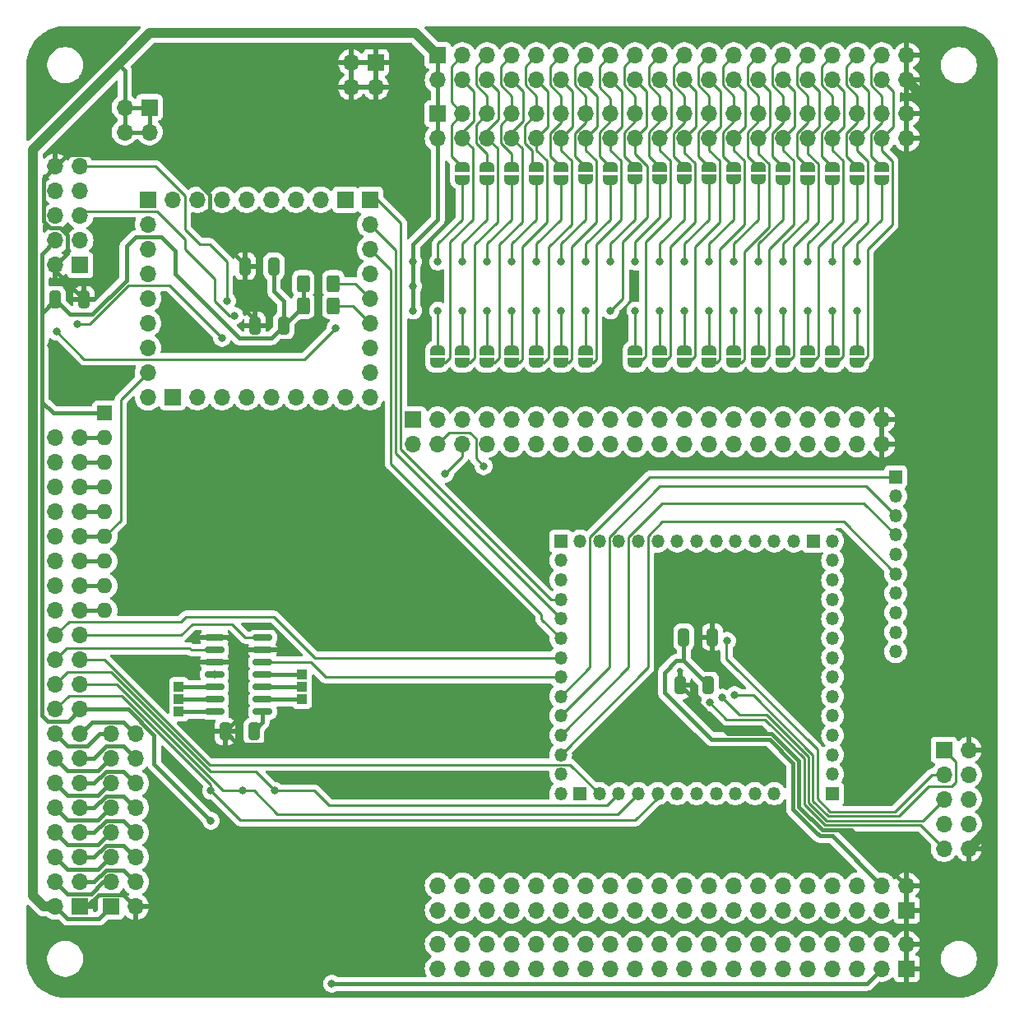
<source format=gbr>
%TF.GenerationSoftware,KiCad,Pcbnew,8.0.7-8.0.7-0~ubuntu22.04.1*%
%TF.CreationDate,2024-12-21T14:21:34+01:00*%
%TF.ProjectId,MMU_v1,4d4d555f-7631-42e6-9b69-6361645f7063,rev?*%
%TF.SameCoordinates,Original*%
%TF.FileFunction,Copper,L2,Bot*%
%TF.FilePolarity,Positive*%
%FSLAX46Y46*%
G04 Gerber Fmt 4.6, Leading zero omitted, Abs format (unit mm)*
G04 Created by KiCad (PCBNEW 8.0.7-8.0.7-0~ubuntu22.04.1) date 2024-12-21 14:21:34*
%MOMM*%
%LPD*%
G01*
G04 APERTURE LIST*
G04 Aperture macros list*
%AMRoundRect*
0 Rectangle with rounded corners*
0 $1 Rounding radius*
0 $2 $3 $4 $5 $6 $7 $8 $9 X,Y pos of 4 corners*
0 Add a 4 corners polygon primitive as box body*
4,1,4,$2,$3,$4,$5,$6,$7,$8,$9,$2,$3,0*
0 Add four circle primitives for the rounded corners*
1,1,$1+$1,$2,$3*
1,1,$1+$1,$4,$5*
1,1,$1+$1,$6,$7*
1,1,$1+$1,$8,$9*
0 Add four rect primitives between the rounded corners*
20,1,$1+$1,$2,$3,$4,$5,0*
20,1,$1+$1,$4,$5,$6,$7,0*
20,1,$1+$1,$6,$7,$8,$9,0*
20,1,$1+$1,$8,$9,$2,$3,0*%
%AMFreePoly0*
4,1,19,0.500000,-0.750000,0.000000,-0.750000,0.000000,-0.744911,-0.071157,-0.744911,-0.207708,-0.704816,-0.327430,-0.627875,-0.420627,-0.520320,-0.479746,-0.390866,-0.500000,-0.250000,-0.500000,0.250000,-0.479746,0.390866,-0.420627,0.520320,-0.327430,0.627875,-0.207708,0.704816,-0.071157,0.744911,0.000000,0.744911,0.000000,0.750000,0.500000,0.750000,0.500000,-0.750000,0.500000,-0.750000,
$1*%
%AMFreePoly1*
4,1,19,0.000000,0.744911,0.071157,0.744911,0.207708,0.704816,0.327430,0.627875,0.420627,0.520320,0.479746,0.390866,0.500000,0.250000,0.500000,-0.250000,0.479746,-0.390866,0.420627,-0.520320,0.327430,-0.627875,0.207708,-0.704816,0.071157,-0.744911,0.000000,-0.744911,0.000000,-0.750000,-0.500000,-0.750000,-0.500000,0.750000,0.000000,0.750000,0.000000,0.744911,0.000000,0.744911,
$1*%
G04 Aperture macros list end*
%TA.AperFunction,ComponentPad*%
%ADD10R,1.000000X1.000000*%
%TD*%
%TA.AperFunction,ComponentPad*%
%ADD11R,1.700000X1.700000*%
%TD*%
%TA.AperFunction,ComponentPad*%
%ADD12O,1.700000X1.700000*%
%TD*%
%TA.AperFunction,ComponentPad*%
%ADD13R,1.350000X1.350000*%
%TD*%
%TA.AperFunction,ComponentPad*%
%ADD14O,1.350000X1.350000*%
%TD*%
%TA.AperFunction,ComponentPad*%
%ADD15R,1.600000X1.600000*%
%TD*%
%TA.AperFunction,ComponentPad*%
%ADD16O,1.600000X1.600000*%
%TD*%
%TA.AperFunction,SMDPad,CuDef*%
%ADD17RoundRect,0.250000X-0.325000X-0.650000X0.325000X-0.650000X0.325000X0.650000X-0.325000X0.650000X0*%
%TD*%
%TA.AperFunction,SMDPad,CuDef*%
%ADD18FreePoly0,270.000000*%
%TD*%
%TA.AperFunction,SMDPad,CuDef*%
%ADD19FreePoly1,270.000000*%
%TD*%
%TA.AperFunction,SMDPad,CuDef*%
%ADD20FreePoly0,90.000000*%
%TD*%
%TA.AperFunction,SMDPad,CuDef*%
%ADD21FreePoly1,90.000000*%
%TD*%
%TA.AperFunction,SMDPad,CuDef*%
%ADD22RoundRect,0.250000X0.325000X0.650000X-0.325000X0.650000X-0.325000X-0.650000X0.325000X-0.650000X0*%
%TD*%
%TA.AperFunction,SMDPad,CuDef*%
%ADD23RoundRect,0.150000X-0.825000X-0.150000X0.825000X-0.150000X0.825000X0.150000X-0.825000X0.150000X0*%
%TD*%
%TA.AperFunction,SMDPad,CuDef*%
%ADD24RoundRect,0.250000X-0.400000X-0.625000X0.400000X-0.625000X0.400000X0.625000X-0.400000X0.625000X0*%
%TD*%
%TA.AperFunction,ViaPad*%
%ADD25C,0.800000*%
%TD*%
%TA.AperFunction,Conductor*%
%ADD26C,0.400000*%
%TD*%
%TA.AperFunction,Conductor*%
%ADD27C,1.000000*%
%TD*%
%TA.AperFunction,Conductor*%
%ADD28C,0.250000*%
%TD*%
G04 APERTURE END LIST*
D10*
%TO.P,J19,1,Pin_1*%
%TO.N,Net-(J19-Pin_1)*%
X65700000Y-120561000D03*
%TD*%
D11*
%TO.P,J30,1,Pin_1*%
%TO.N,+5V*%
X62672000Y-58351000D03*
D12*
%TO.P,J30,2,Pin_2*%
X60132000Y-58351000D03*
%TO.P,J30,3,Pin_3*%
X62672000Y-60891000D03*
%TO.P,J30,4,Pin_4*%
X60132000Y-60891000D03*
%TD*%
D11*
%TO.P,J27,1,Pin_1*%
%TO.N,+5V*%
X92367000Y-59000000D03*
D12*
%TO.P,J27,2,Pin_2*%
X92367000Y-61540000D03*
%TO.P,J27,3,Pin_3*%
%TO.N,/PHI1_e*%
X94907000Y-59000000D03*
%TO.P,J27,4,Pin_4*%
%TO.N,/PHI2_e*%
X94907000Y-61540000D03*
%TO.P,J27,5,Pin_5*%
%TO.N,/~{IORD}*%
X97447000Y-59000000D03*
%TO.P,J27,6,Pin_6*%
%TO.N,/R{slash}~{W}_e*%
X97447000Y-61540000D03*
%TO.P,J27,7,Pin_7*%
%TO.N,/~{MRD}*%
X99987000Y-59000000D03*
%TO.P,J27,8,Pin_8*%
%TO.N,/~{MWR}*%
X99987000Y-61540000D03*
%TO.P,J27,9,Pin_9*%
%TO.N,/~{IOWR}*%
X102527000Y-59000000D03*
%TO.P,J27,10,Pin_10*%
%TO.N,/DB0*%
X102527000Y-61540000D03*
%TO.P,J27,11,Pin_11*%
%TO.N,/DB1*%
X105067000Y-59000000D03*
%TO.P,J27,12,Pin_12*%
%TO.N,/DB2*%
X105067000Y-61540000D03*
%TO.P,J27,13,Pin_13*%
%TO.N,/DB3*%
X107607000Y-59000000D03*
%TO.P,J27,14,Pin_14*%
%TO.N,/DB4*%
X107607000Y-61540000D03*
%TO.P,J27,15,Pin_15*%
%TO.N,/DB5*%
X110147000Y-59000000D03*
%TO.P,J27,16,Pin_16*%
%TO.N,/DB6*%
X110147000Y-61540000D03*
%TO.P,J27,17,Pin_17*%
%TO.N,/DB7*%
X112687000Y-59000000D03*
%TO.P,J27,18,Pin_18*%
%TO.N,/CP36*%
X112687000Y-61540000D03*
%TO.P,J27,19,Pin_19*%
%TO.N,/A0*%
X115227000Y-59000000D03*
%TO.P,J27,20,Pin_20*%
%TO.N,/A1*%
X115227000Y-61540000D03*
%TO.P,J27,21,Pin_21*%
%TO.N,/A2*%
X117767000Y-59000000D03*
%TO.P,J27,22,Pin_22*%
%TO.N,/A3*%
X117767000Y-61540000D03*
%TO.P,J27,23,Pin_23*%
%TO.N,/A4*%
X120307000Y-59000000D03*
%TO.P,J27,24,Pin_24*%
%TO.N,/A5*%
X120307000Y-61540000D03*
%TO.P,J27,25,Pin_25*%
%TO.N,/A6*%
X122847000Y-59000000D03*
%TO.P,J27,26,Pin_26*%
%TO.N,/A7*%
X122847000Y-61540000D03*
%TO.P,J27,27,Pin_27*%
%TO.N,/A8*%
X125387000Y-59000000D03*
%TO.P,J27,28,Pin_28*%
%TO.N,/A9*%
X125387000Y-61540000D03*
%TO.P,J27,29,Pin_29*%
%TO.N,/A10*%
X127927000Y-59000000D03*
%TO.P,J27,30,Pin_30*%
%TO.N,/A11*%
X127927000Y-61540000D03*
%TO.P,J27,31,Pin_31*%
%TO.N,/A12*%
X130467000Y-59000000D03*
%TO.P,J27,32,Pin_32*%
%TO.N,/A13*%
X130467000Y-61540000D03*
%TO.P,J27,33,Pin_33*%
%TO.N,/A14*%
X133007000Y-59000000D03*
%TO.P,J27,34,Pin_34*%
%TO.N,/A15*%
X133007000Y-61540000D03*
%TO.P,J27,35,Pin_35*%
%TO.N,/A16*%
X135547000Y-59000000D03*
%TO.P,J27,36,Pin_36*%
%TO.N,/A17*%
X135547000Y-61540000D03*
%TO.P,J27,37,Pin_37*%
%TO.N,/A18*%
X138087000Y-59000000D03*
%TO.P,J27,38,Pin_38*%
%TO.N,/A19*%
X138087000Y-61540000D03*
%TO.P,J27,39,Pin_39*%
%TO.N,GND*%
X140627000Y-59000000D03*
%TO.P,J27,40,Pin_40*%
X140627000Y-61540000D03*
%TD*%
D13*
%TO.P,J15,1,Pin_1*%
%TO.N,/CD2*%
X105000000Y-103000000D03*
D14*
%TO.P,J15,2,Pin_2*%
%TO.N,/CD1*%
X105000000Y-105000000D03*
%TO.P,J15,3,Pin_3*%
%TO.N,/CD0*%
X105000000Y-107000000D03*
%TO.P,J15,4,Pin_4*%
%TO.N,/CP33*%
X105000000Y-109000000D03*
%TO.P,J15,5,Pin_5*%
%TO.N,/CP32*%
X105000000Y-111000000D03*
%TO.P,J15,6,Pin_6*%
%TO.N,/CP31*%
X105000000Y-113000000D03*
%TO.P,J15,7,Pin_7*%
%TO.N,/CP37*%
X105000000Y-115000000D03*
%TO.P,J15,8,Pin_8*%
%TO.N,/P9*%
X105000000Y-117000000D03*
%TO.P,J15,9,Pin_9*%
%TO.N,/A1*%
X105000000Y-119000000D03*
%TO.P,J15,10,Pin_10*%
%TO.N,/A3*%
X105000000Y-121000000D03*
%TO.P,J15,11,Pin_11*%
%TO.N,/A2*%
X105000000Y-123000000D03*
%TO.P,J15,12,Pin_12*%
%TO.N,/A4*%
X105000000Y-125000000D03*
%TO.P,J15,13,Pin_13*%
%TO.N,/P15*%
X105000000Y-127000000D03*
%TO.P,J15,14,Pin_14*%
%TO.N,/P16*%
X105000000Y-129000000D03*
%TD*%
D11*
%TO.P,J1,1,Pin_1*%
%TO.N,+5V*%
X92367000Y-53000000D03*
D12*
%TO.P,J1,2,Pin_2*%
X92367000Y-55540000D03*
%TO.P,J1,3,Pin_3*%
%TO.N,/PHI1_e*%
X94907000Y-53000000D03*
%TO.P,J1,4,Pin_4*%
%TO.N,/PHI2_e*%
X94907000Y-55540000D03*
%TO.P,J1,5,Pin_5*%
%TO.N,/~{IORD}*%
X97447000Y-53000000D03*
%TO.P,J1,6,Pin_6*%
%TO.N,/R{slash}~{W}_e*%
X97447000Y-55540000D03*
%TO.P,J1,7,Pin_7*%
%TO.N,/~{MRD}*%
X99987000Y-53000000D03*
%TO.P,J1,8,Pin_8*%
%TO.N,/~{MWR}*%
X99987000Y-55540000D03*
%TO.P,J1,9,Pin_9*%
%TO.N,/~{IOWR}*%
X102527000Y-53000000D03*
%TO.P,J1,10,Pin_10*%
%TO.N,/DB0*%
X102527000Y-55540000D03*
%TO.P,J1,11,Pin_11*%
%TO.N,/DB1*%
X105067000Y-53000000D03*
%TO.P,J1,12,Pin_12*%
%TO.N,/DB2*%
X105067000Y-55540000D03*
%TO.P,J1,13,Pin_13*%
%TO.N,/DB3*%
X107607000Y-53000000D03*
%TO.P,J1,14,Pin_14*%
%TO.N,/DB4*%
X107607000Y-55540000D03*
%TO.P,J1,15,Pin_15*%
%TO.N,/DB5*%
X110147000Y-53000000D03*
%TO.P,J1,16,Pin_16*%
%TO.N,/DB6*%
X110147000Y-55540000D03*
%TO.P,J1,17,Pin_17*%
%TO.N,/DB7*%
X112687000Y-53000000D03*
%TO.P,J1,18,Pin_18*%
%TO.N,/CP36*%
X112687000Y-55540000D03*
%TO.P,J1,19,Pin_19*%
%TO.N,/A0*%
X115227000Y-53000000D03*
%TO.P,J1,20,Pin_20*%
%TO.N,/A1*%
X115227000Y-55540000D03*
%TO.P,J1,21,Pin_21*%
%TO.N,/A2*%
X117767000Y-53000000D03*
%TO.P,J1,22,Pin_22*%
%TO.N,/A3*%
X117767000Y-55540000D03*
%TO.P,J1,23,Pin_23*%
%TO.N,/A4*%
X120307000Y-53000000D03*
%TO.P,J1,24,Pin_24*%
%TO.N,/A5*%
X120307000Y-55540000D03*
%TO.P,J1,25,Pin_25*%
%TO.N,/A6*%
X122847000Y-53000000D03*
%TO.P,J1,26,Pin_26*%
%TO.N,/A7*%
X122847000Y-55540000D03*
%TO.P,J1,27,Pin_27*%
%TO.N,/A8*%
X125387000Y-53000000D03*
%TO.P,J1,28,Pin_28*%
%TO.N,/A9*%
X125387000Y-55540000D03*
%TO.P,J1,29,Pin_29*%
%TO.N,/A10*%
X127927000Y-53000000D03*
%TO.P,J1,30,Pin_30*%
%TO.N,/A11*%
X127927000Y-55540000D03*
%TO.P,J1,31,Pin_31*%
%TO.N,/A12*%
X130467000Y-53000000D03*
%TO.P,J1,32,Pin_32*%
%TO.N,/A13*%
X130467000Y-55540000D03*
%TO.P,J1,33,Pin_33*%
%TO.N,/A14*%
X133007000Y-53000000D03*
%TO.P,J1,34,Pin_34*%
%TO.N,/A15*%
X133007000Y-55540000D03*
%TO.P,J1,35,Pin_35*%
%TO.N,/A16*%
X135547000Y-53000000D03*
%TO.P,J1,36,Pin_36*%
%TO.N,/A17*%
X135547000Y-55540000D03*
%TO.P,J1,37,Pin_37*%
%TO.N,/A18*%
X138087000Y-53000000D03*
%TO.P,J1,38,Pin_38*%
%TO.N,/A19*%
X138087000Y-55540000D03*
%TO.P,J1,39,Pin_39*%
%TO.N,GND*%
X140627000Y-53000000D03*
%TO.P,J1,40,Pin_40*%
X140627000Y-55540000D03*
%TD*%
D13*
%TO.P,J17,1,Pin_1*%
%TO.N,/CLKF*%
X107000000Y-129000000D03*
D14*
%TO.P,J17,2,Pin_2*%
%TO.N,/P18*%
X109000000Y-129000000D03*
%TO.P,J17,3,Pin_3*%
%TO.N,/P19*%
X111000000Y-129000000D03*
%TO.P,J17,4,Pin_4*%
%TO.N,/P20*%
X113000000Y-129000000D03*
%TO.P,J17,5,Pin_5*%
%TO.N,/P22*%
X115000000Y-129000000D03*
%TO.P,J17,6,Pin_6*%
%TO.N,/P23*%
X117000000Y-129000000D03*
%TO.P,J17,7,Pin_7*%
%TO.N,/A14*%
X119000000Y-129000000D03*
%TO.P,J17,8,Pin_8*%
%TO.N,/A16*%
X121000000Y-129000000D03*
%TO.P,J17,9,Pin_9*%
%TO.N,/A18*%
X123000000Y-129000000D03*
%TO.P,J17,10,Pin_10*%
%TO.N,/A19*%
X125000000Y-129000000D03*
%TO.P,J17,11,Pin_11*%
%TO.N,/A17*%
X127000000Y-129000000D03*
%TD*%
D11*
%TO.P,J4,1,Pin_1*%
%TO.N,GND*%
X140627000Y-141000000D03*
D12*
%TO.P,J4,2,Pin_2*%
X140627000Y-138460000D03*
%TO.P,J4,3,Pin_3*%
%TO.N,+3V3*%
X138087000Y-141000000D03*
%TO.P,J4,4,Pin_4*%
X138087000Y-138460000D03*
%TO.P,J4,5,Pin_5*%
%TO.N,/Bus/~{CE_EXT1}*%
X135547000Y-141000000D03*
%TO.P,J4,6,Pin_6*%
%TO.N,/Bus/~{CE_EXT0}*%
X135547000Y-138460000D03*
%TO.P,J4,7,Pin_7*%
%TO.N,/Bus/~{CE_EXT3}*%
X133007000Y-141000000D03*
%TO.P,J4,8,Pin_8*%
%TO.N,/Bus/~{CE_EXT2}*%
X133007000Y-138460000D03*
%TO.P,J4,9,Pin_9*%
%TO.N,/Bus/~{CE_EXT5}*%
X130467000Y-141000000D03*
%TO.P,J4,10,Pin_10*%
%TO.N,/Bus/~{CE_EXT4}*%
X130467000Y-138460000D03*
%TO.P,J4,11,Pin_11*%
%TO.N,/Bus/~{CE_EXT7}*%
X127927000Y-141000000D03*
%TO.P,J4,12,Pin_12*%
%TO.N,/Bus/~{CE_EXT6}*%
X127927000Y-138460000D03*
%TO.P,J4,13,Pin_13*%
%TO.N,/Bus/~{CE_EXT9}*%
X125387000Y-141000000D03*
%TO.P,J4,14,Pin_14*%
%TO.N,/Bus/~{CE_EXT8}*%
X125387000Y-138460000D03*
%TO.P,J4,15,Pin_15*%
%TO.N,/Bus/~{CE_EXT11}*%
X122847000Y-141000000D03*
%TO.P,J4,16,Pin_16*%
%TO.N,/Bus/~{CE_EXT10}*%
X122847000Y-138460000D03*
%TO.P,J4,17,Pin_17*%
%TO.N,/Bus/~{CE_EXT13}*%
X120307000Y-141000000D03*
%TO.P,J4,18,Pin_18*%
%TO.N,/Bus/~{CE_EXT12}*%
X120307000Y-138460000D03*
%TO.P,J4,19,Pin_19*%
%TO.N,/RES4*%
X117767000Y-141000000D03*
%TO.P,J4,20,Pin_20*%
%TO.N,/RES5*%
X117767000Y-138460000D03*
%TO.P,J4,21,Pin_21*%
%TO.N,/RES2*%
X115227000Y-141000000D03*
%TO.P,J4,22,Pin_22*%
%TO.N,/RES3*%
X115227000Y-138460000D03*
%TO.P,J4,23,Pin_23*%
%TO.N,/RES0*%
X112687000Y-141000000D03*
%TO.P,J4,24,Pin_24*%
%TO.N,/RES1*%
X112687000Y-138460000D03*
%TO.P,J4,25,Pin_25*%
%TO.N,/CLK1*%
X110147000Y-141000000D03*
%TO.P,J4,26,Pin_26*%
%TO.N,/~{BUSFREE}*%
X110147000Y-138460000D03*
%TO.P,J4,27,Pin_27*%
%TO.N,/CLKF*%
X107607000Y-141000000D03*
%TO.P,J4,28,Pin_28*%
%TO.N,/CLKS*%
X107607000Y-138460000D03*
%TO.P,J4,29,Pin_29*%
%TO.N,/~{PH0}*%
X105067000Y-141000000D03*
%TO.P,J4,30,Pin_30*%
%TO.N,/PH0*%
X105067000Y-138460000D03*
%TO.P,J4,31,Pin_31*%
%TO.N,/SDA*%
X102527000Y-141000000D03*
%TO.P,J4,32,Pin_32*%
%TO.N,/SCL*%
X102527000Y-138460000D03*
%TO.P,J4,33,Pin_33*%
%TO.N,/TX1*%
X99987000Y-141000000D03*
%TO.P,J4,34,Pin_34*%
%TO.N,/RX1*%
X99987000Y-138460000D03*
%TO.P,J4,35,Pin_35*%
%TO.N,/TX0*%
X97447000Y-141000000D03*
%TO.P,J4,36,Pin_36*%
%TO.N,/RX0*%
X97447000Y-138460000D03*
%TO.P,J4,37,Pin_37*%
%TO.N,/TXSTM*%
X94907000Y-141000000D03*
%TO.P,J4,38,Pin_38*%
%TO.N,/RXSTM*%
X94907000Y-138460000D03*
%TO.P,J4,39,Pin_39*%
%TO.N,+5VA*%
X92367000Y-141000000D03*
%TO.P,J4,40,Pin_40*%
X92367000Y-138460000D03*
%TD*%
D11*
%TO.P,J31,1,Pin_1*%
%TO.N,GND*%
X85979000Y-53721000D03*
D12*
%TO.P,J31,2,Pin_2*%
X83439000Y-53721000D03*
%TO.P,J31,3,Pin_3*%
X85979000Y-56261000D03*
%TO.P,J31,4,Pin_4*%
X83439000Y-56261000D03*
%TD*%
D10*
%TO.P,J32,1,Pin_1*%
%TO.N,Net-(J32-Pin_1)*%
X78400000Y-119291000D03*
%TD*%
D13*
%TO.P,J18,1,Pin_1*%
%TO.N,/CA6*%
X131000000Y-103000000D03*
D14*
%TO.P,J18,2,Pin_2*%
%TO.N,/CA5*%
X129000000Y-103000000D03*
%TO.P,J18,3,Pin_3*%
%TO.N,/CA4*%
X127000000Y-103000000D03*
%TO.P,J18,4,Pin_4*%
%TO.N,/CA3*%
X125000000Y-103000000D03*
%TO.P,J18,5,Pin_5*%
%TO.N,/CA2*%
X123000000Y-103000000D03*
%TO.P,J18,6,Pin_6*%
%TO.N,/CA1*%
X121000000Y-103000000D03*
%TO.P,J18,7,Pin_7*%
%TO.N,/CA0*%
X119000000Y-103000000D03*
%TO.P,J18,8,Pin_8*%
%TO.N,/CP36*%
X117000000Y-103000000D03*
%TO.P,J18,9,Pin_9*%
%TO.N,/CD7*%
X115000000Y-103000000D03*
%TO.P,J18,10,Pin_10*%
%TO.N,/CD6*%
X113000000Y-103000000D03*
%TO.P,J18,11,Pin_11*%
%TO.N,/CD5*%
X111000000Y-103000000D03*
%TO.P,J18,12,Pin_12*%
%TO.N,/CD4*%
X109000000Y-103000000D03*
%TO.P,J18,13,Pin_13*%
%TO.N,/CD3*%
X107000000Y-103000000D03*
%TD*%
D11*
%TO.P,J22,1,Pin_1*%
%TO.N,/TCK*%
X144460000Y-124500000D03*
D12*
%TO.P,J22,2,Pin_2*%
%TO.N,GND*%
X147000000Y-124500000D03*
%TO.P,J22,3,Pin_3*%
%TO.N,/TDO*%
X144460000Y-127040000D03*
%TO.P,J22,4,Pin_4*%
%TO.N,+3V3*%
X147000000Y-127040000D03*
%TO.P,J22,5,Pin_5*%
%TO.N,/TMS*%
X144460000Y-129580000D03*
%TO.P,J22,6,Pin_6*%
%TO.N,unconnected-(J22-Pin_6-Pad6)*%
X147000000Y-129580000D03*
%TO.P,J22,7,Pin_7*%
%TO.N,unconnected-(J22-Pin_7-Pad7)*%
X144460000Y-132120000D03*
%TO.P,J22,8,Pin_8*%
%TO.N,unconnected-(J22-Pin_8-Pad8)*%
X147000000Y-132120000D03*
%TO.P,J22,9,Pin_9*%
%TO.N,/TDI*%
X144460000Y-134660000D03*
%TO.P,J22,10,Pin_10*%
%TO.N,GND*%
X147000000Y-134660000D03*
%TD*%
D13*
%TO.P,J20,1,Pin_1*%
%TO.N,/A1*%
X139487000Y-96370000D03*
D14*
%TO.P,J20,2,Pin_2*%
%TO.N,/A0*%
X139487000Y-98370000D03*
%TO.P,J20,3,Pin_3*%
%TO.N,/A3*%
X139487000Y-100370000D03*
%TO.P,J20,4,Pin_4*%
%TO.N,/A2*%
X139487000Y-102370000D03*
%TO.P,J20,5,Pin_5*%
%TO.N,/A5*%
X139487000Y-104370000D03*
%TO.P,J20,6,Pin_6*%
%TO.N,/A4*%
X139487000Y-106370000D03*
%TO.P,J20,7,Pin_7*%
%TO.N,/A7*%
X139487000Y-108370000D03*
%TO.P,J20,8,Pin_8*%
%TO.N,/A6*%
X139487000Y-110370000D03*
%TO.P,J20,9,Pin_9*%
%TO.N,/A9*%
X139487000Y-112370000D03*
%TO.P,J20,10,Pin_10*%
%TO.N,/A8*%
X139487000Y-114370000D03*
%TD*%
D11*
%TO.P,J26,1,Pin_1*%
%TO.N,/CP12*%
X65065000Y-88176000D03*
D12*
%TO.P,J26,2,Pin_2*%
%TO.N,/CP13*%
X67605000Y-88176000D03*
%TO.P,J26,3,Pin_3*%
%TO.N,/CP14*%
X70145000Y-88176000D03*
%TO.P,J26,4,Pin_4*%
%TO.N,/CP16*%
X72685000Y-88176000D03*
%TO.P,J26,5,Pin_5*%
%TO.N,/CP18*%
X75225000Y-88176000D03*
%TO.P,J26,6,Pin_6*%
%TO.N,/CP19*%
X77765000Y-88176000D03*
%TO.P,J26,7,Pin_7*%
%TO.N,/CP20*%
X80305000Y-88176000D03*
%TO.P,J26,8,Pin_8*%
%TO.N,/CP21*%
X82845000Y-88176000D03*
%TD*%
D11*
%TO.P,J25,1,Pin_1*%
%TO.N,/TCK2*%
X55540000Y-74587000D03*
D12*
%TO.P,J25,2,Pin_2*%
%TO.N,GND*%
X53000000Y-74587000D03*
%TO.P,J25,3,Pin_3*%
%TO.N,/TDO2*%
X55540000Y-72047000D03*
%TO.P,J25,4,Pin_4*%
%TO.N,+3V3*%
X53000000Y-72047000D03*
%TO.P,J25,5,Pin_5*%
%TO.N,/TMS2*%
X55540000Y-69507000D03*
%TO.P,J25,6,Pin_6*%
%TO.N,unconnected-(J25-Pin_6-Pad6)*%
X53000000Y-69507000D03*
%TO.P,J25,7,Pin_7*%
%TO.N,unconnected-(J25-Pin_7-Pad7)*%
X55540000Y-66967000D03*
%TO.P,J25,8,Pin_8*%
%TO.N,unconnected-(J25-Pin_8-Pad8)*%
X53000000Y-66967000D03*
%TO.P,J25,9,Pin_9*%
%TO.N,/TDI2*%
X55540000Y-64427000D03*
%TO.P,J25,10,Pin_10*%
%TO.N,GND*%
X53000000Y-64427000D03*
%TD*%
D11*
%TO.P,J34,1,Pin_1*%
%TO.N,+5V*%
X58715000Y-140627000D03*
D12*
%TO.P,J34,2,Pin_2*%
%TO.N,GND*%
X61255000Y-140627000D03*
%TO.P,J34,3,Pin_3*%
%TO.N,/PIN4*%
X58715000Y-138087000D03*
%TO.P,J34,4,Pin_4*%
%TO.N,/PIN3*%
X61255000Y-138087000D03*
%TO.P,J34,5,Pin_5*%
%TO.N,/PIN6*%
X58715000Y-135547000D03*
%TO.P,J34,6,Pin_6*%
%TO.N,/PIN5*%
X61255000Y-135547000D03*
%TO.P,J34,7,Pin_7*%
%TO.N,/PIN8*%
X58715000Y-133007000D03*
%TO.P,J34,8,Pin_8*%
%TO.N,/PIN7*%
X61255000Y-133007000D03*
%TO.P,J34,9,Pin_9*%
%TO.N,/PIN10*%
X58715000Y-130467000D03*
%TO.P,J34,10,Pin_10*%
%TO.N,/PIN9*%
X61255000Y-130467000D03*
%TO.P,J34,11,Pin_11*%
%TO.N,/PIN12*%
X58715000Y-127927000D03*
%TO.P,J34,12,Pin_12*%
%TO.N,/PIN11*%
X61255000Y-127927000D03*
%TO.P,J34,13,Pin_13*%
%TO.N,/PIN14*%
X58715000Y-125387000D03*
%TO.P,J34,14,Pin_14*%
%TO.N,/PIN13*%
X61255000Y-125387000D03*
%TO.P,J34,15,Pin_15*%
%TO.N,/PIN16*%
X58715000Y-122847000D03*
%TO.P,J34,16,Pin_16*%
%TO.N,/PIN15*%
X61255000Y-122847000D03*
%TD*%
D11*
%TO.P,J2,1,Pin_1*%
%TO.N,GND*%
X140627000Y-147000000D03*
D12*
%TO.P,J2,2,Pin_2*%
X140627000Y-144460000D03*
%TO.P,J2,3,Pin_3*%
%TO.N,+3V3*%
X138087000Y-147000000D03*
%TO.P,J2,4,Pin_4*%
X138087000Y-144460000D03*
%TO.P,J2,5,Pin_5*%
%TO.N,/Bus/~{CE_EXT1}*%
X135547000Y-147000000D03*
%TO.P,J2,6,Pin_6*%
%TO.N,/Bus/~{CE_EXT0}*%
X135547000Y-144460000D03*
%TO.P,J2,7,Pin_7*%
%TO.N,/Bus/~{CE_EXT3}*%
X133007000Y-147000000D03*
%TO.P,J2,8,Pin_8*%
%TO.N,/Bus/~{CE_EXT2}*%
X133007000Y-144460000D03*
%TO.P,J2,9,Pin_9*%
%TO.N,/Bus/~{CE_EXT5}*%
X130467000Y-147000000D03*
%TO.P,J2,10,Pin_10*%
%TO.N,/Bus/~{CE_EXT4}*%
X130467000Y-144460000D03*
%TO.P,J2,11,Pin_11*%
%TO.N,/Bus/~{CE_EXT7}*%
X127927000Y-147000000D03*
%TO.P,J2,12,Pin_12*%
%TO.N,/Bus/~{CE_EXT6}*%
X127927000Y-144460000D03*
%TO.P,J2,13,Pin_13*%
%TO.N,/Bus/~{CE_EXT9}*%
X125387000Y-147000000D03*
%TO.P,J2,14,Pin_14*%
%TO.N,/Bus/~{CE_EXT8}*%
X125387000Y-144460000D03*
%TO.P,J2,15,Pin_15*%
%TO.N,/Bus/~{CE_EXT11}*%
X122847000Y-147000000D03*
%TO.P,J2,16,Pin_16*%
%TO.N,/Bus/~{CE_EXT10}*%
X122847000Y-144460000D03*
%TO.P,J2,17,Pin_17*%
%TO.N,/Bus/~{CE_EXT13}*%
X120307000Y-147000000D03*
%TO.P,J2,18,Pin_18*%
%TO.N,/Bus/~{CE_EXT12}*%
X120307000Y-144460000D03*
%TO.P,J2,19,Pin_19*%
%TO.N,/RES4*%
X117767000Y-147000000D03*
%TO.P,J2,20,Pin_20*%
%TO.N,/RES5*%
X117767000Y-144460000D03*
%TO.P,J2,21,Pin_21*%
%TO.N,/RES2*%
X115227000Y-147000000D03*
%TO.P,J2,22,Pin_22*%
%TO.N,/RES3*%
X115227000Y-144460000D03*
%TO.P,J2,23,Pin_23*%
%TO.N,/RES0*%
X112687000Y-147000000D03*
%TO.P,J2,24,Pin_24*%
%TO.N,/RES1*%
X112687000Y-144460000D03*
%TO.P,J2,25,Pin_25*%
%TO.N,/CLK1*%
X110147000Y-147000000D03*
%TO.P,J2,26,Pin_26*%
%TO.N,/~{BUSFREE}*%
X110147000Y-144460000D03*
%TO.P,J2,27,Pin_27*%
%TO.N,/CLKF*%
X107607000Y-147000000D03*
%TO.P,J2,28,Pin_28*%
%TO.N,/CLKS*%
X107607000Y-144460000D03*
%TO.P,J2,29,Pin_29*%
%TO.N,/~{PH0}*%
X105067000Y-147000000D03*
%TO.P,J2,30,Pin_30*%
%TO.N,/PH0*%
X105067000Y-144460000D03*
%TO.P,J2,31,Pin_31*%
%TO.N,/SDA*%
X102527000Y-147000000D03*
%TO.P,J2,32,Pin_32*%
%TO.N,/SCL*%
X102527000Y-144460000D03*
%TO.P,J2,33,Pin_33*%
%TO.N,/TX1*%
X99987000Y-147000000D03*
%TO.P,J2,34,Pin_34*%
%TO.N,/RX1*%
X99987000Y-144460000D03*
%TO.P,J2,35,Pin_35*%
%TO.N,/TX0*%
X97447000Y-147000000D03*
%TO.P,J2,36,Pin_36*%
%TO.N,/RX0*%
X97447000Y-144460000D03*
%TO.P,J2,37,Pin_37*%
%TO.N,/TXSTM*%
X94907000Y-147000000D03*
%TO.P,J2,38,Pin_38*%
%TO.N,/RXSTM*%
X94907000Y-144460000D03*
%TO.P,J2,39,Pin_39*%
%TO.N,+5VA*%
X92367000Y-147000000D03*
%TO.P,J2,40,Pin_40*%
X92367000Y-144460000D03*
%TD*%
D10*
%TO.P,J7,1,Pin_1*%
%TO.N,Net-(J7-Pin_1)*%
X65700000Y-119291000D03*
%TD*%
D11*
%TO.P,J28,1,Pin_1*%
%TO.N,GND*%
X55540000Y-140627000D03*
D12*
%TO.P,J28,2,Pin_2*%
%TO.N,+5V*%
X53000000Y-140627000D03*
%TO.P,J28,3,Pin_3*%
%TO.N,/PIN3*%
X55540000Y-138087000D03*
%TO.P,J28,4,Pin_4*%
%TO.N,/PIN4*%
X53000000Y-138087000D03*
%TO.P,J28,5,Pin_5*%
%TO.N,/PIN5*%
X55540000Y-135547000D03*
%TO.P,J28,6,Pin_6*%
%TO.N,/PIN6*%
X53000000Y-135547000D03*
%TO.P,J28,7,Pin_7*%
%TO.N,/PIN7*%
X55540000Y-133007000D03*
%TO.P,J28,8,Pin_8*%
%TO.N,/PIN8*%
X53000000Y-133007000D03*
%TO.P,J28,9,Pin_9*%
%TO.N,/PIN9*%
X55540000Y-130467000D03*
%TO.P,J28,10,Pin_10*%
%TO.N,/PIN10*%
X53000000Y-130467000D03*
%TO.P,J28,11,Pin_11*%
%TO.N,/PIN11*%
X55540000Y-127927000D03*
%TO.P,J28,12,Pin_12*%
%TO.N,/PIN12*%
X53000000Y-127927000D03*
%TO.P,J28,13,Pin_13*%
%TO.N,/PIN13*%
X55540000Y-125387000D03*
%TO.P,J28,14,Pin_14*%
%TO.N,/PIN14*%
X53000000Y-125387000D03*
%TO.P,J28,15,Pin_15*%
%TO.N,/PIN15*%
X55540000Y-122847000D03*
%TO.P,J28,16,Pin_16*%
%TO.N,/PIN16*%
X53000000Y-122847000D03*
%TO.P,J28,17,Pin_17*%
%TO.N,+3V3*%
X55540000Y-120307000D03*
%TO.P,J28,18,Pin_18*%
%TO.N,/P22*%
X53000000Y-120307000D03*
%TO.P,J28,19,Pin_19*%
%TO.N,/P20*%
X55540000Y-117767000D03*
%TO.P,J28,20,Pin_20*%
%TO.N,/P19*%
X53000000Y-117767000D03*
%TO.P,J28,21,Pin_21*%
%TO.N,/P18*%
X55540000Y-115227000D03*
%TO.P,J28,22,Pin_22*%
%TO.N,Net-(J28-Pin_22)*%
X53000000Y-115227000D03*
%TO.P,J28,23,Pin_23*%
%TO.N,Net-(J28-Pin_23)*%
X55540000Y-112687000D03*
%TO.P,J28,24,Pin_24*%
%TO.N,/CP37*%
X53000000Y-112687000D03*
%TO.P,J28,25,Pin_25*%
%TO.N,/CP13*%
X55540000Y-110147000D03*
%TO.P,J28,26,Pin_26*%
%TO.N,/CP38*%
X53000000Y-110147000D03*
%TO.P,J28,27,Pin_27*%
%TO.N,/CP12*%
X55540000Y-107607000D03*
%TO.P,J28,28,Pin_28*%
%TO.N,/CP39*%
X53000000Y-107607000D03*
%TO.P,J28,29,Pin_29*%
%TO.N,/CP8*%
X55540000Y-105067000D03*
%TO.P,J28,30,Pin_30*%
%TO.N,/CP40*%
X53000000Y-105067000D03*
%TO.P,J28,31,Pin_31*%
%TO.N,/CP7*%
X55540000Y-102527000D03*
%TO.P,J28,32,Pin_32*%
%TO.N,/CP5*%
X53000000Y-102527000D03*
%TO.P,J28,33,Pin_33*%
%TO.N,/CP6*%
X55540000Y-99987000D03*
%TO.P,J28,34,Pin_34*%
%TO.N,/CP2*%
X53000000Y-99987000D03*
%TO.P,J28,35,Pin_35*%
%TO.N,/CP3*%
X55540000Y-97447000D03*
%TO.P,J28,36,Pin_36*%
%TO.N,/CP43*%
X53000000Y-97447000D03*
%TO.P,J28,37,Pin_37*%
%TO.N,/CP1*%
X55540000Y-94907000D03*
%TO.P,J28,38,Pin_38*%
%TO.N,/CP42*%
X53000000Y-94907000D03*
%TO.P,J28,39,Pin_39*%
%TO.N,/CP44*%
X55540000Y-92367000D03*
%TO.P,J28,40,Pin_40*%
%TO.N,/CP41*%
X53000000Y-92367000D03*
%TD*%
D11*
%TO.P,J21,1,Pin_1*%
%TO.N,/CP43*%
X62525000Y-67866000D03*
D12*
%TO.P,J21,2,Pin_2*%
%TO.N,/CP44*%
X62525000Y-70406000D03*
%TO.P,J21,3,Pin_3*%
%TO.N,/CP1*%
X62525000Y-72946000D03*
%TO.P,J21,4,Pin_4*%
%TO.N,/CP2*%
X62525000Y-75486000D03*
%TO.P,J21,5,Pin_5*%
%TO.N,/CP3*%
X62525000Y-78026000D03*
%TO.P,J21,6,Pin_6*%
%TO.N,/CP5*%
X62525000Y-80566000D03*
%TO.P,J21,7,Pin_7*%
%TO.N,/CP6*%
X62525000Y-83106000D03*
%TO.P,J21,8,Pin_8*%
%TO.N,/CP7*%
X62525000Y-85646000D03*
%TO.P,J21,9,Pin_9*%
%TO.N,/CP8*%
X62525000Y-88186000D03*
%TD*%
D10*
%TO.P,J33,1,Pin_1*%
%TO.N,Net-(J33-Pin_1)*%
X78400000Y-116751000D03*
%TD*%
D11*
%TO.P,J23,1,Pin_1*%
%TO.N,/CP34*%
X82845000Y-67856000D03*
D12*
%TO.P,J23,2,Pin_2*%
%TO.N,/CP36*%
X80305000Y-67856000D03*
%TO.P,J23,3,Pin_3*%
%TO.N,/CP37*%
X77765000Y-67856000D03*
%TO.P,J23,4,Pin_4*%
%TO.N,/CP38*%
X75225000Y-67856000D03*
%TO.P,J23,5,Pin_5*%
%TO.N,/CP39*%
X72685000Y-67856000D03*
%TO.P,J23,6,Pin_6*%
%TO.N,/CP40*%
X70145000Y-67856000D03*
%TO.P,J23,7,Pin_7*%
%TO.N,/CP41*%
X67605000Y-67856000D03*
%TO.P,J23,8,Pin_8*%
%TO.N,/CP42*%
X65065000Y-67856000D03*
%TD*%
D15*
%TO.P,RN1,1,common*%
%TO.N,+3V3*%
X58080000Y-89827000D03*
D16*
%TO.P,RN1,2,R1*%
%TO.N,/CP44*%
X58080000Y-92367000D03*
%TO.P,RN1,3,R2*%
%TO.N,/CP1*%
X58080000Y-94907000D03*
%TO.P,RN1,4,R3*%
%TO.N,/CP3*%
X58080000Y-97447000D03*
%TO.P,RN1,5,R4*%
%TO.N,/CP6*%
X58080000Y-99987000D03*
%TO.P,RN1,6,R5*%
%TO.N,/CP7*%
X58080000Y-102527000D03*
%TO.P,RN1,7,R6*%
%TO.N,/CP8*%
X58080000Y-105067000D03*
%TO.P,RN1,8,R7*%
%TO.N,/CP12*%
X58080000Y-107607000D03*
%TO.P,RN1,9,R8*%
%TO.N,/CP13*%
X58080000Y-110147000D03*
%TD*%
D10*
%TO.P,J29,1,Pin_1*%
%TO.N,Net-(J29-Pin_1)*%
X78400000Y-118021000D03*
%TD*%
%TO.P,J6,1,Pin_1*%
%TO.N,Net-(J6-Pin_1)*%
X65700000Y-118021000D03*
%TD*%
D11*
%TO.P,J24,1,Pin_1*%
%TO.N,/CP33*%
X85385000Y-67856000D03*
D12*
%TO.P,J24,2,Pin_2*%
%TO.N,/CP32*%
X85385000Y-70396000D03*
%TO.P,J24,3,Pin_3*%
%TO.N,/CP31*%
X85385000Y-72936000D03*
%TO.P,J24,4,Pin_4*%
%TO.N,/CP30*%
X85385000Y-75476000D03*
%TO.P,J24,5,Pin_5*%
%TO.N,/CP29*%
X85385000Y-78016000D03*
%TO.P,J24,6,Pin_6*%
%TO.N,/CP28*%
X85385000Y-80556000D03*
%TO.P,J24,7,Pin_7*%
%TO.N,/CP27*%
X85385000Y-83096000D03*
%TO.P,J24,8,Pin_8*%
%TO.N,/CP23*%
X85385000Y-85636000D03*
%TO.P,J24,9,Pin_9*%
%TO.N,/CP22*%
X85385000Y-88176000D03*
%TD*%
D13*
%TO.P,J16,1,Pin_1*%
%TO.N,/A15*%
X133000000Y-129000000D03*
D14*
%TO.P,J16,2,Pin_2*%
%TO.N,/A12*%
X133000000Y-127000000D03*
%TO.P,J16,3,Pin_3*%
%TO.N,/A13*%
X133000000Y-125000000D03*
%TO.P,J16,4,Pin_4*%
%TO.N,/A10*%
X133000000Y-123000000D03*
%TO.P,J16,5,Pin_5*%
%TO.N,/A11*%
X133000000Y-121000000D03*
%TO.P,J16,6,Pin_6*%
%TO.N,/CA15*%
X133000000Y-119000000D03*
%TO.P,J16,7,Pin_7*%
%TO.N,/CA14*%
X133000000Y-117000000D03*
%TO.P,J16,8,Pin_8*%
%TO.N,/CA13*%
X133000000Y-115000000D03*
%TO.P,J16,9,Pin_9*%
%TO.N,/CA12*%
X133000000Y-113000000D03*
%TO.P,J16,10,Pin_10*%
%TO.N,/CA11*%
X133000000Y-111000000D03*
%TO.P,J16,11,Pin_11*%
%TO.N,/CA10*%
X133000000Y-109000000D03*
%TO.P,J16,12,Pin_12*%
%TO.N,/CA9*%
X133000000Y-107000000D03*
%TO.P,J16,13,Pin_13*%
%TO.N,/CA8*%
X133000000Y-105000000D03*
%TO.P,J16,14,Pin_14*%
%TO.N,/CA7*%
X133000000Y-103000000D03*
%TD*%
D11*
%TO.P,J5,1,Pin_1*%
%TO.N,+5V*%
X89827000Y-90496000D03*
D12*
%TO.P,J5,2,Pin_2*%
X89827000Y-93036000D03*
%TO.P,J5,3,Pin_3*%
%TO.N,/PH1x*%
X92367000Y-90496000D03*
%TO.P,J5,4,Pin_4*%
%TO.N,/CP30*%
X92367000Y-93036000D03*
%TO.P,J5,5,Pin_5*%
%TO.N,/~{IORDx}*%
X94907000Y-90496000D03*
%TO.P,J5,6,Pin_6*%
%TO.N,/CP34*%
X94907000Y-93036000D03*
%TO.P,J5,7,Pin_7*%
%TO.N,/~{MRDx}*%
X97447000Y-90496000D03*
%TO.P,J5,8,Pin_8*%
%TO.N,/~{MWRx}*%
X97447000Y-93036000D03*
%TO.P,J5,9,Pin_9*%
%TO.N,/~{IOWRx}*%
X99987000Y-90496000D03*
%TO.P,J5,10,Pin_10*%
%TO.N,/CD0*%
X99987000Y-93036000D03*
%TO.P,J5,11,Pin_11*%
%TO.N,/CD1*%
X102527000Y-90496000D03*
%TO.P,J5,12,Pin_12*%
%TO.N,/CD2*%
X102527000Y-93036000D03*
%TO.P,J5,13,Pin_13*%
%TO.N,/CD3*%
X105067000Y-90496000D03*
%TO.P,J5,14,Pin_14*%
%TO.N,/CD4*%
X105067000Y-93036000D03*
%TO.P,J5,15,Pin_15*%
%TO.N,/CD5*%
X107607000Y-90496000D03*
%TO.P,J5,16,Pin_16*%
%TO.N,/CD6*%
X107607000Y-93036000D03*
%TO.P,J5,17,Pin_17*%
%TO.N,/CD7*%
X110147000Y-90496000D03*
%TO.P,J5,18,Pin_18*%
%TO.N,/CP36*%
X110147000Y-93036000D03*
%TO.P,J5,19,Pin_19*%
%TO.N,/CA0*%
X112687000Y-90496000D03*
%TO.P,J5,20,Pin_20*%
%TO.N,/CA1*%
X112687000Y-93036000D03*
%TO.P,J5,21,Pin_21*%
%TO.N,/CA2*%
X115227000Y-90496000D03*
%TO.P,J5,22,Pin_22*%
%TO.N,/CA3*%
X115227000Y-93036000D03*
%TO.P,J5,23,Pin_23*%
%TO.N,/CA4*%
X117767000Y-90496000D03*
%TO.P,J5,24,Pin_24*%
%TO.N,/CA5*%
X117767000Y-93036000D03*
%TO.P,J5,25,Pin_25*%
%TO.N,/CA6*%
X120307000Y-90496000D03*
%TO.P,J5,26,Pin_26*%
%TO.N,/CA7*%
X120307000Y-93036000D03*
%TO.P,J5,27,Pin_27*%
%TO.N,/CA8*%
X122847000Y-90496000D03*
%TO.P,J5,28,Pin_28*%
%TO.N,/CA9*%
X122847000Y-93036000D03*
%TO.P,J5,29,Pin_29*%
%TO.N,/CA10*%
X125387000Y-90496000D03*
%TO.P,J5,30,Pin_30*%
%TO.N,/CA11*%
X125387000Y-93036000D03*
%TO.P,J5,31,Pin_31*%
%TO.N,/CA12*%
X127927000Y-90496000D03*
%TO.P,J5,32,Pin_32*%
%TO.N,/CA13*%
X127927000Y-93036000D03*
%TO.P,J5,33,Pin_33*%
%TO.N,/CA14*%
X130467000Y-90496000D03*
%TO.P,J5,34,Pin_34*%
%TO.N,/CA15*%
X130467000Y-93036000D03*
%TO.P,J5,35,Pin_35*%
%TO.N,/CA16*%
X133007000Y-90496000D03*
%TO.P,J5,36,Pin_36*%
%TO.N,/CA17*%
X133007000Y-93036000D03*
%TO.P,J5,37,Pin_37*%
%TO.N,/CA18*%
X135547000Y-90496000D03*
%TO.P,J5,38,Pin_38*%
%TO.N,/CA19*%
X135547000Y-93036000D03*
%TO.P,J5,39,Pin_39*%
%TO.N,GND*%
X138087000Y-90496000D03*
%TO.P,J5,40,Pin_40*%
X138087000Y-93036000D03*
%TD*%
D17*
%TO.P,C3,1*%
%TO.N,+3V3*%
X53000000Y-78143000D03*
%TO.P,C3,2*%
%TO.N,GND*%
X55950000Y-78143000D03*
%TD*%
D18*
%TO.P,J52,1,A*%
%TO.N,/DB1*%
X105029000Y-64516000D03*
D19*
%TO.P,J52,2,B*%
%TO.N,/CD1*%
X105029000Y-65816000D03*
%TD*%
D20*
%TO.P,J91,1,A*%
%TO.N,/A9*%
X122807353Y-84649801D03*
D21*
%TO.P,J91,2,B*%
%TO.N,/CA9*%
X122807353Y-83349801D03*
%TD*%
D18*
%TO.P,J8,1,A*%
%TO.N,/PHI1_e*%
X94869000Y-64516000D03*
D19*
%TO.P,J8,2,B*%
%TO.N,/PH1x*%
X94869000Y-65816000D03*
%TD*%
D18*
%TO.P,J82,1,A*%
%TO.N,/A16*%
X135509000Y-64516000D03*
D19*
%TO.P,J82,2,B*%
%TO.N,/CA16*%
X135509000Y-65816000D03*
%TD*%
D18*
%TO.P,J78,1,A*%
%TO.N,/A14*%
X132969000Y-64516000D03*
D19*
%TO.P,J78,2,B*%
%TO.N,/CA14*%
X132969000Y-65816000D03*
%TD*%
D18*
%TO.P,J56,1,A*%
%TO.N,/DB5*%
X110109000Y-64516000D03*
D19*
%TO.P,J56,2,B*%
%TO.N,/CD5*%
X110109000Y-65816000D03*
%TD*%
D20*
%TO.P,J94,1,A*%
%TO.N,/A15*%
X130429000Y-84654000D03*
D21*
%TO.P,J94,2,B*%
%TO.N,/CA15*%
X130429000Y-83354000D03*
%TD*%
D20*
%TO.P,J99,1,A*%
%TO.N,/A17*%
X132978293Y-84636575D03*
D21*
%TO.P,J99,2,B*%
%TO.N,/CA17*%
X132978293Y-83336575D03*
%TD*%
D20*
%TO.P,J84,1,A*%
%TO.N,/A3*%
X115189000Y-84654000D03*
D21*
%TO.P,J84,2,B*%
%TO.N,/CA3*%
X115189000Y-83354000D03*
%TD*%
D20*
%TO.P,J86,1,A*%
%TO.N,/A7*%
X120269000Y-84654000D03*
D21*
%TO.P,J86,2,B*%
%TO.N,/CA7*%
X120269000Y-83354000D03*
%TD*%
D20*
%TO.P,J93,1,A*%
%TO.N,/A13*%
X127887353Y-84649801D03*
D21*
%TO.P,J93,2,B*%
%TO.N,/CA13*%
X127887353Y-83349801D03*
%TD*%
D20*
%TO.P,J85,1,A*%
%TO.N,/A5*%
X117729000Y-84654000D03*
D21*
%TO.P,J85,2,B*%
%TO.N,/CA5*%
X117729000Y-83354000D03*
%TD*%
D20*
%TO.P,J12,1,A*%
%TO.N,/PHI2_e*%
X92329000Y-84654000D03*
D21*
%TO.P,J12,2,B*%
%TO.N,/CP30*%
X92329000Y-83354000D03*
%TD*%
D18*
%TO.P,J70,1,A*%
%TO.N,/A6*%
X122809000Y-64486000D03*
D19*
%TO.P,J70,2,B*%
%TO.N,/CA6*%
X122809000Y-65786000D03*
%TD*%
D20*
%TO.P,J13,1,A*%
%TO.N,/R{slash}~{W}_e*%
X94869000Y-84654000D03*
D21*
%TO.P,J13,2,B*%
%TO.N,/CP34*%
X94869000Y-83354000D03*
%TD*%
D20*
%TO.P,J44,1,A*%
%TO.N,/DB6*%
X107569000Y-84654000D03*
D21*
%TO.P,J44,2,B*%
%TO.N,/CD6*%
X107569000Y-83354000D03*
%TD*%
D20*
%TO.P,J92,1,A*%
%TO.N,/A11*%
X125347353Y-84649801D03*
D21*
%TO.P,J92,2,B*%
%TO.N,/CA11*%
X125347353Y-83349801D03*
%TD*%
D20*
%TO.P,J79,1,A*%
%TO.N,/A1*%
X112649000Y-84654000D03*
D21*
%TO.P,J79,2,B*%
%TO.N,/CA1*%
X112649000Y-83354000D03*
%TD*%
D18*
%TO.P,J11,1,A*%
%TO.N,/~{IOWR}*%
X102489000Y-64516000D03*
D19*
%TO.P,J11,2,B*%
%TO.N,/~{IOWRx}*%
X102489000Y-65816000D03*
%TD*%
D22*
%TO.P,C1,1*%
%TO.N,+3V3*%
X75479000Y-74714000D03*
%TO.P,C1,2*%
%TO.N,GND*%
X72529000Y-74714000D03*
%TD*%
D18*
%TO.P,J62,1,A*%
%TO.N,/DB7*%
X112649000Y-64486000D03*
D19*
%TO.P,J62,2,B*%
%TO.N,/CD7*%
X112649000Y-65786000D03*
%TD*%
D22*
%TO.P,C2,1*%
%TO.N,+3V3*%
X76495000Y-80810000D03*
%TO.P,C2,2*%
%TO.N,GND*%
X73545000Y-80810000D03*
%TD*%
D17*
%TO.P,C9,1*%
%TO.N,+3V3*%
X117686663Y-112877654D03*
%TO.P,C9,2*%
%TO.N,GND*%
X120636663Y-112877654D03*
%TD*%
D18*
%TO.P,J55,1,A*%
%TO.N,/DB3*%
X107569000Y-64486000D03*
D19*
%TO.P,J55,2,B*%
%TO.N,/CD3*%
X107569000Y-65786000D03*
%TD*%
D18*
%TO.P,J77,1,A*%
%TO.N,/A12*%
X130429000Y-64516000D03*
D19*
%TO.P,J77,2,B*%
%TO.N,/CA12*%
X130429000Y-65816000D03*
%TD*%
D22*
%TO.P,C10,1*%
%TO.N,+3V3*%
X120226663Y-117846154D03*
%TO.P,C10,2*%
%TO.N,GND*%
X117276663Y-117846154D03*
%TD*%
D18*
%TO.P,J66,1,A*%
%TO.N,/A2*%
X117729000Y-64486000D03*
D19*
%TO.P,J66,2,B*%
%TO.N,/CA2*%
X117729000Y-65786000D03*
%TD*%
D23*
%TO.P,U3,1*%
%TO.N,Net-(J19-Pin_1)*%
X69383000Y-120561000D03*
%TO.P,U3,2*%
%TO.N,Net-(J7-Pin_1)*%
X69383000Y-119291000D03*
%TO.P,U3,3*%
%TO.N,Net-(J6-Pin_1)*%
X69383000Y-118021000D03*
%TO.P,U3,4*%
%TO.N,/CP14*%
X69383000Y-116751000D03*
%TO.P,U3,5*%
%TO.N,GND*%
X69383000Y-115481000D03*
%TO.P,U3,6*%
%TO.N,Net-(J28-Pin_22)*%
X69383000Y-114211000D03*
%TO.P,U3,7,GND*%
%TO.N,GND*%
X69383000Y-112941000D03*
%TO.P,U3,8*%
%TO.N,Net-(J28-Pin_23)*%
X74333000Y-112941000D03*
%TO.P,U3,9*%
%TO.N,GND*%
X74333000Y-114211000D03*
%TO.P,U3,10*%
%TO.N,/P9*%
X74333000Y-115481000D03*
%TO.P,U3,11*%
%TO.N,Net-(J33-Pin_1)*%
X74333000Y-116751000D03*
%TO.P,U3,12*%
%TO.N,Net-(J29-Pin_1)*%
X74333000Y-118021000D03*
%TO.P,U3,13*%
%TO.N,Net-(J32-Pin_1)*%
X74333000Y-119291000D03*
%TO.P,U3,14,VCC*%
%TO.N,+3V3*%
X74333000Y-120561000D03*
%TD*%
D18*
%TO.P,J76,1,A*%
%TO.N,/A10*%
X127889000Y-64516000D03*
D19*
%TO.P,J76,2,B*%
%TO.N,/CA10*%
X127889000Y-65816000D03*
%TD*%
D20*
%TO.P,J43,1,A*%
%TO.N,/DB4*%
X105029000Y-84654000D03*
D21*
%TO.P,J43,2,B*%
%TO.N,/CD4*%
X105029000Y-83354000D03*
%TD*%
D20*
%TO.P,J39,1,A*%
%TO.N,/DB0*%
X99949000Y-84654000D03*
D21*
%TO.P,J39,2,B*%
%TO.N,/CD0*%
X99949000Y-83354000D03*
%TD*%
D18*
%TO.P,J63,1,A*%
%TO.N,/A0*%
X115189000Y-64486000D03*
D19*
%TO.P,J63,2,B*%
%TO.N,/CA0*%
X115189000Y-65786000D03*
%TD*%
D20*
%TO.P,J100,1,A*%
%TO.N,/A19*%
X135518293Y-84636575D03*
D21*
%TO.P,J100,2,B*%
%TO.N,/CA19*%
X135518293Y-83336575D03*
%TD*%
D18*
%TO.P,J9,1,A*%
%TO.N,/~{IORD}*%
X97409000Y-64516000D03*
D19*
%TO.P,J9,2,B*%
%TO.N,/~{IORDx}*%
X97409000Y-65816000D03*
%TD*%
D20*
%TO.P,J14,1,A*%
%TO.N,/~{MWR}*%
X97409000Y-84654000D03*
D21*
%TO.P,J14,2,B*%
%TO.N,/~{MWRx}*%
X97409000Y-83354000D03*
%TD*%
D18*
%TO.P,J69,1,A*%
%TO.N,/A4*%
X120269000Y-64486000D03*
D19*
%TO.P,J69,2,B*%
%TO.N,/CA4*%
X120269000Y-65786000D03*
%TD*%
D24*
%TO.P,R6,1*%
%TO.N,+3V3*%
X78501000Y-78778000D03*
%TO.P,R6,2*%
%TO.N,/CP28*%
X81601000Y-78778000D03*
%TD*%
D18*
%TO.P,J75,1,A*%
%TO.N,/A8*%
X125349000Y-64486000D03*
D19*
%TO.P,J75,2,B*%
%TO.N,/CA8*%
X125349000Y-65786000D03*
%TD*%
D22*
%TO.P,C4,1*%
%TO.N,+3V3*%
X73411000Y-122593000D03*
%TO.P,C4,2*%
%TO.N,GND*%
X70461000Y-122593000D03*
%TD*%
D20*
%TO.P,J41,1,A*%
%TO.N,/DB2*%
X102489000Y-84654000D03*
D21*
%TO.P,J41,2,B*%
%TO.N,/CD2*%
X102489000Y-83354000D03*
%TD*%
D18*
%TO.P,J83,1,A*%
%TO.N,/A18*%
X138049000Y-64516000D03*
D19*
%TO.P,J83,2,B*%
%TO.N,/CA18*%
X138049000Y-65816000D03*
%TD*%
D18*
%TO.P,J10,1,A*%
%TO.N,/~{MRD}*%
X99949000Y-64516000D03*
D19*
%TO.P,J10,2,B*%
%TO.N,/~{MRDx}*%
X99949000Y-65816000D03*
%TD*%
D24*
%TO.P,R7,1*%
%TO.N,+3V3*%
X78501000Y-76492000D03*
%TO.P,R7,2*%
%TO.N,/CP29*%
X81601000Y-76492000D03*
%TD*%
D25*
%TO.N,GND*%
X58290000Y-86877000D03*
X52540000Y-82877000D03*
X50540000Y-143627000D03*
X57540000Y-149127000D03*
X56040000Y-60627000D03*
X51040000Y-58627000D03*
X58540000Y-51627000D03*
X67040000Y-54627000D03*
X75540000Y-59127000D03*
X88540000Y-61127000D03*
X147540000Y-118627000D03*
X141040000Y-126127000D03*
X141040000Y-135127000D03*
X147540000Y-139127000D03*
X144040000Y-139627000D03*
X130040000Y-134127000D03*
X124540000Y-134127000D03*
X117040000Y-134127000D03*
X108040000Y-134127000D03*
X97540000Y-128127000D03*
X84040000Y-128627000D03*
X99540000Y-134627000D03*
X83040000Y-136627000D03*
X74040000Y-136627000D03*
X66040000Y-136127000D03*
X95540000Y-122127000D03*
X80040000Y-122127000D03*
X84540000Y-103127000D03*
X71540000Y-102627000D03*
X83540000Y-93127000D03*
X70540000Y-92627000D03*
X138087000Y-74240000D03*
X120518155Y-112996162D03*
X138087000Y-79280000D03*
X72529000Y-74714000D03*
X76876000Y-124371000D03*
X138087000Y-76780000D03*
X73545000Y-80810000D03*
X117276663Y-117846152D03*
%TO.N,+5V*%
X89827000Y-76780000D03*
X89827000Y-79280000D03*
X89827000Y-74240000D03*
%TO.N,+3V3*%
X117686663Y-112877654D03*
X69002000Y-131789000D03*
X120226663Y-117846150D03*
X81448000Y-148574000D03*
X76495000Y-80810000D03*
X73411000Y-122593000D03*
X75479000Y-74714000D03*
%TO.N,/TMS*%
X121638163Y-119116154D03*
%TO.N,/TDO*%
X122146163Y-113274144D03*
%TO.N,/TCK*%
X122908163Y-118862154D03*
%TO.N,/TDI*%
X120368163Y-119624154D03*
%TO.N,/PH1x*%
X92367000Y-74240000D03*
%TO.N,/~{MRDx}*%
X97447000Y-74240000D03*
%TO.N,/~{IOWRx}*%
X99987000Y-74240000D03*
%TO.N,/~{MWRx}*%
X97447000Y-79280000D03*
%TO.N,/~{IORDx}*%
X94907000Y-74240000D03*
%TO.N,/CD6*%
X107607000Y-79280000D03*
%TO.N,/CD4*%
X105067000Y-79280000D03*
%TO.N,/CD1*%
X102527000Y-74240000D03*
%TO.N,/CD0*%
X99987000Y-79280000D03*
%TO.N,/CD3*%
X105067000Y-74240000D03*
%TO.N,/CD2*%
X102527000Y-79280000D03*
%TO.N,/CD7*%
X110147000Y-74240000D03*
%TO.N,/CD5*%
X107607000Y-74240000D03*
%TO.N,/CA19*%
X135547000Y-79280000D03*
%TO.N,/CA3*%
X115227000Y-79280000D03*
%TO.N,/CA5*%
X117767000Y-79280000D03*
%TO.N,/CA2*%
X115227000Y-74240000D03*
%TO.N,/CA14*%
X130467000Y-74240000D03*
%TO.N,/CA6*%
X120307000Y-74240000D03*
%TO.N,/CA8*%
X122847000Y-74240000D03*
%TO.N,/CA10*%
X125387000Y-74240000D03*
%TO.N,/CA4*%
X117767000Y-74240000D03*
%TO.N,/CA17*%
X133007000Y-79280000D03*
%TO.N,/CA12*%
X127927000Y-74240000D03*
%TO.N,/CA15*%
X130467000Y-79280000D03*
%TO.N,/CA13*%
X127927000Y-79280000D03*
%TO.N,/CA0*%
X112687000Y-74240000D03*
%TO.N,/CA9*%
X122847000Y-79280000D03*
%TO.N,/CA1*%
X112687000Y-79280000D03*
%TO.N,/CA18*%
X135547000Y-74240000D03*
%TO.N,/CA7*%
X120307000Y-79280000D03*
%TO.N,/CA11*%
X125387000Y-79280000D03*
%TO.N,/CA16*%
X133007000Y-74240000D03*
%TO.N,/P22*%
X69002000Y-128689000D03*
%TO.N,/P20*%
X72292000Y-128689000D03*
%TO.N,/P19*%
X75582000Y-128689000D03*
%TO.N,/CP36*%
X110147000Y-79280000D03*
%TO.N,/CP34*%
X93132000Y-96050000D03*
X94907000Y-79280000D03*
%TO.N,/CP30*%
X97069000Y-95288000D03*
X92367000Y-79280000D03*
%TO.N,/CP14*%
X69383000Y-116751000D03*
%TO.N,/TDO2*%
X53127000Y-81445000D03*
X81829000Y-81064000D03*
%TO.N,/TCK2*%
X55276505Y-80619061D03*
X70145000Y-82080000D03*
%TO.N,/TDI2*%
X70653000Y-78270000D03*
%TO.N,/TMS2*%
X71415000Y-79794000D03*
%TD*%
D26*
%TO.N,+3V3*%
X53000000Y-78143000D02*
X54524000Y-79667000D01*
X54524000Y-79667000D02*
X56759083Y-79667000D01*
X71953000Y-82110000D02*
X75195000Y-82110000D01*
X56759083Y-79667000D02*
X60290000Y-76136083D01*
X75195000Y-82110000D02*
X76495000Y-80810000D01*
X60290000Y-76136083D02*
X60290000Y-72631000D01*
X60290000Y-72631000D02*
X61225000Y-71696000D01*
X61225000Y-71696000D02*
X63855000Y-71696000D01*
X63855000Y-71696000D02*
X65319000Y-73160000D01*
X65319000Y-73160000D02*
X65319000Y-75476000D01*
X65319000Y-75476000D02*
X71953000Y-82110000D01*
%TO.N,GND*%
X68895000Y-70924000D02*
X72529000Y-74558000D01*
X126746791Y-122792154D02*
X129543000Y-125588363D01*
X71633000Y-113956000D02*
X70618000Y-112941000D01*
X71633000Y-118401000D02*
X71633000Y-115481000D01*
X138087000Y-74240000D02*
X138087000Y-76780000D01*
X75763000Y-123893000D02*
X71761000Y-123893000D01*
X71633000Y-114846000D02*
X71633000Y-113956000D01*
X138087000Y-76780000D02*
X138087000Y-79280000D01*
X54250000Y-73337000D02*
X53000000Y-74587000D01*
D27*
X140627000Y-55540000D02*
X144015000Y-58928000D01*
D26*
X61255000Y-140627000D02*
X60005000Y-139377000D01*
X51750000Y-65677000D02*
X51750000Y-70064767D01*
X54250000Y-63177000D02*
X64733767Y-63177000D01*
X76114000Y-53721000D02*
X83439000Y-53721000D01*
X73545000Y-80810000D02*
X73545000Y-80204000D01*
X76241000Y-124371000D02*
X75763000Y-123893000D01*
D28*
X72268000Y-114211000D02*
X71633000Y-114846000D01*
D27*
X148336000Y-58928000D02*
X149352000Y-59944000D01*
D26*
X53000000Y-64427000D02*
X51750000Y-65677000D01*
X56215000Y-140627000D02*
X55540000Y-140627000D01*
X64733767Y-63177000D02*
X68895000Y-67338233D01*
X134924000Y-132757000D02*
X140627000Y-138460000D01*
X57465000Y-139377000D02*
X56215000Y-140627000D01*
X51750000Y-70064767D02*
X52462233Y-70777000D01*
D27*
X149352000Y-132308000D02*
X147000000Y-134660000D01*
D26*
X140627000Y-71700000D02*
X138087000Y-74240000D01*
X131976350Y-132757000D02*
X134924000Y-132757000D01*
X60005000Y-139377000D02*
X57465000Y-139377000D01*
X52462233Y-70777000D02*
X53497767Y-70777000D01*
X53000000Y-75193000D02*
X53000000Y-74587000D01*
D28*
X69383000Y-115481000D02*
X71633000Y-115481000D01*
D26*
X70461000Y-122593000D02*
X71633000Y-121421000D01*
X53497767Y-70777000D02*
X54250000Y-71529233D01*
X140627000Y-53000000D02*
X140627000Y-61540000D01*
X122222665Y-122792154D02*
X126746791Y-122792154D01*
X54250000Y-71529233D02*
X54250000Y-73337000D01*
X129543000Y-125588363D02*
X129543000Y-130323650D01*
D28*
X74333000Y-114211000D02*
X72268000Y-114211000D01*
D26*
X117276663Y-117846152D02*
X122222665Y-122792154D01*
X71633000Y-115481000D02*
X71633000Y-114846000D01*
X68895000Y-67338233D02*
X68895000Y-70924000D01*
X73545000Y-80204000D02*
X72529000Y-79188000D01*
X129543000Y-130323650D02*
X131976350Y-132757000D01*
X70618000Y-112941000D02*
X69383000Y-112941000D01*
X55950000Y-78143000D02*
X53000000Y-75193000D01*
X71633000Y-121421000D02*
X71633000Y-118401000D01*
X70461000Y-122593000D02*
X71761000Y-123893000D01*
D27*
X144015000Y-58928000D02*
X148336000Y-58928000D01*
X149352000Y-59944000D02*
X149352000Y-132308000D01*
D26*
X64733767Y-63177000D02*
X74189767Y-53721000D01*
X72529000Y-74558000D02*
X72529000Y-74714000D01*
X53000000Y-64427000D02*
X54250000Y-63177000D01*
X140627000Y-61540000D02*
X140627000Y-71700000D01*
X76876000Y-124371000D02*
X76241000Y-124371000D01*
X74189767Y-53721000D02*
X76114000Y-53721000D01*
X72529000Y-79188000D02*
X72529000Y-74714000D01*
%TO.N,+5V*%
X57465000Y-141877000D02*
X58715000Y-140627000D01*
X60132000Y-54541000D02*
X59497000Y-53906000D01*
X92367000Y-61540000D02*
X92367000Y-69922000D01*
X89827000Y-76780000D02*
X89827000Y-79280000D01*
X89827000Y-74240000D02*
X89827000Y-76780000D01*
X60132000Y-58351000D02*
X62672000Y-58351000D01*
D27*
X51797919Y-140627000D02*
X53000000Y-140627000D01*
D26*
X62672000Y-60891000D02*
X62672000Y-58351000D01*
X89827000Y-72462000D02*
X89827000Y-74240000D01*
X60132000Y-58351000D02*
X60132000Y-60891000D01*
X53000000Y-140627000D02*
X54250000Y-141877000D01*
X60132000Y-60891000D02*
X62672000Y-60891000D01*
D27*
X62692000Y-50711000D02*
X59497000Y-53906000D01*
D26*
X92367000Y-69922000D02*
X89827000Y-72462000D01*
X54250000Y-141877000D02*
X57465000Y-141877000D01*
X92367000Y-53000000D02*
X92367000Y-61540000D01*
D27*
X50715000Y-62688000D02*
X50715000Y-139544081D01*
D26*
X60132000Y-58351000D02*
X60132000Y-54541000D01*
D27*
X59497000Y-53906000D02*
X50715000Y-62688000D01*
X50715000Y-139544081D02*
X51797919Y-140627000D01*
X92367000Y-53000000D02*
X90078000Y-50711000D01*
X90078000Y-50711000D02*
X62692000Y-50711000D01*
D28*
%TO.N,/A15*%
X131509000Y-72716000D02*
X131509000Y-83990693D01*
X130845693Y-84654000D02*
X131509000Y-83990693D01*
X134049000Y-70176000D02*
X131509000Y-72716000D01*
X134049000Y-70176000D02*
X134049000Y-63852000D01*
X130429000Y-84654000D02*
X130845693Y-84654000D01*
X134182000Y-60365000D02*
X133007000Y-61540000D01*
X133007000Y-55540000D02*
X134182000Y-56715000D01*
X133007000Y-62810000D02*
X133007000Y-61540000D01*
X134182000Y-56715000D02*
X134182000Y-60365000D01*
X134049000Y-63852000D02*
X133007000Y-62810000D01*
%TO.N,/A14*%
X133007000Y-59762000D02*
X133007000Y-59000000D01*
X133007000Y-57222000D02*
X131832000Y-56047000D01*
X131832000Y-56047000D02*
X131832000Y-54175000D01*
X131832000Y-60937000D02*
X133007000Y-59762000D01*
X133007000Y-59000000D02*
X133007000Y-57222000D01*
X131832000Y-63379000D02*
X131832000Y-60937000D01*
X132969000Y-64516000D02*
X131832000Y-63379000D01*
X131832000Y-54175000D02*
X133007000Y-53000000D01*
%TO.N,/A13*%
X130467000Y-63124767D02*
X130467000Y-61540000D01*
X131509000Y-70176000D02*
X131509000Y-64166767D01*
X128969000Y-72716000D02*
X128969000Y-83984847D01*
X131509000Y-70176000D02*
X128969000Y-72716000D01*
X127887353Y-84649801D02*
X128304046Y-84649801D01*
X130467000Y-55540000D02*
X131642000Y-56715000D01*
X131642000Y-56715000D02*
X131642000Y-60365000D01*
X131642000Y-60365000D02*
X130467000Y-61540000D01*
X131509000Y-64166767D02*
X130467000Y-63124767D01*
X128304046Y-84649801D02*
X128969000Y-83984847D01*
%TO.N,/A12*%
X129292000Y-56026701D02*
X129292000Y-54175000D01*
X130429000Y-64516000D02*
X129292000Y-63379000D01*
X130467000Y-59000000D02*
X130467000Y-57201701D01*
X130467000Y-57201701D02*
X129292000Y-56026701D01*
X129292000Y-63379000D02*
X129292000Y-61053299D01*
X130467000Y-59878299D02*
X130467000Y-59000000D01*
X129292000Y-61053299D02*
X130467000Y-59878299D01*
X129292000Y-54175000D02*
X130467000Y-53000000D01*
%TO.N,/A11*%
X125347353Y-84649801D02*
X125764046Y-84649801D01*
X129102000Y-56715000D02*
X129102000Y-60365000D01*
X125764046Y-84649801D02*
X126429000Y-83984847D01*
X127927000Y-55540000D02*
X129102000Y-56715000D01*
X128969000Y-70430000D02*
X126429000Y-72970000D01*
X129102000Y-60365000D02*
X127927000Y-61540000D01*
X126429000Y-72970000D02*
X126429000Y-83984847D01*
X128969000Y-70430000D02*
X128969000Y-63852000D01*
X127927000Y-62810000D02*
X127927000Y-61540000D01*
X128969000Y-63852000D02*
X127927000Y-62810000D01*
%TO.N,/A10*%
X126752000Y-61053299D02*
X127927000Y-59878299D01*
X127927000Y-59878299D02*
X127927000Y-59000000D01*
X126752000Y-63379000D02*
X126752000Y-61053299D01*
X127927000Y-57201701D02*
X126752000Y-56026701D01*
X127889000Y-64516000D02*
X126752000Y-63379000D01*
X127927000Y-59000000D02*
X127927000Y-57201701D01*
X126752000Y-56026701D02*
X126752000Y-54175000D01*
X126752000Y-54175000D02*
X127927000Y-53000000D01*
%TO.N,/A9*%
X126429000Y-70684000D02*
X123887353Y-73225647D01*
X125387000Y-55540000D02*
X126562000Y-56715000D01*
X123562353Y-84649801D02*
X123889000Y-84323154D01*
X123887353Y-84321507D02*
X123889000Y-84323154D01*
X122807353Y-84649801D02*
X123562353Y-84649801D01*
X126562000Y-60365000D02*
X125387000Y-61540000D01*
X126429000Y-70684000D02*
X126429000Y-64136767D01*
X125387000Y-63094767D02*
X125387000Y-61540000D01*
X126429000Y-64136767D02*
X125387000Y-63094767D01*
X126562000Y-56715000D02*
X126562000Y-60365000D01*
X123887353Y-73225647D02*
X123887353Y-84321507D01*
%TO.N,/A8*%
X124212000Y-54175000D02*
X125387000Y-53000000D01*
X125387000Y-59000000D02*
X125387000Y-57201701D01*
X124212000Y-56026701D02*
X124212000Y-54175000D01*
X125387000Y-59762000D02*
X125387000Y-59000000D01*
X125387000Y-57201701D02*
X124212000Y-56026701D01*
X124212000Y-63349000D02*
X124212000Y-60937000D01*
X124212000Y-60937000D02*
X125387000Y-59762000D01*
X125349000Y-64486000D02*
X124212000Y-63349000D01*
%TO.N,/A7*%
X123889000Y-63852000D02*
X122847000Y-62810000D01*
X124022000Y-56715000D02*
X124022000Y-60365000D01*
X124022000Y-60365000D02*
X122847000Y-61540000D01*
X123889000Y-70430000D02*
X121349000Y-72970000D01*
X122847000Y-62810000D02*
X122847000Y-61540000D01*
X123889000Y-70430000D02*
X123889000Y-63852000D01*
X121349000Y-72970000D02*
X121349000Y-84329000D01*
X120269000Y-84654000D02*
X121024000Y-84654000D01*
X122847000Y-55540000D02*
X124022000Y-56715000D01*
X121024000Y-84654000D02*
X121349000Y-84329000D01*
%TO.N,/A6*%
X121672000Y-56026701D02*
X121672000Y-54175000D01*
X122847000Y-59762000D02*
X122847000Y-59000000D01*
X122847000Y-59000000D02*
X122847000Y-57201701D01*
X122809000Y-64486000D02*
X121672000Y-63349000D01*
X121672000Y-63349000D02*
X121672000Y-60937000D01*
X121672000Y-54175000D02*
X122847000Y-53000000D01*
X121672000Y-60937000D02*
X122847000Y-59762000D01*
X122847000Y-57201701D02*
X121672000Y-56026701D01*
%TO.N,/A5*%
X120307000Y-55540000D02*
X121482000Y-56715000D01*
X121482000Y-56715000D02*
X121482000Y-60365000D01*
X118809000Y-72716000D02*
X118809000Y-83990693D01*
X121482000Y-60365000D02*
X120307000Y-61540000D01*
X117729000Y-84654000D02*
X118145693Y-84654000D01*
X121349000Y-63852000D02*
X120307000Y-62810000D01*
X121349000Y-70176000D02*
X121349000Y-63852000D01*
X118145693Y-84654000D02*
X118809000Y-83990693D01*
X121349000Y-70176000D02*
X118809000Y-72716000D01*
X120307000Y-62810000D02*
X120307000Y-61540000D01*
%TO.N,/A4*%
X114000000Y-102487000D02*
X115484000Y-101003000D01*
X115484000Y-101003000D02*
X134120000Y-101003000D01*
X119132000Y-56047000D02*
X120307000Y-57222000D01*
X119132000Y-54175000D02*
X119132000Y-56047000D01*
X119132000Y-63349000D02*
X119132000Y-60937000D01*
X114000000Y-116000000D02*
X114000000Y-102487000D01*
X120269000Y-64486000D02*
X119132000Y-63349000D01*
X119132000Y-60937000D02*
X120307000Y-59762000D01*
X105000000Y-125000000D02*
X114000000Y-116000000D01*
X120307000Y-57222000D02*
X120307000Y-59000000D01*
X120307000Y-53000000D02*
X119132000Y-54175000D01*
X134120000Y-101003000D02*
X139487000Y-106370000D01*
X120307000Y-59762000D02*
X120307000Y-59000000D01*
%TO.N,/A3*%
X118942000Y-56715000D02*
X118942000Y-60365000D01*
X115230000Y-97320000D02*
X136437000Y-97320000D01*
X136437000Y-97320000D02*
X139487000Y-100370000D01*
X118809000Y-64106000D02*
X117767000Y-63064000D01*
X110000000Y-116000000D02*
X110000000Y-102550000D01*
X117767000Y-55540000D02*
X118942000Y-56715000D01*
X115189000Y-84654000D02*
X115605693Y-84654000D01*
X118809000Y-70176000D02*
X116269000Y-72716000D01*
X118809000Y-70176000D02*
X118809000Y-64106000D01*
X117767000Y-63064000D02*
X117767000Y-61540000D01*
X110000000Y-102550000D02*
X115230000Y-97320000D01*
X105000000Y-121000000D02*
X110000000Y-116000000D01*
X115605693Y-84654000D02*
X116269000Y-83990693D01*
X116269000Y-72716000D02*
X116269000Y-83990693D01*
X118942000Y-60365000D02*
X117767000Y-61540000D01*
%TO.N,/A2*%
X115487786Y-99098000D02*
X136215000Y-99098000D01*
X112000000Y-102585786D02*
X115487786Y-99098000D01*
X117767000Y-53000000D02*
X116592000Y-54175000D01*
X117729000Y-64486000D02*
X116592000Y-63349000D01*
X116592000Y-61053299D02*
X117767000Y-59878299D01*
X136215000Y-99098000D02*
X139487000Y-102370000D01*
X117767000Y-59878299D02*
X117767000Y-59000000D01*
X116592000Y-63349000D02*
X116592000Y-61053299D01*
X116592000Y-56047000D02*
X117767000Y-57222000D01*
X117767000Y-57222000D02*
X117767000Y-59000000D01*
X105000000Y-123000000D02*
X112000000Y-116000000D01*
X112000000Y-116000000D02*
X112000000Y-102585786D01*
X116592000Y-54175000D02*
X116592000Y-56047000D01*
%TO.N,/A1*%
X115227000Y-55540000D02*
X116402000Y-56715000D01*
X116402000Y-56715000D02*
X116402000Y-60365000D01*
X108000000Y-116000000D02*
X105000000Y-119000000D01*
X116402000Y-60365000D02*
X115227000Y-61540000D01*
X113729000Y-72208000D02*
X113729000Y-83990693D01*
X115227000Y-62810000D02*
X115227000Y-61540000D01*
X113065693Y-84654000D02*
X112649000Y-84654000D01*
X116269000Y-63852000D02*
X115227000Y-62810000D01*
X139487000Y-96370000D02*
X114215786Y-96370000D01*
X116269000Y-69668000D02*
X116269000Y-63852000D01*
X114215786Y-96370000D02*
X108000000Y-102585786D01*
X108000000Y-102585786D02*
X108000000Y-116000000D01*
X113729000Y-83990693D02*
X113065693Y-84654000D01*
X116269000Y-69668000D02*
X113729000Y-72208000D01*
%TO.N,/A0*%
X114052000Y-60937000D02*
X115227000Y-59762000D01*
X115189000Y-64486000D02*
X114052000Y-63349000D01*
X115227000Y-57222000D02*
X115227000Y-59000000D01*
X114052000Y-54175000D02*
X114052000Y-56047000D01*
X115227000Y-59762000D02*
X115227000Y-59000000D01*
X114052000Y-56047000D02*
X115227000Y-57222000D01*
X114052000Y-63349000D02*
X114052000Y-60937000D01*
X115227000Y-53000000D02*
X114052000Y-54175000D01*
D26*
%TO.N,+3V3*%
X120521163Y-123392154D02*
X126498263Y-123392154D01*
X53000000Y-78143000D02*
X51615000Y-79528000D01*
X52758000Y-89827000D02*
X51615000Y-88684000D01*
X78501000Y-78778000D02*
X78501000Y-78804000D01*
X76495000Y-78270000D02*
X76495000Y-80810000D01*
X132984000Y-133357000D02*
X138087000Y-138460000D01*
X75479000Y-74714000D02*
X75479000Y-77254000D01*
X55540000Y-120307000D02*
X60482767Y-120307000D01*
X74333000Y-120561000D02*
X74333000Y-121671000D01*
X131483000Y-133168000D02*
X131538822Y-133168000D01*
X128943000Y-130628000D02*
X131483000Y-133168000D01*
X51615000Y-79667000D02*
X51615000Y-73432000D01*
X116923163Y-115306154D02*
X115695163Y-116534154D01*
X78501000Y-78804000D02*
X76495000Y-80810000D01*
X51615000Y-73432000D02*
X53000000Y-72047000D01*
X78501000Y-76492000D02*
X78501000Y-78778000D01*
X128943000Y-125836891D02*
X128943000Y-130628000D01*
X138087000Y-147000000D02*
X136513000Y-148574000D01*
X131538822Y-133168000D02*
X131727822Y-133357000D01*
X75479000Y-77254000D02*
X76495000Y-78270000D01*
X115695163Y-118566154D02*
X120521163Y-123392154D01*
X55540000Y-120307000D02*
X54290000Y-121557000D01*
X115695163Y-116534154D02*
X115695163Y-118566154D01*
X51615000Y-88684000D02*
X51615000Y-79667000D01*
X74333000Y-121671000D02*
X73411000Y-122593000D01*
X54290000Y-121557000D02*
X52230000Y-121557000D01*
X126498263Y-123392154D02*
X128943000Y-125836891D01*
X52230000Y-121557000D02*
X51615000Y-120942000D01*
X117686663Y-115306154D02*
X120226663Y-117846154D01*
X63160000Y-125947000D02*
X69002000Y-131789000D01*
X117686663Y-115306154D02*
X116923163Y-115306154D01*
X51615000Y-88684000D02*
X51615000Y-120942000D01*
X131727822Y-133357000D02*
X132984000Y-133357000D01*
X58080000Y-89827000D02*
X52758000Y-89827000D01*
X51615000Y-79528000D02*
X51615000Y-79667000D01*
X117686663Y-112877654D02*
X117686663Y-115306154D01*
X63160000Y-122984233D02*
X63160000Y-125947000D01*
X136513000Y-148574000D02*
X81448000Y-148574000D01*
X60482767Y-120307000D02*
X63160000Y-122984233D01*
D28*
%TO.N,/~{IOWR}*%
X101352000Y-56026701D02*
X101352000Y-54175000D01*
X102489000Y-64516000D02*
X102029504Y-64056504D01*
X101277000Y-62057767D02*
X101277000Y-60250000D01*
X101277000Y-60250000D02*
X102527000Y-59000000D01*
X102029504Y-62810271D02*
X101277000Y-62057767D01*
X102527000Y-59000000D02*
X102527000Y-57201701D01*
X102029504Y-64056504D02*
X102029504Y-62810271D01*
X102527000Y-57201701D02*
X101352000Y-56026701D01*
X101352000Y-54175000D02*
X102527000Y-53000000D01*
%TO.N,/~{MWR}*%
X99987000Y-60903604D02*
X99987000Y-61540000D01*
X101162000Y-56715000D02*
X101162000Y-59728604D01*
X101029000Y-62582000D02*
X101029000Y-69414000D01*
X99987000Y-61540000D02*
X101029000Y-62582000D01*
X98164000Y-84654000D02*
X97409000Y-84654000D01*
X99987000Y-55540000D02*
X101162000Y-56715000D01*
X98717000Y-72462000D02*
X98717000Y-84101000D01*
X98717000Y-84101000D02*
X98164000Y-84654000D01*
X101162000Y-59728604D02*
X99987000Y-60903604D01*
X101029000Y-69414000D02*
X101029000Y-70150000D01*
X101029000Y-70150000D02*
X98717000Y-72462000D01*
%TO.N,/~{MRD}*%
X98812000Y-62026701D02*
X98812000Y-60175000D01*
X98812000Y-54175000D02*
X99987000Y-53000000D01*
X99949000Y-64516000D02*
X99949000Y-63163701D01*
X99987000Y-59000000D02*
X99987000Y-57201701D01*
X99987000Y-57201701D02*
X98812000Y-56026701D01*
X98812000Y-56026701D02*
X98812000Y-54175000D01*
X99949000Y-63163701D02*
X98812000Y-62026701D01*
X98812000Y-60175000D02*
X99987000Y-59000000D01*
%TO.N,/R{slash}~{W}_e*%
X98622000Y-56715000D02*
X98622000Y-59603000D01*
X97447000Y-61540000D02*
X98489000Y-62582000D01*
X98489000Y-70176000D02*
X96177000Y-72488000D01*
X95624000Y-84654000D02*
X94869000Y-84654000D01*
X96177000Y-84101000D02*
X95624000Y-84654000D01*
X97447000Y-55540000D02*
X98622000Y-56715000D01*
X97447000Y-60778000D02*
X97447000Y-61540000D01*
X98622000Y-59603000D02*
X97447000Y-60778000D01*
X98489000Y-62582000D02*
X98489000Y-70176000D01*
X96177000Y-72488000D02*
X96177000Y-84101000D01*
%TO.N,/~{IORD}*%
X96272000Y-56026701D02*
X96272000Y-54175000D01*
X97409000Y-64516000D02*
X97409000Y-63163701D01*
X97409000Y-63163701D02*
X96272000Y-62026701D01*
X96272000Y-54175000D02*
X97447000Y-53000000D01*
X96272000Y-60175000D02*
X97447000Y-59000000D01*
X97447000Y-59000000D02*
X97447000Y-57201701D01*
X97447000Y-57201701D02*
X96272000Y-56026701D01*
X96272000Y-62026701D02*
X96272000Y-60175000D01*
%TO.N,/PHI2_e*%
X94907000Y-60903604D02*
X94907000Y-61540000D01*
X93084000Y-84654000D02*
X92329000Y-84654000D01*
X93640000Y-72231000D02*
X93640000Y-84098000D01*
X93640000Y-84098000D02*
X93084000Y-84654000D01*
X95949000Y-62582000D02*
X95949000Y-69922000D01*
X94907000Y-61540000D02*
X95949000Y-62582000D01*
X96082000Y-59728604D02*
X94907000Y-60903604D01*
X96082000Y-56715000D02*
X96082000Y-59728604D01*
X95949000Y-69922000D02*
X93640000Y-72231000D01*
X94907000Y-55540000D02*
X96082000Y-56715000D01*
%TO.N,/PHI1_e*%
X93732000Y-60175000D02*
X93732000Y-63379000D01*
X94907000Y-53000000D02*
X93732000Y-54175000D01*
X93732000Y-63379000D02*
X94869000Y-64516000D01*
X93732000Y-57825000D02*
X94907000Y-59000000D01*
X93732000Y-54175000D02*
X93732000Y-57825000D01*
X94907000Y-59000000D02*
X93732000Y-60175000D01*
%TO.N,/A16*%
X134372000Y-54175000D02*
X135547000Y-53000000D01*
X135509000Y-64516000D02*
X134372000Y-63379000D01*
X134372000Y-56026701D02*
X134372000Y-54175000D01*
X135547000Y-59878299D02*
X135547000Y-59000000D01*
X134372000Y-61053299D02*
X135547000Y-59878299D01*
X135547000Y-57201701D02*
X134372000Y-56026701D01*
X135547000Y-59000000D02*
X135547000Y-57201701D01*
X134372000Y-63379000D02*
X134372000Y-61053299D01*
%TO.N,/A17*%
X134058293Y-83973268D02*
X133954281Y-84077281D01*
X136722000Y-60365000D02*
X135547000Y-61540000D01*
X136598293Y-70176000D02*
X136598293Y-63861293D01*
X133394986Y-84636575D02*
X134058293Y-83973268D01*
X134058293Y-72716000D02*
X134058293Y-83973268D01*
X132978293Y-84636575D02*
X133394986Y-84636575D01*
X135547000Y-55540000D02*
X136722000Y-56715000D01*
X136722000Y-56715000D02*
X136722000Y-60365000D01*
X136598293Y-70176000D02*
X134058293Y-72716000D01*
X136598293Y-63861293D02*
X135547000Y-62810000D01*
X135547000Y-62810000D02*
X135547000Y-61540000D01*
%TO.N,/A18*%
X138087000Y-59000000D02*
X138087000Y-57201701D01*
X136912000Y-54175000D02*
X138087000Y-53000000D01*
X136912000Y-63379000D02*
X136912000Y-61053299D01*
X136912000Y-61053299D02*
X138087000Y-59878299D01*
X138049000Y-64516000D02*
X136912000Y-63379000D01*
X138087000Y-57201701D02*
X136912000Y-56026701D01*
X136912000Y-56026701D02*
X136912000Y-54175000D01*
X138087000Y-59878299D02*
X138087000Y-59000000D01*
%TO.N,/A19*%
X136598293Y-83973268D02*
X135934986Y-84636575D01*
X138087000Y-55540000D02*
X139262000Y-56715000D01*
X135934986Y-84636575D02*
X135518293Y-84636575D01*
X139262000Y-60365000D02*
X138087000Y-61540000D01*
X139138293Y-70430000D02*
X139138293Y-63861293D01*
X139138293Y-70430000D02*
X136598293Y-72970000D01*
X138087000Y-62810000D02*
X138087000Y-61540000D01*
X139262000Y-56715000D02*
X139262000Y-60365000D01*
X139138293Y-63861293D02*
X138087000Y-62810000D01*
X136598293Y-72970000D02*
X136598293Y-83973268D01*
%TO.N,/TMS*%
X130518000Y-125184505D02*
X126226649Y-120893154D01*
X132380208Y-131782000D02*
X130518000Y-129919792D01*
X123415163Y-120893154D02*
X121638163Y-119116154D01*
X130518000Y-129919792D02*
X130518000Y-125184505D01*
X144460000Y-129580000D02*
X142258000Y-131782000D01*
X126226649Y-120893154D02*
X123415163Y-120893154D01*
X142258000Y-131782000D02*
X132380208Y-131782000D01*
%TO.N,/TDO*%
X132753000Y-130882000D02*
X131418000Y-129547000D01*
X122077153Y-115126153D02*
X122077153Y-113264144D01*
X143257919Y-127040000D02*
X139415919Y-130882000D01*
X131418000Y-124467000D02*
X122077153Y-115126153D01*
X131418000Y-129547000D02*
X131418000Y-124467000D01*
X144460000Y-127040000D02*
X143257919Y-127040000D01*
X139415919Y-130882000D02*
X132753000Y-130882000D01*
%TO.N,/TCK*%
X132566604Y-131332000D02*
X139797396Y-131332000D01*
X122908163Y-118862154D02*
X124832045Y-118862154D01*
X124832045Y-118862154D02*
X130968000Y-124998109D01*
X145635000Y-127834715D02*
X145635000Y-125675000D01*
X145635000Y-125675000D02*
X144460000Y-124500000D01*
X139797396Y-131332000D02*
X142914396Y-128215000D01*
X145254715Y-128215000D02*
X145635000Y-127834715D01*
X130968000Y-124998109D02*
X130968000Y-129733396D01*
X142914396Y-128215000D02*
X145254715Y-128215000D01*
X130968000Y-129733396D02*
X132566604Y-131332000D01*
%TO.N,/TDI*%
X122087163Y-121343154D02*
X120368163Y-119624154D01*
X142032000Y-132232000D02*
X132193812Y-132232000D01*
X132193812Y-132232000D02*
X130068000Y-130106188D01*
X130068000Y-125370901D02*
X126040253Y-121343154D01*
X130068000Y-130106188D02*
X130068000Y-125370901D01*
X144460000Y-134660000D02*
X142032000Y-132232000D01*
X126040253Y-121343154D02*
X122087163Y-121343154D01*
%TO.N,/DB7*%
X111512000Y-63349000D02*
X111512000Y-60937000D01*
X111512000Y-60937000D02*
X112687000Y-59762000D01*
X111512000Y-56047000D02*
X112687000Y-57222000D01*
X112649000Y-64486000D02*
X111512000Y-63349000D01*
X112687000Y-57222000D02*
X112687000Y-59000000D01*
X112687000Y-53000000D02*
X111512000Y-54175000D01*
X111512000Y-54175000D02*
X111512000Y-56047000D01*
X112687000Y-59762000D02*
X112687000Y-59000000D01*
%TO.N,/DB0*%
X99949000Y-84654000D02*
X100704000Y-84654000D01*
X103569000Y-70176000D02*
X101029000Y-72716000D01*
X103569000Y-63852000D02*
X102527000Y-62810000D01*
X101029000Y-72716000D02*
X101029000Y-84329000D01*
X103702000Y-56715000D02*
X103702000Y-60365000D01*
X102527000Y-55540000D02*
X103702000Y-56715000D01*
X103702000Y-60365000D02*
X102527000Y-61540000D01*
X102527000Y-62810000D02*
X102527000Y-61540000D01*
X103569000Y-70176000D02*
X103569000Y-63852000D01*
X100704000Y-84654000D02*
X101029000Y-84329000D01*
%TO.N,/DB2*%
X106242000Y-60365000D02*
X106242000Y-56715000D01*
X105067000Y-61540000D02*
X106242000Y-60365000D01*
X106242000Y-56715000D02*
X105067000Y-55540000D01*
X103285693Y-84654000D02*
X102489000Y-84654000D01*
X105067000Y-62810000D02*
X105067000Y-61540000D01*
X106109000Y-70176000D02*
X106109000Y-70404000D01*
X106109000Y-70404000D02*
X103797000Y-72716000D01*
X106109000Y-70176000D02*
X106109000Y-63852000D01*
X103797000Y-72716000D02*
X103797000Y-84142693D01*
X106109000Y-63852000D02*
X105067000Y-62810000D01*
X103797000Y-84142693D02*
X103285693Y-84654000D01*
%TO.N,/DB6*%
X111189000Y-69922000D02*
X111189000Y-63852000D01*
X111322000Y-60365000D02*
X110147000Y-61540000D01*
X111322000Y-56715000D02*
X111322000Y-60365000D01*
X111189000Y-69922000D02*
X108649000Y-72462000D01*
X107569000Y-84654000D02*
X108324000Y-84654000D01*
X110147000Y-62810000D02*
X110147000Y-61540000D01*
X111189000Y-63852000D02*
X110147000Y-62810000D01*
X108324000Y-84654000D02*
X108649000Y-84329000D01*
X108649000Y-72462000D02*
X108649000Y-84329000D01*
X110147000Y-55540000D02*
X111322000Y-56715000D01*
%TO.N,/DB3*%
X107569000Y-64486000D02*
X106432000Y-63349000D01*
X106432000Y-56047000D02*
X107607000Y-57222000D01*
X106432000Y-54175000D02*
X106432000Y-56047000D01*
X107607000Y-53000000D02*
X106432000Y-54175000D01*
X107607000Y-59878299D02*
X107607000Y-59000000D01*
X106432000Y-61053299D02*
X107607000Y-59878299D01*
X107607000Y-57222000D02*
X107607000Y-59000000D01*
X106432000Y-63349000D02*
X106432000Y-61053299D01*
%TO.N,/DB1*%
X105029000Y-64516000D02*
X103892000Y-63379000D01*
X103892000Y-61053299D02*
X105067000Y-59878299D01*
X105067000Y-59000000D02*
X105067000Y-57201701D01*
X105067000Y-59878299D02*
X105067000Y-59000000D01*
X103892000Y-63379000D02*
X103892000Y-61053299D01*
X103892000Y-56026701D02*
X103892000Y-54175000D01*
X103892000Y-54175000D02*
X105067000Y-53000000D01*
X105067000Y-57201701D02*
X103892000Y-56026701D01*
%TO.N,/DB5*%
X108972000Y-63379000D02*
X108972000Y-60937000D01*
X108972000Y-54175000D02*
X108972000Y-56268604D01*
X108972000Y-56268604D02*
X110147000Y-57443604D01*
X110109000Y-64516000D02*
X108972000Y-63379000D01*
X108972000Y-60937000D02*
X110147000Y-59762000D01*
X110147000Y-59762000D02*
X110147000Y-59000000D01*
X110147000Y-57443604D02*
X110147000Y-59000000D01*
X110147000Y-53000000D02*
X108972000Y-54175000D01*
%TO.N,/DB4*%
X107607000Y-61540000D02*
X108782000Y-60365000D01*
X108649000Y-70176000D02*
X106109000Y-72716000D01*
X107607000Y-56000000D02*
X107607000Y-55540000D01*
X105784000Y-84654000D02*
X106109000Y-84329000D01*
X108782000Y-57175000D02*
X107607000Y-56000000D01*
X106109000Y-72716000D02*
X106109000Y-84329000D01*
X105029000Y-84654000D02*
X105784000Y-84654000D01*
X108649000Y-63852000D02*
X107607000Y-62810000D01*
X108782000Y-60365000D02*
X108782000Y-57175000D01*
X107607000Y-62810000D02*
X107607000Y-61540000D01*
X108649000Y-70176000D02*
X108649000Y-63852000D01*
%TO.N,/PH1x*%
X92329000Y-74202000D02*
X92367000Y-74240000D01*
X94869000Y-65816000D02*
X94869000Y-69884000D01*
X92367000Y-72386000D02*
X92367000Y-74240000D01*
X94869000Y-69884000D02*
X92367000Y-72386000D01*
%TO.N,/~{MRDx}*%
X99949000Y-65816000D02*
X99949000Y-69884000D01*
X99949000Y-69884000D02*
X97447000Y-72386000D01*
X97447000Y-72386000D02*
X97447000Y-74240000D01*
X97409000Y-74202000D02*
X97447000Y-74240000D01*
%TO.N,/~{IOWRx}*%
X99949000Y-74202000D02*
X99987000Y-74240000D01*
X99987000Y-72386000D02*
X99987000Y-74240000D01*
X102489000Y-65816000D02*
X102489000Y-69884000D01*
X102489000Y-69884000D02*
X99987000Y-72386000D01*
%TO.N,/~{MWRx}*%
X97409000Y-83354000D02*
X97409000Y-79318000D01*
X97409000Y-79318000D02*
X97447000Y-79280000D01*
%TO.N,/~{IORDx}*%
X97409000Y-65816000D02*
X97409000Y-69884000D01*
X94907000Y-72386000D02*
X94907000Y-74240000D01*
X94869000Y-74202000D02*
X94907000Y-74240000D01*
X97409000Y-69884000D02*
X94907000Y-72386000D01*
%TO.N,/CD6*%
X107569000Y-79318000D02*
X107607000Y-79280000D01*
X107569000Y-83354000D02*
X107569000Y-79318000D01*
%TO.N,/CD4*%
X105029000Y-79318000D02*
X105067000Y-79280000D01*
X105029000Y-83354000D02*
X105029000Y-79318000D01*
%TO.N,/CD1*%
X105029000Y-69884000D02*
X102527000Y-72386000D01*
X102489000Y-74202000D02*
X102527000Y-74240000D01*
X105029000Y-65816000D02*
X105029000Y-69884000D01*
X102527000Y-72386000D02*
X102527000Y-74240000D01*
%TO.N,/CD0*%
X99949000Y-79318000D02*
X99987000Y-79280000D01*
X99949000Y-83354000D02*
X99949000Y-79318000D01*
%TO.N,/CD3*%
X105029000Y-74202000D02*
X105067000Y-74240000D01*
X105067000Y-72386000D02*
X105067000Y-74240000D01*
X107569000Y-69884000D02*
X105067000Y-72386000D01*
X107569000Y-65786000D02*
X107569000Y-69884000D01*
%TO.N,/CD2*%
X102489000Y-79318000D02*
X102527000Y-79280000D01*
X102489000Y-83354000D02*
X102489000Y-79318000D01*
%TO.N,/CD7*%
X112649000Y-69884000D02*
X110147000Y-72386000D01*
X110109000Y-74202000D02*
X110147000Y-74240000D01*
X110147000Y-72386000D02*
X110147000Y-74240000D01*
X112649000Y-65786000D02*
X112649000Y-69884000D01*
%TO.N,/CD5*%
X110109000Y-69884000D02*
X107607000Y-72386000D01*
X107607000Y-72386000D02*
X107607000Y-74240000D01*
X107569000Y-74202000D02*
X107607000Y-74240000D01*
X110109000Y-65816000D02*
X110109000Y-69884000D01*
%TO.N,/CA19*%
X135518293Y-79308707D02*
X135547000Y-79280000D01*
X135518293Y-83336575D02*
X135518293Y-79308707D01*
%TO.N,/CA3*%
X115189000Y-83354000D02*
X115189000Y-79318000D01*
X115189000Y-79318000D02*
X115227000Y-79280000D01*
%TO.N,/CA5*%
X117729000Y-79318000D02*
X117767000Y-79280000D01*
X117729000Y-83354000D02*
X117729000Y-79318000D01*
%TO.N,/CA2*%
X115227000Y-72386000D02*
X115227000Y-74240000D01*
X117729000Y-69884000D02*
X115227000Y-72386000D01*
X115189000Y-74202000D02*
X115227000Y-74240000D01*
X117729000Y-65786000D02*
X117729000Y-69884000D01*
%TO.N,/CA14*%
X132969000Y-65816000D02*
X132969000Y-69884000D01*
X130467000Y-72386000D02*
X130467000Y-74240000D01*
X132969000Y-69884000D02*
X130467000Y-72386000D01*
X130429000Y-74202000D02*
X130467000Y-74240000D01*
%TO.N,/CA6*%
X122809000Y-69884000D02*
X120307000Y-72386000D01*
X122809000Y-65786000D02*
X122809000Y-69884000D01*
X120269000Y-74202000D02*
X120307000Y-74240000D01*
X120307000Y-72386000D02*
X120307000Y-74240000D01*
%TO.N,/CA8*%
X122847000Y-72386000D02*
X122847000Y-74240000D01*
X125349000Y-69884000D02*
X122847000Y-72386000D01*
X122809000Y-74202000D02*
X122847000Y-74240000D01*
X125349000Y-65786000D02*
X125349000Y-69884000D01*
%TO.N,/CA10*%
X125349000Y-74202000D02*
X125387000Y-74240000D01*
X125387000Y-72386000D02*
X125387000Y-74240000D01*
X127889000Y-69884000D02*
X125387000Y-72386000D01*
X127889000Y-65816000D02*
X127889000Y-69884000D01*
%TO.N,/CA4*%
X120269000Y-69884000D02*
X117767000Y-72386000D01*
X117767000Y-72386000D02*
X117767000Y-74240000D01*
X117729000Y-74202000D02*
X117767000Y-74240000D01*
X120269000Y-65786000D02*
X120269000Y-69884000D01*
%TO.N,/CA17*%
X132978293Y-83336575D02*
X132978293Y-79308707D01*
X132978293Y-79308707D02*
X133007000Y-79280000D01*
%TO.N,/CA12*%
X130429000Y-69884000D02*
X127927000Y-72386000D01*
X130429000Y-65816000D02*
X130429000Y-69884000D01*
X127889000Y-74202000D02*
X127927000Y-74240000D01*
X127927000Y-72386000D02*
X127927000Y-74240000D01*
%TO.N,/CA15*%
X130429000Y-79318000D02*
X130467000Y-79280000D01*
X130429000Y-83354000D02*
X130429000Y-79318000D01*
%TO.N,/CA13*%
X127887353Y-79319647D02*
X127927000Y-79280000D01*
X127887353Y-83349801D02*
X127887353Y-79319647D01*
%TO.N,/CA0*%
X115189000Y-69668000D02*
X112687000Y-72170000D01*
X115189000Y-65786000D02*
X115189000Y-69668000D01*
X112649000Y-74202000D02*
X112687000Y-74240000D01*
X112687000Y-72170000D02*
X112687000Y-74240000D01*
%TO.N,/CA9*%
X122807353Y-83349801D02*
X122807353Y-79319647D01*
X122807353Y-79319647D02*
X122847000Y-79280000D01*
%TO.N,/CA1*%
X112649000Y-79318000D02*
X112687000Y-79280000D01*
X112649000Y-83354000D02*
X112649000Y-79318000D01*
%TO.N,/CA18*%
X138049000Y-65816000D02*
X138049000Y-69884000D01*
X138049000Y-69884000D02*
X135547000Y-72386000D01*
X135509000Y-74202000D02*
X135547000Y-74240000D01*
X135547000Y-72386000D02*
X135547000Y-74240000D01*
%TO.N,/CA7*%
X120269000Y-79318000D02*
X120307000Y-79280000D01*
X120269000Y-83354000D02*
X120269000Y-79318000D01*
%TO.N,/CA11*%
X125347353Y-79319647D02*
X125387000Y-79280000D01*
X125347353Y-83349801D02*
X125347353Y-79319647D01*
%TO.N,/CA16*%
X135509000Y-69884000D02*
X133007000Y-72386000D01*
X133007000Y-72386000D02*
X133007000Y-74240000D01*
X135509000Y-65816000D02*
X135509000Y-69884000D01*
X132969000Y-74202000D02*
X133007000Y-74240000D01*
%TO.N,/P22*%
X54365000Y-118942000D02*
X59860229Y-118942000D01*
X72050000Y-131737000D02*
X112690000Y-131737000D01*
X69002000Y-128689000D02*
X72050000Y-131737000D01*
X59860229Y-118942000D02*
X69002000Y-128083771D01*
X115000000Y-129427000D02*
X115000000Y-129000000D01*
X53000000Y-120307000D02*
X54365000Y-118942000D01*
X112690000Y-131737000D02*
X115000000Y-129427000D01*
X69002000Y-128083771D02*
X69002000Y-128689000D01*
%TO.N,/P20*%
X59347208Y-117767000D02*
X70269208Y-128689000D01*
X55540000Y-117767000D02*
X59347208Y-117767000D01*
X113000000Y-129000000D02*
X110898000Y-131102000D01*
X75860000Y-131102000D02*
X109642000Y-131102000D01*
X70269208Y-128689000D02*
X72292000Y-128689000D01*
X73447000Y-128689000D02*
X75860000Y-131102000D01*
X72292000Y-128689000D02*
X73447000Y-128689000D01*
X110898000Y-131102000D02*
X109642000Y-131102000D01*
%TO.N,/P18*%
X68853000Y-126000000D02*
X106000000Y-126000000D01*
X55540000Y-115227000D02*
X58080000Y-115227000D01*
X58080000Y-115227000D02*
X68853000Y-126000000D01*
X106000000Y-126000000D02*
X109000000Y-129000000D01*
%TO.N,/P19*%
X58713604Y-116497000D02*
X68937104Y-126720500D01*
X54270000Y-116497000D02*
X58713604Y-116497000D01*
X81194000Y-130213000D02*
X109515000Y-130213000D01*
X73613500Y-126720500D02*
X75582000Y-128689000D01*
X68937104Y-126720500D02*
X73613500Y-126720500D01*
X53000000Y-117767000D02*
X54270000Y-116497000D01*
X79670000Y-128689000D02*
X81194000Y-130213000D01*
X75582000Y-128689000D02*
X79670000Y-128689000D01*
X111000000Y-129000000D02*
X109787000Y-130213000D01*
X109787000Y-130213000D02*
X109515000Y-130213000D01*
D26*
%TO.N,/CP8*%
X58080000Y-105067000D02*
X55540000Y-105067000D01*
%TO.N,/CP44*%
X55540000Y-92367000D02*
X58080000Y-92367000D01*
D28*
%TO.N,/CP7*%
X59731000Y-100876000D02*
X58080000Y-102527000D01*
X62525000Y-85646000D02*
X59731000Y-88440000D01*
X59731000Y-88440000D02*
X59731000Y-100876000D01*
D26*
X55540000Y-102527000D02*
X58080000Y-102527000D01*
%TO.N,/CP1*%
X55540000Y-94907000D02*
X58080000Y-94907000D01*
%TO.N,/CP3*%
X55540000Y-97447000D02*
X58080000Y-97447000D01*
%TO.N,/CP6*%
X55540000Y-99987000D02*
X58080000Y-99987000D01*
D28*
%TO.N,/CP36*%
X112687000Y-55540000D02*
X113862000Y-56715000D01*
X112687000Y-63094767D02*
X113957000Y-64364767D01*
X113862000Y-56715000D02*
X113862000Y-60365000D01*
X113957000Y-69668000D02*
X111417000Y-72208000D01*
X112687000Y-61540000D02*
X112687000Y-63094767D01*
X111417000Y-72208000D02*
X111417000Y-78010000D01*
X111417000Y-78010000D02*
X110147000Y-79280000D01*
X113957000Y-64364767D02*
X113957000Y-69668000D01*
X113862000Y-60365000D02*
X112687000Y-61540000D01*
%TO.N,/CP37*%
X65922000Y-111322000D02*
X66462000Y-110782000D01*
X79697000Y-115000000D02*
X105000000Y-115000000D01*
X54365000Y-111322000D02*
X65922000Y-111322000D01*
X66462000Y-110782000D02*
X75479000Y-110782000D01*
X53000000Y-112687000D02*
X54365000Y-111322000D01*
X75479000Y-110782000D02*
X79697000Y-115000000D01*
%TO.N,/CP34*%
X94869000Y-83354000D02*
X94869000Y-79318000D01*
X94869000Y-79318000D02*
X94907000Y-79280000D01*
X94907000Y-94275000D02*
X94907000Y-93036000D01*
X93132000Y-96050000D02*
X94907000Y-94275000D01*
%TO.N,/CP32*%
X87994000Y-93994000D02*
X105000000Y-111000000D01*
X87994000Y-73005000D02*
X87994000Y-93994000D01*
X85385000Y-70396000D02*
X87994000Y-73005000D01*
%TO.N,/CP33*%
X86147000Y-67856000D02*
X85385000Y-67856000D01*
X105000000Y-109000000D02*
X104045406Y-109000000D01*
X88560000Y-93514594D02*
X88560000Y-70269000D01*
X104045406Y-109000000D02*
X88560000Y-93514594D01*
X88560000Y-70269000D02*
X86147000Y-67856000D01*
%TO.N,/CP30*%
X96272000Y-92459000D02*
X96272000Y-94491000D01*
X93542000Y-91861000D02*
X95674000Y-91861000D01*
X96272000Y-94491000D02*
X97069000Y-95288000D01*
X95674000Y-91861000D02*
X96272000Y-92459000D01*
X92367000Y-79280000D02*
X92367000Y-83316000D01*
X92367000Y-93036000D02*
X93542000Y-91861000D01*
X92367000Y-83316000D02*
X92329000Y-83354000D01*
%TO.N,/CP31*%
X103038000Y-111038000D02*
X103038000Y-110528000D01*
X87544000Y-75095000D02*
X85385000Y-72936000D01*
X87544000Y-95034000D02*
X87544000Y-75095000D01*
X105000000Y-113000000D02*
X103038000Y-111038000D01*
X103038000Y-110528000D02*
X87544000Y-95034000D01*
%TO.N,/CP29*%
X83861000Y-76492000D02*
X85385000Y-78016000D01*
X81601000Y-76492000D02*
X83861000Y-76492000D01*
%TO.N,/CP28*%
X83607000Y-78778000D02*
X85385000Y-80556000D01*
X81601000Y-78778000D02*
X83607000Y-78778000D01*
D26*
%TO.N,/CP13*%
X58080000Y-110147000D02*
X55540000Y-110147000D01*
%TO.N,/CP12*%
X55540000Y-107607000D02*
X58080000Y-107607000D01*
D28*
%TO.N,/TDO2*%
X55963000Y-84281000D02*
X53127000Y-81445000D01*
X78612000Y-84281000D02*
X55963000Y-84281000D01*
X81829000Y-81064000D02*
X78612000Y-84281000D01*
%TO.N,/TCK2*%
X60507545Y-76661000D02*
X56549484Y-80619061D01*
X64726000Y-76661000D02*
X60507545Y-76661000D01*
X56549484Y-80619061D02*
X55276505Y-80619061D01*
X70145000Y-82080000D02*
X64726000Y-76661000D01*
%TO.N,/TDI2*%
X55540000Y-64427000D02*
X63297701Y-64427000D01*
X68875000Y-72428000D02*
X70653000Y-74206000D01*
X63297701Y-64427000D02*
X66335000Y-67464299D01*
X66335000Y-67464299D02*
X66335000Y-70904000D01*
X67859000Y-72428000D02*
X68875000Y-72428000D01*
X66335000Y-70904000D02*
X67859000Y-72428000D01*
X70653000Y-74206000D02*
X70653000Y-78270000D01*
%TO.N,/TMS2*%
X66335000Y-72936000D02*
X66335000Y-71920000D01*
X63456000Y-69041000D02*
X56006000Y-69041000D01*
X56006000Y-69041000D02*
X55540000Y-69507000D01*
X70887462Y-79794000D02*
X69383000Y-78289538D01*
X69383000Y-75984000D02*
X66335000Y-72936000D01*
X66335000Y-71920000D02*
X63456000Y-69041000D01*
X69383000Y-78289538D02*
X69383000Y-75984000D01*
X71415000Y-79794000D02*
X70887462Y-79794000D01*
%TO.N,/P9*%
X79289000Y-115481000D02*
X80808000Y-117000000D01*
X74333000Y-115481000D02*
X79289000Y-115481000D01*
X80808000Y-117000000D02*
X105000000Y-117000000D01*
%TO.N,Net-(J28-Pin_22)*%
X69383000Y-114211000D02*
X66970000Y-114211000D01*
X66811000Y-114052000D02*
X54175000Y-114052000D01*
X54175000Y-114052000D02*
X53000000Y-115227000D01*
X66970000Y-114211000D02*
X66811000Y-114052000D01*
%TO.N,Net-(J28-Pin_23)*%
X74333000Y-112941000D02*
X72558000Y-112941000D01*
X67097000Y-111544000D02*
X65954000Y-112687000D01*
X72558000Y-112941000D02*
X71161000Y-111544000D01*
X71161000Y-111544000D02*
X67097000Y-111544000D01*
X65954000Y-112687000D02*
X55540000Y-112687000D01*
D26*
%TO.N,Net-(J6-Pin_1)*%
X69383000Y-118021000D02*
X65700000Y-118021000D01*
%TO.N,Net-(J7-Pin_1)*%
X69383000Y-119291000D02*
X65700000Y-119291000D01*
%TO.N,Net-(J19-Pin_1)*%
X69383000Y-120561000D02*
X65700000Y-120561000D01*
%TO.N,Net-(J29-Pin_1)*%
X74333000Y-118021000D02*
X78400000Y-118021000D01*
%TO.N,Net-(J32-Pin_1)*%
X78400000Y-119291000D02*
X74333000Y-119291000D01*
%TO.N,Net-(J33-Pin_1)*%
X78400000Y-116751000D02*
X74333000Y-116751000D01*
%TO.N,/PIN5*%
X61255000Y-135547000D02*
X60005000Y-134297000D01*
X58197233Y-134297000D02*
X56947233Y-135547000D01*
X60005000Y-134297000D02*
X58197233Y-134297000D01*
X56947233Y-135547000D02*
X55540000Y-135547000D01*
%TO.N,/PIN15*%
X55540000Y-122847000D02*
X56790000Y-121597000D01*
X56790000Y-121597000D02*
X60005000Y-121597000D01*
X60005000Y-121597000D02*
X61255000Y-122847000D01*
%TO.N,/PIN6*%
X53000000Y-135547000D02*
X54250000Y-136797000D01*
X54250000Y-136797000D02*
X57388705Y-136797000D01*
X57388705Y-136797000D02*
X58638705Y-135547000D01*
X58638705Y-135547000D02*
X58715000Y-135547000D01*
%TO.N,/PIN11*%
X55540000Y-127927000D02*
X56947233Y-127927000D01*
X58197233Y-126677000D02*
X60005000Y-126677000D01*
X56947233Y-127927000D02*
X58197233Y-126677000D01*
X60005000Y-126677000D02*
X61255000Y-127927000D01*
%TO.N,/PIN16*%
X54250000Y-124097000D02*
X56262919Y-124097000D01*
X53000000Y-122847000D02*
X54250000Y-124097000D01*
X56262919Y-124097000D02*
X57512919Y-122847000D01*
X57512919Y-122847000D02*
X58715000Y-122847000D01*
%TO.N,/PIN7*%
X58197233Y-131757000D02*
X56947233Y-133007000D01*
X60005000Y-131757000D02*
X58197233Y-131757000D01*
X61255000Y-133007000D02*
X60005000Y-131757000D01*
X56947233Y-133007000D02*
X55540000Y-133007000D01*
%TO.N,/PIN4*%
X57906472Y-138087000D02*
X58715000Y-138087000D01*
X53000000Y-138087000D02*
X54250000Y-139337000D01*
X56656472Y-139337000D02*
X57906472Y-138087000D01*
X54250000Y-139337000D02*
X56656472Y-139337000D01*
%TO.N,/PIN13*%
X59985000Y-124117000D02*
X61255000Y-125387000D01*
X58217233Y-124117000D02*
X59985000Y-124117000D01*
X56947233Y-125387000D02*
X58217233Y-124117000D01*
X55540000Y-125387000D02*
X56947233Y-125387000D01*
%TO.N,/PIN14*%
X57388705Y-126637000D02*
X58638705Y-125387000D01*
X58638705Y-125387000D02*
X58715000Y-125387000D01*
X54250000Y-126637000D02*
X57388705Y-126637000D01*
X53000000Y-125387000D02*
X54250000Y-126637000D01*
%TO.N,/PIN10*%
X58638705Y-130467000D02*
X58715000Y-130467000D01*
X53000000Y-130467000D02*
X54250000Y-131717000D01*
X57388705Y-131717000D02*
X58638705Y-130467000D01*
X54250000Y-131717000D02*
X57388705Y-131717000D01*
%TO.N,/PIN3*%
X56947233Y-138087000D02*
X55540000Y-138087000D01*
X61255000Y-138087000D02*
X60005000Y-136837000D01*
X60005000Y-136837000D02*
X58197233Y-136837000D01*
X58197233Y-136837000D02*
X56947233Y-138087000D01*
%TO.N,/PIN8*%
X54250000Y-134257000D02*
X57388705Y-134257000D01*
X58638705Y-133007000D02*
X58715000Y-133007000D01*
X57388705Y-134257000D02*
X58638705Y-133007000D01*
X53000000Y-133007000D02*
X54250000Y-134257000D01*
%TO.N,/PIN9*%
X61255000Y-130467000D02*
X60005000Y-129217000D01*
X56947233Y-130467000D02*
X55540000Y-130467000D01*
X60005000Y-129217000D02*
X58197233Y-129217000D01*
X58197233Y-129217000D02*
X56947233Y-130467000D01*
%TO.N,/PIN12*%
X58638705Y-127927000D02*
X58715000Y-127927000D01*
X57388705Y-129177000D02*
X58638705Y-127927000D01*
X54250000Y-129177000D02*
X57388705Y-129177000D01*
X53000000Y-127927000D02*
X54250000Y-129177000D01*
%TD*%
%TA.AperFunction,Conductor*%
%TO.N,GND*%
G36*
X140881000Y-146569297D02*
G01*
X140819993Y-146534075D01*
X140692826Y-146500000D01*
X140561174Y-146500000D01*
X140434007Y-146534075D01*
X140373000Y-146569297D01*
X140373000Y-144890702D01*
X140434007Y-144925925D01*
X140561174Y-144960000D01*
X140692826Y-144960000D01*
X140819993Y-144925925D01*
X140881000Y-144890702D01*
X140881000Y-146569297D01*
G37*
%TD.AperFunction*%
%TA.AperFunction,Conductor*%
G36*
X146000733Y-50000008D02*
G01*
X146190997Y-50002342D01*
X146201771Y-50002939D01*
X146581133Y-50040302D01*
X146593321Y-50042110D01*
X146966443Y-50116328D01*
X146978435Y-50119333D01*
X147342451Y-50229756D01*
X147354078Y-50233916D01*
X147705543Y-50379497D01*
X147716704Y-50384776D01*
X148052199Y-50564103D01*
X148062790Y-50570451D01*
X148379092Y-50781797D01*
X148389023Y-50789163D01*
X148683071Y-51030481D01*
X148692233Y-51038785D01*
X148961214Y-51307766D01*
X148969518Y-51316928D01*
X149210836Y-51610976D01*
X149218202Y-51620907D01*
X149429544Y-51937202D01*
X149435900Y-51947806D01*
X149497667Y-52063363D01*
X149615219Y-52283287D01*
X149620506Y-52294465D01*
X149766080Y-52645914D01*
X149770245Y-52657556D01*
X149880666Y-53021565D01*
X149883671Y-53033559D01*
X149957885Y-53406654D01*
X149959699Y-53418886D01*
X149997059Y-53798212D01*
X149997657Y-53809016D01*
X149999991Y-53999265D01*
X150000000Y-54000811D01*
X150000000Y-145999264D01*
X149999990Y-146000813D01*
X149997652Y-146190973D01*
X149997055Y-146201774D01*
X149959694Y-146581111D01*
X149957880Y-146593343D01*
X149883666Y-146966439D01*
X149880662Y-146978433D01*
X149806057Y-147224375D01*
X149770242Y-147342441D01*
X149766076Y-147354083D01*
X149620501Y-147705531D01*
X149615214Y-147716709D01*
X149435896Y-148052188D01*
X149429539Y-148062794D01*
X149218198Y-148379088D01*
X149210832Y-148389019D01*
X148969514Y-148683067D01*
X148961210Y-148692229D01*
X148692229Y-148961210D01*
X148683067Y-148969514D01*
X148389019Y-149210832D01*
X148379088Y-149218198D01*
X148062794Y-149429539D01*
X148052188Y-149435896D01*
X147716709Y-149615214D01*
X147705531Y-149620501D01*
X147354083Y-149766076D01*
X147342449Y-149770238D01*
X147024037Y-149866828D01*
X146978433Y-149880662D01*
X146966439Y-149883666D01*
X146593343Y-149957880D01*
X146581111Y-149959694D01*
X146201774Y-149997055D01*
X146190973Y-149997652D01*
X146000814Y-149999990D01*
X145999265Y-150000000D01*
X54000811Y-150000000D01*
X53999267Y-149999991D01*
X53989722Y-149999873D01*
X53809016Y-149997657D01*
X53798212Y-149997059D01*
X53525756Y-149970224D01*
X53418884Y-149959698D01*
X53406661Y-149957886D01*
X53258463Y-149928407D01*
X53033559Y-149883671D01*
X53021565Y-149880666D01*
X52657556Y-149770245D01*
X52645914Y-149766080D01*
X52294465Y-149620506D01*
X52283287Y-149615219D01*
X51947808Y-149435901D01*
X51937202Y-149429544D01*
X51620907Y-149218202D01*
X51610976Y-149210836D01*
X51316928Y-148969518D01*
X51307766Y-148961214D01*
X51038785Y-148692233D01*
X51030481Y-148683071D01*
X50940969Y-148574000D01*
X80534496Y-148574000D01*
X80554457Y-148763927D01*
X80584526Y-148856470D01*
X80613473Y-148945556D01*
X80641841Y-148994691D01*
X80708958Y-149110941D01*
X80708965Y-149110951D01*
X80836744Y-149252864D01*
X80877818Y-149282706D01*
X80991248Y-149365118D01*
X81165712Y-149442794D01*
X81352513Y-149482500D01*
X81543487Y-149482500D01*
X81730288Y-149442794D01*
X81904752Y-149365118D01*
X81985344Y-149306563D01*
X82052212Y-149282706D01*
X82059405Y-149282500D01*
X136582777Y-149282500D01*
X136582782Y-149282500D01*
X136651221Y-149268886D01*
X136719662Y-149255273D01*
X136757427Y-149239630D01*
X136848601Y-149201865D01*
X136964643Y-149124328D01*
X137719498Y-148369471D01*
X137781809Y-148335448D01*
X137829330Y-148334287D01*
X137878486Y-148342489D01*
X137974429Y-148358500D01*
X137974431Y-148358500D01*
X138199565Y-148358500D01*
X138199569Y-148358500D01*
X138421635Y-148321444D01*
X138634574Y-148248342D01*
X138832576Y-148141189D01*
X139010240Y-148002906D01*
X139071626Y-147936222D01*
X139132476Y-147899654D01*
X139203441Y-147901787D01*
X139261986Y-147941949D01*
X139282380Y-147977529D01*
X139326553Y-148095961D01*
X139326555Y-148095965D01*
X139414095Y-148212904D01*
X139531034Y-148300444D01*
X139667906Y-148351494D01*
X139728402Y-148357999D01*
X139728415Y-148358000D01*
X140373000Y-148358000D01*
X140373000Y-147430702D01*
X140434007Y-147465925D01*
X140561174Y-147500000D01*
X140692826Y-147500000D01*
X140819993Y-147465925D01*
X140881000Y-147430702D01*
X140881000Y-148358000D01*
X141525585Y-148358000D01*
X141525597Y-148357999D01*
X141586093Y-148351494D01*
X141722964Y-148300444D01*
X141722965Y-148300444D01*
X141839904Y-148212904D01*
X141927444Y-148095965D01*
X141927444Y-148095964D01*
X141978494Y-147959093D01*
X141984999Y-147898597D01*
X141985000Y-147898585D01*
X141985000Y-147254000D01*
X141057703Y-147254000D01*
X141092925Y-147192993D01*
X141127000Y-147065826D01*
X141127000Y-146934174D01*
X141092925Y-146807007D01*
X141057703Y-146746000D01*
X141985000Y-146746000D01*
X141985000Y-146101414D01*
X141984999Y-146101402D01*
X141978494Y-146040906D01*
X141927444Y-145904035D01*
X141927444Y-145904034D01*
X141908486Y-145878709D01*
X144149500Y-145878709D01*
X144149500Y-146121290D01*
X144181160Y-146361782D01*
X144243944Y-146596095D01*
X144243945Y-146596097D01*
X144243946Y-146596100D01*
X144336776Y-146820212D01*
X144336777Y-146820213D01*
X144336782Y-146820224D01*
X144458061Y-147030285D01*
X144458063Y-147030288D01*
X144458064Y-147030289D01*
X144605735Y-147222738D01*
X144605739Y-147222742D01*
X144605744Y-147222748D01*
X144777251Y-147394255D01*
X144777256Y-147394259D01*
X144777262Y-147394265D01*
X144915059Y-147500000D01*
X144969714Y-147541938D01*
X145179775Y-147663217D01*
X145179779Y-147663218D01*
X145179788Y-147663224D01*
X145403900Y-147756054D01*
X145638211Y-147818838D01*
X145638215Y-147818838D01*
X145638217Y-147818839D01*
X145700202Y-147826999D01*
X145878712Y-147850500D01*
X145878719Y-147850500D01*
X146121281Y-147850500D01*
X146121288Y-147850500D01*
X146338637Y-147821885D01*
X146361782Y-147818839D01*
X146361782Y-147818838D01*
X146361789Y-147818838D01*
X146596100Y-147756054D01*
X146820212Y-147663224D01*
X147030289Y-147541936D01*
X147222738Y-147394265D01*
X147394265Y-147222738D01*
X147541936Y-147030289D01*
X147663224Y-146820212D01*
X147756054Y-146596100D01*
X147818838Y-146361789D01*
X147850500Y-146121288D01*
X147850500Y-145878712D01*
X147821236Y-145656423D01*
X147818839Y-145638217D01*
X147818838Y-145638215D01*
X147818838Y-145638211D01*
X147756054Y-145403900D01*
X147663224Y-145179788D01*
X147663218Y-145179779D01*
X147663217Y-145179775D01*
X147541938Y-144969714D01*
X147541936Y-144969711D01*
X147394265Y-144777262D01*
X147394259Y-144777256D01*
X147394255Y-144777251D01*
X147222748Y-144605744D01*
X147222742Y-144605739D01*
X147222738Y-144605735D01*
X147030289Y-144458064D01*
X147030288Y-144458063D01*
X147030285Y-144458061D01*
X146820224Y-144336782D01*
X146820216Y-144336778D01*
X146820212Y-144336776D01*
X146596100Y-144243946D01*
X146596097Y-144243945D01*
X146596095Y-144243944D01*
X146361782Y-144181160D01*
X146121290Y-144149500D01*
X146121288Y-144149500D01*
X145878712Y-144149500D01*
X145878709Y-144149500D01*
X145638217Y-144181160D01*
X145403904Y-144243944D01*
X145403900Y-144243946D01*
X145179786Y-144336777D01*
X145179775Y-144336782D01*
X144969714Y-144458061D01*
X144777262Y-144605735D01*
X144777251Y-144605744D01*
X144605744Y-144777251D01*
X144605735Y-144777262D01*
X144458061Y-144969714D01*
X144336782Y-145179775D01*
X144336777Y-145179786D01*
X144336776Y-145179788D01*
X144243946Y-145403900D01*
X144243944Y-145403904D01*
X144181160Y-145638217D01*
X144149500Y-145878709D01*
X141908486Y-145878709D01*
X141839904Y-145787095D01*
X141722966Y-145699556D01*
X141607321Y-145656423D01*
X141550486Y-145613876D01*
X141525675Y-145547356D01*
X141540766Y-145477982D01*
X141558653Y-145453030D01*
X141702323Y-145296961D01*
X141825419Y-145108548D01*
X141915820Y-144902456D01*
X141915823Y-144902449D01*
X141963544Y-144714000D01*
X141057703Y-144714000D01*
X141092925Y-144652993D01*
X141127000Y-144525826D01*
X141127000Y-144394174D01*
X141092925Y-144267007D01*
X141057703Y-144206000D01*
X141963544Y-144206000D01*
X141963544Y-144205999D01*
X141915823Y-144017550D01*
X141915820Y-144017543D01*
X141825419Y-143811451D01*
X141702325Y-143623041D01*
X141549902Y-143457465D01*
X141372301Y-143319232D01*
X141372300Y-143319231D01*
X141174371Y-143212117D01*
X141174369Y-143212116D01*
X140961512Y-143139043D01*
X140961501Y-143139040D01*
X140881000Y-143125606D01*
X140881000Y-144029297D01*
X140819993Y-143994075D01*
X140692826Y-143960000D01*
X140561174Y-143960000D01*
X140434007Y-143994075D01*
X140373000Y-144029297D01*
X140373000Y-143125607D01*
X140372999Y-143125606D01*
X140292498Y-143139040D01*
X140292487Y-143139043D01*
X140079630Y-143212116D01*
X140079628Y-143212117D01*
X139881699Y-143319231D01*
X139881698Y-143319232D01*
X139704097Y-143457465D01*
X139551670Y-143623045D01*
X139462780Y-143759101D01*
X139408776Y-143805189D01*
X139338428Y-143814764D01*
X139274071Y-143784786D01*
X139251816Y-143759101D01*
X139212884Y-143699511D01*
X139162724Y-143622734D01*
X139162720Y-143622729D01*
X139046570Y-143496559D01*
X139010240Y-143457094D01*
X139010239Y-143457093D01*
X139010237Y-143457091D01*
X138928382Y-143393381D01*
X138832576Y-143318811D01*
X138634574Y-143211658D01*
X138634572Y-143211657D01*
X138634571Y-143211656D01*
X138421639Y-143138557D01*
X138421630Y-143138555D01*
X138344029Y-143125606D01*
X138199569Y-143101500D01*
X137974431Y-143101500D01*
X137829971Y-143125606D01*
X137752369Y-143138555D01*
X137752360Y-143138557D01*
X137539428Y-143211656D01*
X137539426Y-143211658D01*
X137341426Y-143318810D01*
X137341424Y-143318811D01*
X137163762Y-143457091D01*
X137011279Y-143622729D01*
X136922483Y-143758643D01*
X136868479Y-143804731D01*
X136798131Y-143814306D01*
X136733774Y-143784329D01*
X136711517Y-143758643D01*
X136622720Y-143622729D01*
X136506570Y-143496559D01*
X136470240Y-143457094D01*
X136470239Y-143457093D01*
X136470237Y-143457091D01*
X136388382Y-143393381D01*
X136292576Y-143318811D01*
X136094574Y-143211658D01*
X136094572Y-143211657D01*
X136094571Y-143211656D01*
X135881639Y-143138557D01*
X135881630Y-143138555D01*
X135804029Y-143125606D01*
X135659569Y-143101500D01*
X135434431Y-143101500D01*
X135289971Y-143125606D01*
X135212369Y-143138555D01*
X135212360Y-143138557D01*
X134999428Y-143211656D01*
X134999426Y-143211658D01*
X134801426Y-143318810D01*
X134801424Y-143318811D01*
X134623762Y-143457091D01*
X134471279Y-143622729D01*
X134382483Y-143758643D01*
X134328479Y-143804731D01*
X134258131Y-143814306D01*
X134193774Y-143784329D01*
X134171517Y-143758643D01*
X134082720Y-143622729D01*
X133966570Y-143496559D01*
X133930240Y-143457094D01*
X133930239Y-143457093D01*
X133930237Y-143457091D01*
X133848382Y-143393381D01*
X133752576Y-143318811D01*
X133554574Y-143211658D01*
X133554572Y-143211657D01*
X133554571Y-143211656D01*
X133341639Y-143138557D01*
X133341630Y-143138555D01*
X133264029Y-143125606D01*
X133119569Y-143101500D01*
X132894431Y-143101500D01*
X132749971Y-143125606D01*
X132672369Y-143138555D01*
X132672360Y-143138557D01*
X132459428Y-143211656D01*
X132459426Y-143211658D01*
X132261426Y-143318810D01*
X132261424Y-143318811D01*
X132083762Y-143457091D01*
X131931279Y-143622729D01*
X131842483Y-143758643D01*
X131788479Y-143804731D01*
X131718131Y-143814306D01*
X131653774Y-143784329D01*
X131631517Y-143758643D01*
X131542720Y-143622729D01*
X131426570Y-143496559D01*
X131390240Y-143457094D01*
X131390239Y-143457093D01*
X131390237Y-143457091D01*
X131308382Y-143393381D01*
X131212576Y-143318811D01*
X131014574Y-143211658D01*
X131014572Y-143211657D01*
X131014571Y-143211656D01*
X130801639Y-143138557D01*
X130801630Y-143138555D01*
X130724029Y-143125606D01*
X130579569Y-143101500D01*
X130354431Y-143101500D01*
X130209971Y-143125606D01*
X130132369Y-143138555D01*
X130132360Y-143138557D01*
X129919428Y-143211656D01*
X129919426Y-143211658D01*
X129721426Y-143318810D01*
X129721424Y-143318811D01*
X129543762Y-143457091D01*
X129391279Y-143622729D01*
X129302483Y-143758643D01*
X129248479Y-143804731D01*
X129178131Y-143814306D01*
X129113774Y-143784329D01*
X129091517Y-143758643D01*
X129002720Y-143622729D01*
X128886570Y-143496559D01*
X128850240Y-143457094D01*
X128850239Y-143457093D01*
X128850237Y-143457091D01*
X128768382Y-143393381D01*
X128672576Y-143318811D01*
X128474574Y-143211658D01*
X128474572Y-143211657D01*
X128474571Y-143211656D01*
X128261639Y-143138557D01*
X128261630Y-143138555D01*
X128184029Y-143125606D01*
X128039569Y-143101500D01*
X127814431Y-143101500D01*
X127669971Y-143125606D01*
X127592369Y-143138555D01*
X127592360Y-143138557D01*
X127379428Y-143211656D01*
X127379426Y-143211658D01*
X127181426Y-143318810D01*
X127181424Y-143318811D01*
X127003762Y-143457091D01*
X126851279Y-143622729D01*
X126762483Y-143758643D01*
X126708479Y-143804731D01*
X126638131Y-143814306D01*
X126573774Y-143784329D01*
X126551517Y-143758643D01*
X126462720Y-143622729D01*
X126346570Y-143496559D01*
X126310240Y-143457094D01*
X126310239Y-143457093D01*
X126310237Y-143457091D01*
X126228382Y-143393381D01*
X126132576Y-143318811D01*
X125934574Y-143211658D01*
X125934572Y-143211657D01*
X125934571Y-143211656D01*
X125721639Y-143138557D01*
X125721630Y-143138555D01*
X125644029Y-143125606D01*
X125499569Y-143101500D01*
X125274431Y-143101500D01*
X125129971Y-143125606D01*
X125052369Y-143138555D01*
X125052360Y-143138557D01*
X124839428Y-143211656D01*
X124839426Y-143211658D01*
X124641426Y-143318810D01*
X124641424Y-143318811D01*
X124463762Y-143457091D01*
X124311279Y-143622729D01*
X124222483Y-143758643D01*
X124168479Y-143804731D01*
X124098131Y-143814306D01*
X124033774Y-143784329D01*
X124011517Y-143758643D01*
X123922720Y-143622729D01*
X123806570Y-143496559D01*
X123770240Y-143457094D01*
X123770239Y-143457093D01*
X123770237Y-143457091D01*
X123688382Y-143393381D01*
X123592576Y-143318811D01*
X123394574Y-143211658D01*
X123394572Y-143211657D01*
X123394571Y-143211656D01*
X123181639Y-143138557D01*
X123181630Y-143138555D01*
X123104029Y-143125606D01*
X122959569Y-143101500D01*
X122734431Y-143101500D01*
X122589971Y-143125606D01*
X122512369Y-143138555D01*
X122512360Y-143138557D01*
X122299428Y-143211656D01*
X122299426Y-143211658D01*
X122101426Y-143318810D01*
X122101424Y-143318811D01*
X121923762Y-143457091D01*
X121771279Y-143622729D01*
X121682483Y-143758643D01*
X121628479Y-143804731D01*
X121558131Y-143814306D01*
X121493774Y-143784329D01*
X121471517Y-143758643D01*
X121382720Y-143622729D01*
X121266570Y-143496559D01*
X121230240Y-143457094D01*
X121230239Y-143457093D01*
X121230237Y-143457091D01*
X121148382Y-143393381D01*
X121052576Y-143318811D01*
X120854574Y-143211658D01*
X120854572Y-143211657D01*
X120854571Y-143211656D01*
X120641639Y-143138557D01*
X120641630Y-143138555D01*
X120564029Y-143125606D01*
X120419569Y-143101500D01*
X120194431Y-143101500D01*
X120049971Y-143125606D01*
X119972369Y-143138555D01*
X119972360Y-143138557D01*
X119759428Y-143211656D01*
X119759426Y-143211658D01*
X119561426Y-143318810D01*
X119561424Y-143318811D01*
X119383762Y-143457091D01*
X119231279Y-143622729D01*
X119142483Y-143758643D01*
X119088479Y-143804731D01*
X119018131Y-143814306D01*
X118953774Y-143784329D01*
X118931517Y-143758643D01*
X118842720Y-143622729D01*
X118726570Y-143496559D01*
X118690240Y-143457094D01*
X118690239Y-143457093D01*
X118690237Y-143457091D01*
X118608382Y-143393381D01*
X118512576Y-143318811D01*
X118314574Y-143211658D01*
X118314572Y-143211657D01*
X118314571Y-143211656D01*
X118101639Y-143138557D01*
X118101630Y-143138555D01*
X118024029Y-143125606D01*
X117879569Y-143101500D01*
X117654431Y-143101500D01*
X117509971Y-143125606D01*
X117432369Y-143138555D01*
X117432360Y-143138557D01*
X117219428Y-143211656D01*
X117219426Y-143211658D01*
X117021426Y-143318810D01*
X117021424Y-143318811D01*
X116843762Y-143457091D01*
X116691279Y-143622729D01*
X116602483Y-143758643D01*
X116548479Y-143804731D01*
X116478131Y-143814306D01*
X116413774Y-143784329D01*
X116391517Y-143758643D01*
X116302720Y-143622729D01*
X116186570Y-143496559D01*
X116150240Y-143457094D01*
X116150239Y-143457093D01*
X116150237Y-143457091D01*
X116068382Y-143393381D01*
X115972576Y-143318811D01*
X115774574Y-143211658D01*
X115774572Y-143211657D01*
X115774571Y-143211656D01*
X115561639Y-143138557D01*
X115561630Y-143138555D01*
X115484029Y-143125606D01*
X115339569Y-143101500D01*
X115114431Y-143101500D01*
X114969971Y-143125606D01*
X114892369Y-143138555D01*
X114892360Y-143138557D01*
X114679428Y-143211656D01*
X114679426Y-143211658D01*
X114481426Y-143318810D01*
X114481424Y-143318811D01*
X114303762Y-143457091D01*
X114151279Y-143622729D01*
X114062483Y-143758643D01*
X114008479Y-143804731D01*
X113938131Y-143814306D01*
X113873774Y-143784329D01*
X113851517Y-143758643D01*
X113762720Y-143622729D01*
X113646570Y-143496559D01*
X113610240Y-143457094D01*
X113610239Y-143457093D01*
X113610237Y-143457091D01*
X113528382Y-143393381D01*
X113432576Y-143318811D01*
X113234574Y-143211658D01*
X113234572Y-143211657D01*
X113234571Y-143211656D01*
X113021639Y-143138557D01*
X113021630Y-143138555D01*
X112944029Y-143125606D01*
X112799569Y-143101500D01*
X112574431Y-143101500D01*
X112429971Y-143125606D01*
X112352369Y-143138555D01*
X112352360Y-143138557D01*
X112139428Y-143211656D01*
X112139426Y-143211658D01*
X111941426Y-143318810D01*
X111941424Y-143318811D01*
X111763762Y-143457091D01*
X111611279Y-143622729D01*
X111522483Y-143758643D01*
X111468479Y-143804731D01*
X111398131Y-143814306D01*
X111333774Y-143784329D01*
X111311517Y-143758643D01*
X111222720Y-143622729D01*
X111106570Y-143496559D01*
X111070240Y-143457094D01*
X111070239Y-143457093D01*
X111070237Y-143457091D01*
X110988382Y-143393381D01*
X110892576Y-143318811D01*
X110694574Y-143211658D01*
X110694572Y-143211657D01*
X110694571Y-143211656D01*
X110481639Y-143138557D01*
X110481630Y-143138555D01*
X110404029Y-143125606D01*
X110259569Y-143101500D01*
X110034431Y-143101500D01*
X109889971Y-143125606D01*
X109812369Y-143138555D01*
X109812360Y-143138557D01*
X109599428Y-143211656D01*
X109599426Y-143211658D01*
X109401426Y-143318810D01*
X109401424Y-143318811D01*
X109223762Y-143457091D01*
X109071279Y-143622729D01*
X108982483Y-143758643D01*
X108928479Y-143804731D01*
X108858131Y-143814306D01*
X108793774Y-143784329D01*
X108771517Y-143758643D01*
X108682720Y-143622729D01*
X108566570Y-143496559D01*
X108530240Y-143457094D01*
X108530239Y-143457093D01*
X108530237Y-143457091D01*
X108448382Y-143393381D01*
X108352576Y-143318811D01*
X108154574Y-143211658D01*
X108154572Y-143211657D01*
X108154571Y-143211656D01*
X107941639Y-143138557D01*
X107941630Y-143138555D01*
X107864029Y-143125606D01*
X107719569Y-143101500D01*
X107494431Y-143101500D01*
X107349971Y-143125606D01*
X107272369Y-143138555D01*
X107272360Y-143138557D01*
X107059428Y-143211656D01*
X107059426Y-143211658D01*
X106861426Y-143318810D01*
X106861424Y-143318811D01*
X106683762Y-143457091D01*
X106531279Y-143622729D01*
X106442483Y-143758643D01*
X106388479Y-143804731D01*
X106318131Y-143814306D01*
X106253774Y-143784329D01*
X106231517Y-143758643D01*
X106142720Y-143622729D01*
X106026570Y-143496559D01*
X105990240Y-143457094D01*
X105990239Y-143457093D01*
X105990237Y-143457091D01*
X105908382Y-143393381D01*
X105812576Y-143318811D01*
X105614574Y-143211658D01*
X105614572Y-143211657D01*
X105614571Y-143211656D01*
X105401639Y-143138557D01*
X105401630Y-143138555D01*
X105324029Y-143125606D01*
X105179569Y-143101500D01*
X104954431Y-143101500D01*
X104809971Y-143125606D01*
X104732369Y-143138555D01*
X104732360Y-143138557D01*
X104519428Y-143211656D01*
X104519426Y-143211658D01*
X104321426Y-143318810D01*
X104321424Y-143318811D01*
X104143762Y-143457091D01*
X103991279Y-143622729D01*
X103902483Y-143758643D01*
X103848479Y-143804731D01*
X103778131Y-143814306D01*
X103713774Y-143784329D01*
X103691517Y-143758643D01*
X103602720Y-143622729D01*
X103486570Y-143496559D01*
X103450240Y-143457094D01*
X103450239Y-143457093D01*
X103450237Y-143457091D01*
X103368382Y-143393381D01*
X103272576Y-143318811D01*
X103074574Y-143211658D01*
X103074572Y-143211657D01*
X103074571Y-143211656D01*
X102861639Y-143138557D01*
X102861630Y-143138555D01*
X102784029Y-143125606D01*
X102639569Y-143101500D01*
X102414431Y-143101500D01*
X102269971Y-143125606D01*
X102192369Y-143138555D01*
X102192360Y-143138557D01*
X101979428Y-143211656D01*
X101979426Y-143211658D01*
X101781426Y-143318810D01*
X101781424Y-143318811D01*
X101603762Y-143457091D01*
X101451279Y-143622729D01*
X101362483Y-143758643D01*
X101308479Y-143804731D01*
X101238131Y-143814306D01*
X101173774Y-143784329D01*
X101151517Y-143758643D01*
X101062720Y-143622729D01*
X100946570Y-143496559D01*
X100910240Y-143457094D01*
X100910239Y-143457093D01*
X100910237Y-143457091D01*
X100828382Y-143393381D01*
X100732576Y-143318811D01*
X100534574Y-143211658D01*
X100534572Y-143211657D01*
X100534571Y-143211656D01*
X100321639Y-143138557D01*
X100321630Y-143138555D01*
X100244029Y-143125606D01*
X100099569Y-143101500D01*
X99874431Y-143101500D01*
X99729971Y-143125606D01*
X99652369Y-143138555D01*
X99652360Y-143138557D01*
X99439428Y-143211656D01*
X99439426Y-143211658D01*
X99241426Y-143318810D01*
X99241424Y-143318811D01*
X99063762Y-143457091D01*
X98911279Y-143622729D01*
X98822483Y-143758643D01*
X98768479Y-143804731D01*
X98698131Y-143814306D01*
X98633774Y-143784329D01*
X98611517Y-143758643D01*
X98522720Y-143622729D01*
X98406570Y-143496559D01*
X98370240Y-143457094D01*
X98370239Y-143457093D01*
X98370237Y-143457091D01*
X98288382Y-143393381D01*
X98192576Y-143318811D01*
X97994574Y-143211658D01*
X97994572Y-143211657D01*
X97994571Y-143211656D01*
X97781639Y-143138557D01*
X97781630Y-143138555D01*
X97704029Y-143125606D01*
X97559569Y-143101500D01*
X97334431Y-143101500D01*
X97189971Y-143125606D01*
X97112369Y-143138555D01*
X97112360Y-143138557D01*
X96899428Y-143211656D01*
X96899426Y-143211658D01*
X96701426Y-143318810D01*
X96701424Y-143318811D01*
X96523762Y-143457091D01*
X96371279Y-143622729D01*
X96282483Y-143758643D01*
X96228479Y-143804731D01*
X96158131Y-143814306D01*
X96093774Y-143784329D01*
X96071517Y-143758643D01*
X95982720Y-143622729D01*
X95866570Y-143496559D01*
X95830240Y-143457094D01*
X95830239Y-143457093D01*
X95830237Y-143457091D01*
X95748382Y-143393381D01*
X95652576Y-143318811D01*
X95454574Y-143211658D01*
X95454572Y-143211657D01*
X95454571Y-143211656D01*
X95241639Y-143138557D01*
X95241630Y-143138555D01*
X95164029Y-143125606D01*
X95019569Y-143101500D01*
X94794431Y-143101500D01*
X94649971Y-143125606D01*
X94572369Y-143138555D01*
X94572360Y-143138557D01*
X94359428Y-143211656D01*
X94359426Y-143211658D01*
X94161426Y-143318810D01*
X94161424Y-143318811D01*
X93983762Y-143457091D01*
X93831279Y-143622729D01*
X93742483Y-143758643D01*
X93688479Y-143804731D01*
X93618131Y-143814306D01*
X93553774Y-143784329D01*
X93531517Y-143758643D01*
X93442720Y-143622729D01*
X93326570Y-143496559D01*
X93290240Y-143457094D01*
X93290239Y-143457093D01*
X93290237Y-143457091D01*
X93208382Y-143393381D01*
X93112576Y-143318811D01*
X92914574Y-143211658D01*
X92914572Y-143211657D01*
X92914571Y-143211656D01*
X92701639Y-143138557D01*
X92701630Y-143138555D01*
X92624029Y-143125606D01*
X92479569Y-143101500D01*
X92254431Y-143101500D01*
X92109971Y-143125606D01*
X92032369Y-143138555D01*
X92032360Y-143138557D01*
X91819428Y-143211656D01*
X91819426Y-143211658D01*
X91621426Y-143318810D01*
X91621424Y-143318811D01*
X91443762Y-143457091D01*
X91291279Y-143622729D01*
X91291275Y-143622734D01*
X91168141Y-143811206D01*
X91077703Y-144017386D01*
X91077702Y-144017387D01*
X91022437Y-144235624D01*
X91022436Y-144235630D01*
X91022436Y-144235632D01*
X91003844Y-144460000D01*
X91019836Y-144652993D01*
X91022437Y-144684375D01*
X91077702Y-144902612D01*
X91077703Y-144902613D01*
X91077704Y-144902616D01*
X91168140Y-145108791D01*
X91168141Y-145108793D01*
X91291275Y-145297265D01*
X91291279Y-145297270D01*
X91389444Y-145403904D01*
X91434668Y-145453030D01*
X91443762Y-145462908D01*
X91463129Y-145477982D01*
X91621424Y-145601189D01*
X91644868Y-145613876D01*
X91654680Y-145619186D01*
X91705071Y-145669200D01*
X91720423Y-145738516D01*
X91695862Y-145805129D01*
X91654680Y-145840813D01*
X91621426Y-145858810D01*
X91621424Y-145858811D01*
X91443762Y-145997091D01*
X91291279Y-146162729D01*
X91291275Y-146162734D01*
X91168141Y-146351206D01*
X91077703Y-146557386D01*
X91077702Y-146557387D01*
X91022437Y-146775624D01*
X91022436Y-146775630D01*
X91022436Y-146775632D01*
X91003844Y-147000000D01*
X91019836Y-147192993D01*
X91022437Y-147224375D01*
X91077702Y-147442612D01*
X91077703Y-147442613D01*
X91077704Y-147442616D01*
X91168140Y-147648791D01*
X91182378Y-147670584D01*
X91202892Y-147738552D01*
X91183404Y-147806821D01*
X91130100Y-147853716D01*
X91076896Y-147865500D01*
X82059405Y-147865500D01*
X81991284Y-147845498D01*
X81985344Y-147841436D01*
X81904752Y-147782882D01*
X81730288Y-147705206D01*
X81543487Y-147665500D01*
X81352513Y-147665500D01*
X81165711Y-147705206D01*
X80991247Y-147782882D01*
X80836744Y-147895135D01*
X80708965Y-148037048D01*
X80708958Y-148037058D01*
X80613476Y-148202438D01*
X80613473Y-148202444D01*
X80598999Y-148246986D01*
X80554457Y-148384072D01*
X80534496Y-148574000D01*
X50940969Y-148574000D01*
X50789163Y-148389023D01*
X50781797Y-148379092D01*
X50570451Y-148062790D01*
X50564103Y-148052199D01*
X50384776Y-147716704D01*
X50379497Y-147705543D01*
X50233916Y-147354078D01*
X50229754Y-147342443D01*
X50229753Y-147342441D01*
X50119333Y-146978433D01*
X50116328Y-146966440D01*
X50087244Y-146820224D01*
X50042110Y-146593321D01*
X50040302Y-146581133D01*
X50002939Y-146201771D01*
X50002342Y-146190997D01*
X50000009Y-146000733D01*
X50000000Y-145999188D01*
X50000000Y-145878709D01*
X52149500Y-145878709D01*
X52149500Y-146121290D01*
X52181160Y-146361782D01*
X52243944Y-146596095D01*
X52243945Y-146596097D01*
X52243946Y-146596100D01*
X52336776Y-146820212D01*
X52336777Y-146820213D01*
X52336782Y-146820224D01*
X52458061Y-147030285D01*
X52458063Y-147030288D01*
X52458064Y-147030289D01*
X52605735Y-147222738D01*
X52605739Y-147222742D01*
X52605744Y-147222748D01*
X52777251Y-147394255D01*
X52777256Y-147394259D01*
X52777262Y-147394265D01*
X52915059Y-147500000D01*
X52969714Y-147541938D01*
X53179775Y-147663217D01*
X53179779Y-147663218D01*
X53179788Y-147663224D01*
X53403900Y-147756054D01*
X53638211Y-147818838D01*
X53638215Y-147818838D01*
X53638217Y-147818839D01*
X53700202Y-147826999D01*
X53878712Y-147850500D01*
X53878719Y-147850500D01*
X54121281Y-147850500D01*
X54121288Y-147850500D01*
X54338637Y-147821885D01*
X54361782Y-147818839D01*
X54361782Y-147818838D01*
X54361789Y-147818838D01*
X54596100Y-147756054D01*
X54820212Y-147663224D01*
X55030289Y-147541936D01*
X55222738Y-147394265D01*
X55394265Y-147222738D01*
X55541936Y-147030289D01*
X55663224Y-146820212D01*
X55756054Y-146596100D01*
X55818838Y-146361789D01*
X55850500Y-146121288D01*
X55850500Y-145878712D01*
X55821236Y-145656423D01*
X55818839Y-145638217D01*
X55818838Y-145638215D01*
X55818838Y-145638211D01*
X55756054Y-145403900D01*
X55663224Y-145179788D01*
X55663218Y-145179779D01*
X55663217Y-145179775D01*
X55541938Y-144969714D01*
X55541936Y-144969711D01*
X55394265Y-144777262D01*
X55394259Y-144777256D01*
X55394255Y-144777251D01*
X55222748Y-144605744D01*
X55222742Y-144605739D01*
X55222738Y-144605735D01*
X55030289Y-144458064D01*
X55030288Y-144458063D01*
X55030285Y-144458061D01*
X54820224Y-144336782D01*
X54820216Y-144336778D01*
X54820212Y-144336776D01*
X54596100Y-144243946D01*
X54596097Y-144243945D01*
X54596095Y-144243944D01*
X54361782Y-144181160D01*
X54121290Y-144149500D01*
X54121288Y-144149500D01*
X53878712Y-144149500D01*
X53878709Y-144149500D01*
X53638217Y-144181160D01*
X53403904Y-144243944D01*
X53403900Y-144243946D01*
X53179786Y-144336777D01*
X53179775Y-144336782D01*
X52969714Y-144458061D01*
X52777262Y-144605735D01*
X52777251Y-144605744D01*
X52605744Y-144777251D01*
X52605735Y-144777262D01*
X52458061Y-144969714D01*
X52336782Y-145179775D01*
X52336777Y-145179786D01*
X52336776Y-145179788D01*
X52243946Y-145403900D01*
X52243944Y-145403904D01*
X52181160Y-145638217D01*
X52149500Y-145878709D01*
X50000000Y-145878709D01*
X50000000Y-140559505D01*
X50020002Y-140491384D01*
X50073658Y-140444891D01*
X50143932Y-140434787D01*
X50208512Y-140464281D01*
X50215078Y-140470393D01*
X51155038Y-141410354D01*
X51320216Y-141520722D01*
X51427728Y-141565254D01*
X51503750Y-141596744D01*
X51698590Y-141635500D01*
X51897248Y-141635500D01*
X52040691Y-141635500D01*
X52108812Y-141655502D01*
X52118082Y-141662069D01*
X52196628Y-141723204D01*
X52254424Y-141768189D01*
X52452426Y-141875342D01*
X52452427Y-141875342D01*
X52452428Y-141875343D01*
X52564227Y-141913723D01*
X52665365Y-141948444D01*
X52887431Y-141985500D01*
X52887435Y-141985500D01*
X53112571Y-141985500D01*
X53206636Y-141969803D01*
X53257668Y-141961287D01*
X53328152Y-141969803D01*
X53367499Y-141996470D01*
X53798357Y-142427328D01*
X53914399Y-142504865D01*
X54005572Y-142542630D01*
X54043338Y-142558273D01*
X54111778Y-142571886D01*
X54180218Y-142585500D01*
X54180219Y-142585500D01*
X54180223Y-142585500D01*
X57534777Y-142585500D01*
X57534782Y-142585500D01*
X57603221Y-142571886D01*
X57671662Y-142558273D01*
X57709427Y-142542630D01*
X57800601Y-142504865D01*
X57916643Y-142427328D01*
X58321567Y-142022403D01*
X58383878Y-141988380D01*
X58410661Y-141985500D01*
X59613632Y-141985500D01*
X59613638Y-141985500D01*
X59613645Y-141985499D01*
X59613649Y-141985499D01*
X59674196Y-141978990D01*
X59674199Y-141978989D01*
X59674201Y-141978989D01*
X59678116Y-141977529D01*
X59698829Y-141969803D01*
X59811204Y-141927889D01*
X59848922Y-141899654D01*
X59928261Y-141840261D01*
X60015886Y-141723208D01*
X60015885Y-141723208D01*
X60015889Y-141723204D01*
X60060196Y-141604413D01*
X60102741Y-141547581D01*
X60169262Y-141522770D01*
X60238636Y-141537862D01*
X60270952Y-141563112D01*
X60332097Y-141629534D01*
X60509698Y-141767767D01*
X60509699Y-141767768D01*
X60707628Y-141874882D01*
X60707630Y-141874883D01*
X60920483Y-141947955D01*
X60920492Y-141947957D01*
X61001000Y-141961391D01*
X61001000Y-141057702D01*
X61062007Y-141092925D01*
X61189174Y-141127000D01*
X61320826Y-141127000D01*
X61447993Y-141092925D01*
X61509000Y-141057702D01*
X61509000Y-141961390D01*
X61589507Y-141947957D01*
X61589516Y-141947955D01*
X61802369Y-141874883D01*
X61802371Y-141874882D01*
X62000300Y-141767768D01*
X62000301Y-141767767D01*
X62177902Y-141629534D01*
X62330325Y-141463958D01*
X62453419Y-141275548D01*
X62543820Y-141069456D01*
X62543823Y-141069449D01*
X62591544Y-140881000D01*
X61685703Y-140881000D01*
X61720925Y-140819993D01*
X61755000Y-140692826D01*
X61755000Y-140561174D01*
X61720925Y-140434007D01*
X61685703Y-140373000D01*
X62591544Y-140373000D01*
X62591544Y-140372999D01*
X62543823Y-140184550D01*
X62543820Y-140184543D01*
X62453419Y-139978451D01*
X62330325Y-139790041D01*
X62177902Y-139624465D01*
X62000301Y-139486232D01*
X62000300Y-139486231D01*
X61966791Y-139468097D01*
X61916401Y-139418083D01*
X61901050Y-139348766D01*
X61925612Y-139282153D01*
X61966790Y-139246472D01*
X62000576Y-139228189D01*
X62178240Y-139089906D01*
X62330722Y-138924268D01*
X62453860Y-138735791D01*
X62544296Y-138529616D01*
X62599564Y-138311368D01*
X62618156Y-138087000D01*
X62599564Y-137862632D01*
X62586541Y-137811206D01*
X62544297Y-137644387D01*
X62544296Y-137644386D01*
X62544296Y-137644384D01*
X62453860Y-137438209D01*
X62340500Y-137264698D01*
X62330724Y-137249734D01*
X62330720Y-137249729D01*
X62206609Y-137114911D01*
X62178240Y-137084094D01*
X62178239Y-137084093D01*
X62178237Y-137084091D01*
X62095967Y-137020058D01*
X62000576Y-136945811D01*
X61967319Y-136927813D01*
X61916929Y-136877802D01*
X61901576Y-136808485D01*
X61926136Y-136741872D01*
X61967320Y-136706186D01*
X62000576Y-136688189D01*
X62178240Y-136549906D01*
X62330722Y-136384268D01*
X62453860Y-136195791D01*
X62544296Y-135989616D01*
X62599564Y-135771368D01*
X62618156Y-135547000D01*
X62599564Y-135322632D01*
X62597583Y-135314810D01*
X62544297Y-135104387D01*
X62544296Y-135104386D01*
X62544296Y-135104384D01*
X62453860Y-134898209D01*
X62424319Y-134852993D01*
X62330724Y-134709734D01*
X62330720Y-134709729D01*
X62178237Y-134544091D01*
X62075181Y-134463879D01*
X62000576Y-134405811D01*
X61967319Y-134387813D01*
X61916929Y-134337802D01*
X61901576Y-134268485D01*
X61926136Y-134201872D01*
X61967320Y-134166186D01*
X62000576Y-134148189D01*
X62178240Y-134009906D01*
X62330722Y-133844268D01*
X62453860Y-133655791D01*
X62544296Y-133449616D01*
X62599564Y-133231368D01*
X62618156Y-133007000D01*
X62599564Y-132782632D01*
X62597699Y-132775268D01*
X62544297Y-132564387D01*
X62544296Y-132564386D01*
X62544296Y-132564384D01*
X62453860Y-132358209D01*
X62414784Y-132298398D01*
X62330724Y-132169734D01*
X62330720Y-132169729D01*
X62178237Y-132004091D01*
X62068419Y-131918616D01*
X62000576Y-131865811D01*
X61967319Y-131847813D01*
X61916929Y-131797802D01*
X61901576Y-131728485D01*
X61926136Y-131661872D01*
X61967320Y-131626186D01*
X62000576Y-131608189D01*
X62178240Y-131469906D01*
X62330722Y-131304268D01*
X62453860Y-131115791D01*
X62544296Y-130909616D01*
X62599564Y-130691368D01*
X62618156Y-130467000D01*
X62599564Y-130242632D01*
X62597699Y-130235268D01*
X62544297Y-130024387D01*
X62544296Y-130024386D01*
X62544296Y-130024384D01*
X62453860Y-129818209D01*
X62442443Y-129800734D01*
X62330724Y-129629734D01*
X62330720Y-129629729D01*
X62178237Y-129464091D01*
X62096382Y-129400381D01*
X62000576Y-129325811D01*
X61967319Y-129307813D01*
X61916929Y-129257802D01*
X61901576Y-129188485D01*
X61926136Y-129121872D01*
X61967320Y-129086186D01*
X61974547Y-129082275D01*
X62000576Y-129068189D01*
X62178240Y-128929906D01*
X62330722Y-128764268D01*
X62453860Y-128575791D01*
X62544296Y-128369616D01*
X62599564Y-128151368D01*
X62618156Y-127927000D01*
X62599564Y-127702632D01*
X62597309Y-127693728D01*
X62544297Y-127484387D01*
X62544296Y-127484386D01*
X62544296Y-127484384D01*
X62453860Y-127278209D01*
X62431876Y-127244560D01*
X62330724Y-127089734D01*
X62330720Y-127089729D01*
X62178237Y-126924091D01*
X62081240Y-126848595D01*
X62000576Y-126785811D01*
X61992798Y-126781602D01*
X61967320Y-126767814D01*
X61916929Y-126717802D01*
X61901576Y-126648485D01*
X61926136Y-126581872D01*
X61967320Y-126546186D01*
X62000576Y-126528189D01*
X62178240Y-126389906D01*
X62319354Y-126236617D01*
X62380208Y-126200046D01*
X62451172Y-126202181D01*
X62509717Y-126242343D01*
X62528462Y-126273734D01*
X62532135Y-126282601D01*
X62532136Y-126282602D01*
X62609671Y-126398642D01*
X62609676Y-126398648D01*
X68067334Y-131856304D01*
X68101360Y-131918616D01*
X68103549Y-131932227D01*
X68108457Y-131978927D01*
X68116634Y-132004091D01*
X68167473Y-132160556D01*
X68167476Y-132160561D01*
X68262958Y-132325941D01*
X68262965Y-132325951D01*
X68390744Y-132467864D01*
X68390747Y-132467866D01*
X68545248Y-132580118D01*
X68719712Y-132657794D01*
X68906513Y-132697500D01*
X69097487Y-132697500D01*
X69284288Y-132657794D01*
X69458752Y-132580118D01*
X69613253Y-132467866D01*
X69633824Y-132445020D01*
X69741034Y-132325951D01*
X69741035Y-132325949D01*
X69741040Y-132325944D01*
X69836527Y-132160556D01*
X69895542Y-131978928D01*
X69915504Y-131789000D01*
X69895542Y-131599072D01*
X69836527Y-131417444D01*
X69741040Y-131252056D01*
X69741038Y-131252054D01*
X69741034Y-131252048D01*
X69613255Y-131110135D01*
X69458752Y-130997882D01*
X69284288Y-130920206D01*
X69131431Y-130887715D01*
X69068957Y-130853986D01*
X69068533Y-130853563D01*
X63905405Y-125690434D01*
X63871379Y-125628122D01*
X63868500Y-125601339D01*
X63868500Y-124150365D01*
X63888502Y-124082244D01*
X63942158Y-124035751D01*
X64012432Y-124025647D01*
X64077012Y-124055141D01*
X64083594Y-124061269D01*
X66152686Y-126130362D01*
X68162171Y-128139847D01*
X68196197Y-128202159D01*
X68191132Y-128272975D01*
X68182197Y-128291938D01*
X68167475Y-128317437D01*
X68167470Y-128317449D01*
X68108457Y-128499071D01*
X68088496Y-128689000D01*
X68108457Y-128878927D01*
X68125444Y-128931206D01*
X68167473Y-129060556D01*
X68187856Y-129095861D01*
X68262958Y-129225941D01*
X68262965Y-129225951D01*
X68390743Y-129367863D01*
X68390746Y-129367865D01*
X68390747Y-129367866D01*
X68545248Y-129480118D01*
X68719712Y-129557794D01*
X68906513Y-129597500D01*
X68962406Y-129597500D01*
X69030527Y-129617502D01*
X69051501Y-129634405D01*
X71646167Y-132229071D01*
X71749925Y-132298400D01*
X71865215Y-132346155D01*
X71987606Y-132370500D01*
X71987607Y-132370500D01*
X112752393Y-132370500D01*
X112752394Y-132370500D01*
X112874785Y-132346155D01*
X112990075Y-132298400D01*
X113093833Y-132229071D01*
X115118652Y-130204250D01*
X115180961Y-130170228D01*
X115184540Y-130169503D01*
X115325268Y-130143197D01*
X115529791Y-130063964D01*
X115716273Y-129948499D01*
X115716275Y-129948496D01*
X115716278Y-129948495D01*
X115878361Y-129800737D01*
X115878361Y-129800736D01*
X115878364Y-129800734D01*
X115899449Y-129772813D01*
X115956463Y-129730505D01*
X116027299Y-129725737D01*
X116089468Y-129760023D01*
X116100551Y-129772813D01*
X116121638Y-129800737D01*
X116283721Y-129948495D01*
X116283724Y-129948497D01*
X116283726Y-129948498D01*
X116283727Y-129948499D01*
X116470209Y-130063964D01*
X116470213Y-130063965D01*
X116470214Y-130063966D01*
X116674725Y-130143195D01*
X116674728Y-130143195D01*
X116674732Y-130143197D01*
X116890333Y-130183500D01*
X116890336Y-130183500D01*
X117109664Y-130183500D01*
X117109667Y-130183500D01*
X117325268Y-130143197D01*
X117325272Y-130143195D01*
X117325274Y-130143195D01*
X117427529Y-130103580D01*
X117529791Y-130063964D01*
X117716273Y-129948499D01*
X117716275Y-129948496D01*
X117716278Y-129948495D01*
X117878361Y-129800737D01*
X117878361Y-129800736D01*
X117878364Y-129800734D01*
X117899449Y-129772813D01*
X117956463Y-129730505D01*
X118027299Y-129725737D01*
X118089468Y-129760023D01*
X118100551Y-129772813D01*
X118121638Y-129800737D01*
X118283721Y-129948495D01*
X118283724Y-129948497D01*
X118283726Y-129948498D01*
X118283727Y-129948499D01*
X118470209Y-130063964D01*
X118470213Y-130063965D01*
X118470214Y-130063966D01*
X118674725Y-130143195D01*
X118674728Y-130143195D01*
X118674732Y-130143197D01*
X118890333Y-130183500D01*
X118890336Y-130183500D01*
X119109664Y-130183500D01*
X119109667Y-130183500D01*
X119325268Y-130143197D01*
X119325272Y-130143195D01*
X119325274Y-130143195D01*
X119427529Y-130103580D01*
X119529791Y-130063964D01*
X119716273Y-129948499D01*
X119716275Y-129948496D01*
X119716278Y-129948495D01*
X119878361Y-129800737D01*
X119878361Y-129800736D01*
X119878364Y-129800734D01*
X119899449Y-129772813D01*
X119956463Y-129730505D01*
X120027299Y-129725737D01*
X120089468Y-129760023D01*
X120100551Y-129772813D01*
X120121638Y-129800737D01*
X120283721Y-129948495D01*
X120283724Y-129948497D01*
X120283726Y-129948498D01*
X120283727Y-129948499D01*
X120470209Y-130063964D01*
X120470213Y-130063965D01*
X120470214Y-130063966D01*
X120674725Y-130143195D01*
X120674728Y-130143195D01*
X120674732Y-130143197D01*
X120890333Y-130183500D01*
X120890336Y-130183500D01*
X121109664Y-130183500D01*
X121109667Y-130183500D01*
X121325268Y-130143197D01*
X121325272Y-130143195D01*
X121325274Y-130143195D01*
X121427529Y-130103580D01*
X121529791Y-130063964D01*
X121716273Y-129948499D01*
X121716275Y-129948496D01*
X121716278Y-129948495D01*
X121878361Y-129800737D01*
X121878361Y-129800736D01*
X121878364Y-129800734D01*
X121899449Y-129772813D01*
X121956463Y-129730505D01*
X122027299Y-129725737D01*
X122089468Y-129760023D01*
X122100551Y-129772813D01*
X122121638Y-129800737D01*
X122283721Y-129948495D01*
X122283724Y-129948497D01*
X122283726Y-129948498D01*
X122283727Y-129948499D01*
X122470209Y-130063964D01*
X122470213Y-130063965D01*
X122470214Y-130063966D01*
X122674725Y-130143195D01*
X122674728Y-130143195D01*
X122674732Y-130143197D01*
X122890333Y-130183500D01*
X122890336Y-130183500D01*
X123109664Y-130183500D01*
X123109667Y-130183500D01*
X123325268Y-130143197D01*
X123325272Y-130143195D01*
X123325274Y-130143195D01*
X123427529Y-130103580D01*
X123529791Y-130063964D01*
X123716273Y-129948499D01*
X123716275Y-129948496D01*
X123716278Y-129948495D01*
X123878361Y-129800737D01*
X123878361Y-129800736D01*
X123878364Y-129800734D01*
X123899449Y-129772813D01*
X123956463Y-129730505D01*
X124027299Y-129725737D01*
X124089468Y-129760023D01*
X124100551Y-129772813D01*
X124121638Y-129800737D01*
X124283721Y-129948495D01*
X124283724Y-129948497D01*
X124283726Y-129948498D01*
X124283727Y-129948499D01*
X124470209Y-130063964D01*
X124470213Y-130063965D01*
X124470214Y-130063966D01*
X124674725Y-130143195D01*
X124674728Y-130143195D01*
X124674732Y-130143197D01*
X124890333Y-130183500D01*
X124890336Y-130183500D01*
X125109664Y-130183500D01*
X125109667Y-130183500D01*
X125325268Y-130143197D01*
X125325272Y-130143195D01*
X125325274Y-130143195D01*
X125427529Y-130103580D01*
X125529791Y-130063964D01*
X125716273Y-129948499D01*
X125716275Y-129948496D01*
X125716278Y-129948495D01*
X125878361Y-129800737D01*
X125878361Y-129800736D01*
X125878364Y-129800734D01*
X125899449Y-129772813D01*
X125956463Y-129730505D01*
X126027299Y-129725737D01*
X126089468Y-129760023D01*
X126100551Y-129772813D01*
X126121638Y-129800737D01*
X126283721Y-129948495D01*
X126283724Y-129948497D01*
X126283726Y-129948498D01*
X126283727Y-129948499D01*
X126470209Y-130063964D01*
X126470213Y-130063965D01*
X126470214Y-130063966D01*
X126674725Y-130143195D01*
X126674728Y-130143195D01*
X126674732Y-130143197D01*
X126890333Y-130183500D01*
X126890336Y-130183500D01*
X127109664Y-130183500D01*
X127109667Y-130183500D01*
X127325268Y-130143197D01*
X127325272Y-130143195D01*
X127325274Y-130143195D01*
X127427529Y-130103580D01*
X127529791Y-130063964D01*
X127716273Y-129948499D01*
X127716275Y-129948496D01*
X127716278Y-129948495D01*
X127878362Y-129800736D01*
X127890847Y-129784204D01*
X128003970Y-129634405D01*
X128007950Y-129629135D01*
X128064964Y-129586827D01*
X128135800Y-129582060D01*
X128197969Y-129616346D01*
X128231732Y-129678801D01*
X128234500Y-129705067D01*
X128234500Y-130697784D01*
X128261727Y-130834661D01*
X128261729Y-130834666D01*
X128315135Y-130963601D01*
X128392671Y-131079642D01*
X128392676Y-131079648D01*
X131031351Y-133718322D01*
X131031354Y-133718324D01*
X131031357Y-133718327D01*
X131147399Y-133795865D01*
X131147400Y-133795865D01*
X131147401Y-133795866D01*
X131153801Y-133798517D01*
X131194681Y-133825830D01*
X131276179Y-133907328D01*
X131392221Y-133984865D01*
X131445629Y-134006986D01*
X131521160Y-134038273D01*
X131638562Y-134061625D01*
X131658040Y-134065500D01*
X131658041Y-134065500D01*
X132638339Y-134065500D01*
X132706460Y-134085502D01*
X132727434Y-134102405D01*
X134172029Y-135547000D01*
X135511961Y-136886931D01*
X135545987Y-136949243D01*
X135540922Y-137020058D01*
X135498375Y-137076894D01*
X135439346Y-137099297D01*
X135439571Y-137100643D01*
X135434435Y-137101500D01*
X135434431Y-137101500D01*
X135284959Y-137126442D01*
X135212369Y-137138555D01*
X135212360Y-137138557D01*
X134999428Y-137211656D01*
X134999426Y-137211658D01*
X134801426Y-137318810D01*
X134801424Y-137318811D01*
X134623762Y-137457091D01*
X134471279Y-137622729D01*
X134382483Y-137758643D01*
X134328479Y-137804731D01*
X134258131Y-137814306D01*
X134193774Y-137784329D01*
X134171517Y-137758643D01*
X134082720Y-137622729D01*
X133966570Y-137496559D01*
X133930240Y-137457094D01*
X133930239Y-137457093D01*
X133930237Y-137457091D01*
X133848382Y-137393381D01*
X133752576Y-137318811D01*
X133554574Y-137211658D01*
X133554572Y-137211657D01*
X133554571Y-137211656D01*
X133341639Y-137138557D01*
X133341630Y-137138555D01*
X133297476Y-137131187D01*
X133119569Y-137101500D01*
X132894431Y-137101500D01*
X132749971Y-137125606D01*
X132672369Y-137138555D01*
X132672360Y-137138557D01*
X132459428Y-137211656D01*
X132459426Y-137211658D01*
X132261426Y-137318810D01*
X132261424Y-137318811D01*
X132083762Y-137457091D01*
X131931279Y-137622729D01*
X131842483Y-137758643D01*
X131788479Y-137804731D01*
X131718131Y-137814306D01*
X131653774Y-137784329D01*
X131631517Y-137758643D01*
X131542720Y-137622729D01*
X131426570Y-137496559D01*
X131390240Y-137457094D01*
X131390239Y-137457093D01*
X131390237Y-137457091D01*
X131308382Y-137393381D01*
X131212576Y-137318811D01*
X131014574Y-137211658D01*
X131014572Y-137211657D01*
X131014571Y-137211656D01*
X130801639Y-137138557D01*
X130801630Y-137138555D01*
X130757476Y-137131187D01*
X130579569Y-137101500D01*
X130354431Y-137101500D01*
X130209971Y-137125606D01*
X130132369Y-137138555D01*
X130132360Y-137138557D01*
X129919428Y-137211656D01*
X129919426Y-137211658D01*
X129721426Y-137318810D01*
X129721424Y-137318811D01*
X129543762Y-137457091D01*
X129391279Y-137622729D01*
X129302483Y-137758643D01*
X129248479Y-137804731D01*
X129178131Y-137814306D01*
X129113774Y-137784329D01*
X129091517Y-137758643D01*
X129002720Y-137622729D01*
X128886570Y-137496559D01*
X128850240Y-137457094D01*
X128850239Y-137457093D01*
X128850237Y-137457091D01*
X128768382Y-137393381D01*
X128672576Y-137318811D01*
X128474574Y-137211658D01*
X128474572Y-137211657D01*
X128474571Y-137211656D01*
X128261639Y-137138557D01*
X128261630Y-137138555D01*
X128217476Y-137131187D01*
X128039569Y-137101500D01*
X127814431Y-137101500D01*
X127669971Y-137125606D01*
X127592369Y-137138555D01*
X127592360Y-137138557D01*
X127379428Y-137211656D01*
X127379426Y-137211658D01*
X127181426Y-137318810D01*
X127181424Y-137318811D01*
X127003762Y-137457091D01*
X126851279Y-137622729D01*
X126762483Y-137758643D01*
X126708479Y-137804731D01*
X126638131Y-137814306D01*
X126573774Y-137784329D01*
X126551517Y-137758643D01*
X126462720Y-137622729D01*
X126346570Y-137496559D01*
X126310240Y-137457094D01*
X126310239Y-137457093D01*
X126310237Y-137457091D01*
X126228382Y-137393381D01*
X126132576Y-137318811D01*
X125934574Y-137211658D01*
X125934572Y-137211657D01*
X125934571Y-137211656D01*
X125721639Y-137138557D01*
X125721630Y-137138555D01*
X125677476Y-137131187D01*
X125499569Y-137101500D01*
X125274431Y-137101500D01*
X125129971Y-137125606D01*
X125052369Y-137138555D01*
X125052360Y-137138557D01*
X124839428Y-137211656D01*
X124839426Y-137211658D01*
X124641426Y-137318810D01*
X124641424Y-137318811D01*
X124463762Y-137457091D01*
X124311279Y-137622729D01*
X124222483Y-137758643D01*
X124168479Y-137804731D01*
X124098131Y-137814306D01*
X124033774Y-137784329D01*
X124011517Y-137758643D01*
X123922720Y-137622729D01*
X123806570Y-137496559D01*
X123770240Y-137457094D01*
X123770239Y-137457093D01*
X123770237Y-137457091D01*
X123688382Y-137393381D01*
X123592576Y-137318811D01*
X123394574Y-137211658D01*
X123394572Y-137211657D01*
X123394571Y-137211656D01*
X123181639Y-137138557D01*
X123181630Y-137138555D01*
X123137476Y-137131187D01*
X122959569Y-137101500D01*
X122734431Y-137101500D01*
X122589971Y-137125606D01*
X122512369Y-137138555D01*
X122512360Y-137138557D01*
X122299428Y-137211656D01*
X122299426Y-137211658D01*
X122101426Y-137318810D01*
X122101424Y-137318811D01*
X121923762Y-137457091D01*
X121771279Y-137622729D01*
X121682483Y-137758643D01*
X121628479Y-137804731D01*
X121558131Y-137814306D01*
X121493774Y-137784329D01*
X121471517Y-137758643D01*
X121382720Y-137622729D01*
X121266570Y-137496559D01*
X121230240Y-137457094D01*
X121230239Y-137457093D01*
X121230237Y-137457091D01*
X121148382Y-137393381D01*
X121052576Y-137318811D01*
X120854574Y-137211658D01*
X120854572Y-137211657D01*
X120854571Y-137211656D01*
X120641639Y-137138557D01*
X120641630Y-137138555D01*
X120597476Y-137131187D01*
X120419569Y-137101500D01*
X120194431Y-137101500D01*
X120049971Y-137125606D01*
X119972369Y-137138555D01*
X119972360Y-137138557D01*
X119759428Y-137211656D01*
X119759426Y-137211658D01*
X119561426Y-137318810D01*
X119561424Y-137318811D01*
X119383762Y-137457091D01*
X119231279Y-137622729D01*
X119142483Y-137758643D01*
X119088479Y-137804731D01*
X119018131Y-137814306D01*
X118953774Y-137784329D01*
X118931517Y-137758643D01*
X118842720Y-137622729D01*
X118726570Y-137496559D01*
X118690240Y-137457094D01*
X118690239Y-137457093D01*
X118690237Y-137457091D01*
X118608382Y-137393381D01*
X118512576Y-137318811D01*
X118314574Y-137211658D01*
X118314572Y-137211657D01*
X118314571Y-137211656D01*
X118101639Y-137138557D01*
X118101630Y-137138555D01*
X118057476Y-137131187D01*
X117879569Y-137101500D01*
X117654431Y-137101500D01*
X117509971Y-137125606D01*
X117432369Y-137138555D01*
X117432360Y-137138557D01*
X117219428Y-137211656D01*
X117219426Y-137211658D01*
X117021426Y-137318810D01*
X117021424Y-137318811D01*
X116843762Y-137457091D01*
X116691279Y-137622729D01*
X116602483Y-137758643D01*
X116548479Y-137804731D01*
X116478131Y-137814306D01*
X116413774Y-137784329D01*
X116391517Y-137758643D01*
X116302720Y-137622729D01*
X116186570Y-137496559D01*
X116150240Y-137457094D01*
X116150239Y-137457093D01*
X116150237Y-137457091D01*
X116068382Y-137393381D01*
X115972576Y-137318811D01*
X115774574Y-137211658D01*
X115774572Y-137211657D01*
X115774571Y-137211656D01*
X115561639Y-137138557D01*
X115561630Y-137138555D01*
X115517476Y-137131187D01*
X115339569Y-137101500D01*
X115114431Y-137101500D01*
X114969971Y-137125606D01*
X114892369Y-137138555D01*
X114892360Y-137138557D01*
X114679428Y-137211656D01*
X114679426Y-137211658D01*
X114481426Y-137318810D01*
X114481424Y-137318811D01*
X114303762Y-137457091D01*
X114151279Y-137622729D01*
X114062483Y-137758643D01*
X114008479Y-137804731D01*
X113938131Y-137814306D01*
X113873774Y-137784329D01*
X113851517Y-137758643D01*
X113762720Y-137622729D01*
X113646570Y-137496559D01*
X113610240Y-137457094D01*
X113610239Y-137457093D01*
X113610237Y-137457091D01*
X113528382Y-137393381D01*
X113432576Y-137318811D01*
X113234574Y-137211658D01*
X113234572Y-137211657D01*
X113234571Y-137211656D01*
X113021639Y-137138557D01*
X113021630Y-137138555D01*
X112977476Y-137131187D01*
X112799569Y-137101500D01*
X112574431Y-137101500D01*
X112429971Y-137125606D01*
X112352369Y-137138555D01*
X112352360Y-137138557D01*
X112139428Y-137211656D01*
X112139426Y-137211658D01*
X111941426Y-137318810D01*
X111941424Y-137318811D01*
X111763762Y-137457091D01*
X111611279Y-137622729D01*
X111522483Y-137758643D01*
X111468479Y-137804731D01*
X111398131Y-137814306D01*
X111333774Y-137784329D01*
X111311517Y-137758643D01*
X111222720Y-137622729D01*
X111106570Y-137496559D01*
X111070240Y-137457094D01*
X111070239Y-137457093D01*
X111070237Y-137457091D01*
X110988382Y-137393381D01*
X110892576Y-137318811D01*
X110694574Y-137211658D01*
X110694572Y-137211657D01*
X110694571Y-137211656D01*
X110481639Y-137138557D01*
X110481630Y-137138555D01*
X110437476Y-137131187D01*
X110259569Y-137101500D01*
X110034431Y-137101500D01*
X109889971Y-137125606D01*
X109812369Y-137138555D01*
X109812360Y-137138557D01*
X109599428Y-137211656D01*
X109599426Y-137211658D01*
X109401426Y-137318810D01*
X109401424Y-137318811D01*
X109223762Y-137457091D01*
X109071279Y-137622729D01*
X108982483Y-137758643D01*
X108928479Y-137804731D01*
X108858131Y-137814306D01*
X108793774Y-137784329D01*
X108771517Y-137758643D01*
X108682720Y-137622729D01*
X108566570Y-137496559D01*
X108530240Y-137457094D01*
X108530239Y-137457093D01*
X108530237Y-137457091D01*
X108448382Y-137393381D01*
X108352576Y-137318811D01*
X108154574Y-137211658D01*
X108154572Y-137211657D01*
X108154571Y-137211656D01*
X107941639Y-137138557D01*
X107941630Y-137138555D01*
X107897476Y-137131187D01*
X107719569Y-137101500D01*
X107494431Y-137101500D01*
X107349971Y-137125606D01*
X107272369Y-137138555D01*
X107272360Y-137138557D01*
X107059428Y-137211656D01*
X107059426Y-137211658D01*
X106861426Y-137318810D01*
X106861424Y-137318811D01*
X106683762Y-137457091D01*
X106531279Y-137622729D01*
X106442483Y-137758643D01*
X106388479Y-137804731D01*
X106318131Y-137814306D01*
X106253774Y-137784329D01*
X106231517Y-137758643D01*
X106142720Y-137622729D01*
X106026570Y-137496559D01*
X105990240Y-137457094D01*
X105990239Y-137457093D01*
X105990237Y-137457091D01*
X105908382Y-137393381D01*
X105812576Y-137318811D01*
X105614574Y-137211658D01*
X105614572Y-137211657D01*
X105614571Y-137211656D01*
X105401639Y-137138557D01*
X105401630Y-137138555D01*
X105357476Y-137131187D01*
X105179569Y-137101500D01*
X104954431Y-137101500D01*
X104809971Y-137125606D01*
X104732369Y-137138555D01*
X104732360Y-137138557D01*
X104519428Y-137211656D01*
X104519426Y-137211658D01*
X104321426Y-137318810D01*
X104321424Y-137318811D01*
X104143762Y-137457091D01*
X103991279Y-137622729D01*
X103902483Y-137758643D01*
X103848479Y-137804731D01*
X103778131Y-137814306D01*
X103713774Y-137784329D01*
X103691517Y-137758643D01*
X103602720Y-137622729D01*
X103486570Y-137496559D01*
X103450240Y-137457094D01*
X103450239Y-137457093D01*
X103450237Y-137457091D01*
X103368382Y-137393381D01*
X103272576Y-137318811D01*
X103074574Y-137211658D01*
X103074572Y-137211657D01*
X103074571Y-137211656D01*
X102861639Y-137138557D01*
X102861630Y-137138555D01*
X102817476Y-137131187D01*
X102639569Y-137101500D01*
X102414431Y-137101500D01*
X102269971Y-137125606D01*
X102192369Y-137138555D01*
X102192360Y-137138557D01*
X101979428Y-137211656D01*
X101979426Y-137211658D01*
X101781426Y-137318810D01*
X101781424Y-137318811D01*
X101603762Y-137457091D01*
X101451279Y-137622729D01*
X101362483Y-137758643D01*
X101308479Y-137804731D01*
X101238131Y-137814306D01*
X101173774Y-137784329D01*
X101151517Y-137758643D01*
X101062720Y-137622729D01*
X100946570Y-137496559D01*
X100910240Y-137457094D01*
X100910239Y-137457093D01*
X100910237Y-137457091D01*
X100828382Y-137393381D01*
X100732576Y-137318811D01*
X100534574Y-137211658D01*
X100534572Y-137211657D01*
X100534571Y-137211656D01*
X100321639Y-137138557D01*
X100321630Y-137138555D01*
X100277476Y-137131187D01*
X100099569Y-137101500D01*
X99874431Y-137101500D01*
X99729971Y-137125606D01*
X99652369Y-137138555D01*
X99652360Y-137138557D01*
X99439428Y-137211656D01*
X99439426Y-137211658D01*
X99241426Y-137318810D01*
X99241424Y-137318811D01*
X99063762Y-137457091D01*
X98911279Y-137622729D01*
X98822483Y-137758643D01*
X98768479Y-137804731D01*
X98698131Y-137814306D01*
X98633774Y-137784329D01*
X98611517Y-137758643D01*
X98522720Y-137622729D01*
X98406570Y-137496559D01*
X98370240Y-137457094D01*
X98370239Y-137457093D01*
X98370237Y-137457091D01*
X98288382Y-137393381D01*
X98192576Y-137318811D01*
X97994574Y-137211658D01*
X97994572Y-137211657D01*
X97994571Y-137211656D01*
X97781639Y-137138557D01*
X97781630Y-137138555D01*
X97737476Y-137131187D01*
X97559569Y-137101500D01*
X97334431Y-137101500D01*
X97189971Y-137125606D01*
X97112369Y-137138555D01*
X97112360Y-137138557D01*
X96899428Y-137211656D01*
X96899426Y-137211658D01*
X96701426Y-137318810D01*
X96701424Y-137318811D01*
X96523762Y-137457091D01*
X96371279Y-137622729D01*
X96282483Y-137758643D01*
X96228479Y-137804731D01*
X96158131Y-137814306D01*
X96093774Y-137784329D01*
X96071517Y-137758643D01*
X95982720Y-137622729D01*
X95866570Y-137496559D01*
X95830240Y-137457094D01*
X95830239Y-137457093D01*
X95830237Y-137457091D01*
X95748382Y-137393381D01*
X95652576Y-137318811D01*
X95454574Y-137211658D01*
X95454572Y-137211657D01*
X95454571Y-137211656D01*
X95241639Y-137138557D01*
X95241630Y-137138555D01*
X95197476Y-137131187D01*
X95019569Y-137101500D01*
X94794431Y-137101500D01*
X94649971Y-137125606D01*
X94572369Y-137138555D01*
X94572360Y-137138557D01*
X94359428Y-137211656D01*
X94359426Y-137211658D01*
X94161426Y-137318810D01*
X94161424Y-137318811D01*
X93983762Y-137457091D01*
X93831279Y-137622729D01*
X93742483Y-137758643D01*
X93688479Y-137804731D01*
X93618131Y-137814306D01*
X93553774Y-137784329D01*
X93531517Y-137758643D01*
X93442720Y-137622729D01*
X93326570Y-137496559D01*
X93290240Y-137457094D01*
X93290239Y-137457093D01*
X93290237Y-137457091D01*
X93208382Y-137393381D01*
X93112576Y-137318811D01*
X92914574Y-137211658D01*
X92914572Y-137211657D01*
X92914571Y-137211656D01*
X92701639Y-137138557D01*
X92701630Y-137138555D01*
X92657476Y-137131187D01*
X92479569Y-137101500D01*
X92254431Y-137101500D01*
X92109971Y-137125606D01*
X92032369Y-137138555D01*
X92032360Y-137138557D01*
X91819428Y-137211656D01*
X91819426Y-137211658D01*
X91621426Y-137318810D01*
X91621424Y-137318811D01*
X91443762Y-137457091D01*
X91291279Y-137622729D01*
X91291275Y-137622734D01*
X91168141Y-137811206D01*
X91077703Y-138017386D01*
X91077702Y-138017387D01*
X91022437Y-138235624D01*
X91022436Y-138235630D01*
X91022436Y-138235632D01*
X91003844Y-138460000D01*
X91019836Y-138652993D01*
X91022437Y-138684375D01*
X91077702Y-138902612D01*
X91077703Y-138902613D01*
X91077704Y-138902616D01*
X91168140Y-139108791D01*
X91168141Y-139108793D01*
X91291275Y-139297265D01*
X91291279Y-139297270D01*
X91415688Y-139432412D01*
X91434668Y-139453030D01*
X91443762Y-139462908D01*
X91473729Y-139486232D01*
X91621424Y-139601189D01*
X91644868Y-139613876D01*
X91654680Y-139619186D01*
X91705071Y-139669200D01*
X91720423Y-139738516D01*
X91695862Y-139805129D01*
X91654680Y-139840813D01*
X91621426Y-139858810D01*
X91621424Y-139858811D01*
X91443762Y-139997091D01*
X91291279Y-140162729D01*
X91291275Y-140162734D01*
X91168141Y-140351206D01*
X91077703Y-140557386D01*
X91077702Y-140557387D01*
X91022437Y-140775624D01*
X91022436Y-140775630D01*
X91022436Y-140775632D01*
X91003844Y-141000000D01*
X91019836Y-141192993D01*
X91022437Y-141224375D01*
X91077702Y-141442612D01*
X91077703Y-141442613D01*
X91077704Y-141442616D01*
X91159693Y-141629534D01*
X91168141Y-141648793D01*
X91291275Y-141837265D01*
X91291279Y-141837270D01*
X91403427Y-141959093D01*
X91427736Y-141985500D01*
X91443762Y-142002908D01*
X91468812Y-142022405D01*
X91621424Y-142141189D01*
X91819426Y-142248342D01*
X91819427Y-142248342D01*
X91819428Y-142248343D01*
X91931227Y-142286723D01*
X92032365Y-142321444D01*
X92254431Y-142358500D01*
X92254435Y-142358500D01*
X92479565Y-142358500D01*
X92479569Y-142358500D01*
X92701635Y-142321444D01*
X92914574Y-142248342D01*
X93112576Y-142141189D01*
X93290240Y-142002906D01*
X93442722Y-141837268D01*
X93531518Y-141701354D01*
X93585520Y-141655268D01*
X93655868Y-141645692D01*
X93720225Y-141675669D01*
X93742480Y-141701353D01*
X93756759Y-141723208D01*
X93831275Y-141837265D01*
X93831279Y-141837270D01*
X93943427Y-141959093D01*
X93967736Y-141985500D01*
X93983762Y-142002908D01*
X94008812Y-142022405D01*
X94161424Y-142141189D01*
X94359426Y-142248342D01*
X94359427Y-142248342D01*
X94359428Y-142248343D01*
X94471227Y-142286723D01*
X94572365Y-142321444D01*
X94794431Y-142358500D01*
X94794435Y-142358500D01*
X95019565Y-142358500D01*
X95019569Y-142358500D01*
X95241635Y-142321444D01*
X95454574Y-142248342D01*
X95652576Y-142141189D01*
X95830240Y-142002906D01*
X95982722Y-141837268D01*
X96071518Y-141701354D01*
X96125520Y-141655268D01*
X96195868Y-141645692D01*
X96260225Y-141675669D01*
X96282480Y-141701353D01*
X96296759Y-141723208D01*
X96371275Y-141837265D01*
X96371279Y-141837270D01*
X96483427Y-141959093D01*
X96507736Y-141985500D01*
X96523762Y-142002908D01*
X96548812Y-142022405D01*
X96701424Y-142141189D01*
X96899426Y-142248342D01*
X96899427Y-142248342D01*
X96899428Y-142248343D01*
X97011227Y-142286723D01*
X97112365Y-142321444D01*
X97334431Y-142358500D01*
X97334435Y-142358500D01*
X97559565Y-142358500D01*
X97559569Y-142358500D01*
X97781635Y-142321444D01*
X97994574Y-142248342D01*
X98192576Y-142141189D01*
X98370240Y-142002906D01*
X98522722Y-141837268D01*
X98611518Y-141701354D01*
X98665520Y-141655268D01*
X98735868Y-141645692D01*
X98800225Y-141675669D01*
X98822480Y-141701353D01*
X98836759Y-141723208D01*
X98911275Y-141837265D01*
X98911279Y-141837270D01*
X99023427Y-141959093D01*
X99047736Y-141985500D01*
X99063762Y-142002908D01*
X99088812Y-142022405D01*
X99241424Y-142141189D01*
X99439426Y-142248342D01*
X99439427Y-142248342D01*
X99439428Y-142248343D01*
X99551227Y-142286723D01*
X99652365Y-142321444D01*
X99874431Y-142358500D01*
X99874435Y-142358500D01*
X100099565Y-142358500D01*
X100099569Y-142358500D01*
X100321635Y-142321444D01*
X100534574Y-142248342D01*
X100732576Y-142141189D01*
X100910240Y-142002906D01*
X101062722Y-141837268D01*
X101151518Y-141701354D01*
X101205520Y-141655268D01*
X101275868Y-141645692D01*
X101340225Y-141675669D01*
X101362480Y-141701353D01*
X101376759Y-141723208D01*
X101451275Y-141837265D01*
X101451279Y-141837270D01*
X101563427Y-141959093D01*
X101587736Y-141985500D01*
X101603762Y-142002908D01*
X101628812Y-142022405D01*
X101781424Y-142141189D01*
X101979426Y-142248342D01*
X101979427Y-142248342D01*
X101979428Y-142248343D01*
X102091227Y-142286723D01*
X102192365Y-142321444D01*
X102414431Y-142358500D01*
X102414435Y-142358500D01*
X102639565Y-142358500D01*
X102639569Y-142358500D01*
X102861635Y-142321444D01*
X103074574Y-142248342D01*
X103272576Y-142141189D01*
X103450240Y-142002906D01*
X103602722Y-141837268D01*
X103691518Y-141701354D01*
X103745520Y-141655268D01*
X103815868Y-141645692D01*
X103880225Y-141675669D01*
X103902480Y-141701353D01*
X103916759Y-141723208D01*
X103991275Y-141837265D01*
X103991279Y-141837270D01*
X104103427Y-141959093D01*
X104127736Y-141985500D01*
X104143762Y-142002908D01*
X104168812Y-142022405D01*
X104321424Y-142141189D01*
X104519426Y-142248342D01*
X104519427Y-142248342D01*
X104519428Y-142248343D01*
X104631227Y-142286723D01*
X104732365Y-142321444D01*
X104954431Y-142358500D01*
X104954435Y-142358500D01*
X105179565Y-142358500D01*
X105179569Y-142358500D01*
X105401635Y-142321444D01*
X105614574Y-142248342D01*
X105812576Y-142141189D01*
X105990240Y-142002906D01*
X106142722Y-141837268D01*
X106231518Y-141701354D01*
X106285520Y-141655268D01*
X106355868Y-141645692D01*
X106420225Y-141675669D01*
X106442480Y-141701353D01*
X106456759Y-141723208D01*
X106531275Y-141837265D01*
X106531279Y-141837270D01*
X106643427Y-141959093D01*
X106667736Y-141985500D01*
X106683762Y-142002908D01*
X106708812Y-142022405D01*
X106861424Y-142141189D01*
X107059426Y-142248342D01*
X107059427Y-142248342D01*
X107059428Y-142248343D01*
X107171227Y-142286723D01*
X107272365Y-142321444D01*
X107494431Y-142358500D01*
X107494435Y-142358500D01*
X107719565Y-142358500D01*
X107719569Y-142358500D01*
X107941635Y-142321444D01*
X108154574Y-142248342D01*
X108352576Y-142141189D01*
X108530240Y-142002906D01*
X108682722Y-141837268D01*
X108771518Y-141701354D01*
X108825520Y-141655268D01*
X108895868Y-141645692D01*
X108960225Y-141675669D01*
X108982480Y-141701353D01*
X108996759Y-141723208D01*
X109071275Y-141837265D01*
X109071279Y-141837270D01*
X109183427Y-141959093D01*
X109207736Y-141985500D01*
X109223762Y-142002908D01*
X109248812Y-142022405D01*
X109401424Y-142141189D01*
X109599426Y-142248342D01*
X109599427Y-142248342D01*
X109599428Y-142248343D01*
X109711227Y-142286723D01*
X109812365Y-142321444D01*
X110034431Y-142358500D01*
X110034435Y-142358500D01*
X110259565Y-142358500D01*
X110259569Y-142358500D01*
X110481635Y-142321444D01*
X110694574Y-142248342D01*
X110892576Y-142141189D01*
X111070240Y-142002906D01*
X111222722Y-141837268D01*
X111311518Y-141701354D01*
X111365520Y-141655268D01*
X111435868Y-141645692D01*
X111500225Y-141675669D01*
X111522480Y-141701353D01*
X111536759Y-141723208D01*
X111611275Y-141837265D01*
X111611279Y-141837270D01*
X111723427Y-141959093D01*
X111747736Y-141985500D01*
X111763762Y-142002908D01*
X111788812Y-142022405D01*
X111941424Y-142141189D01*
X112139426Y-142248342D01*
X112139427Y-142248342D01*
X112139428Y-142248343D01*
X112251227Y-142286723D01*
X112352365Y-142321444D01*
X112574431Y-142358500D01*
X112574435Y-142358500D01*
X112799565Y-142358500D01*
X112799569Y-142358500D01*
X113021635Y-142321444D01*
X113234574Y-142248342D01*
X113432576Y-142141189D01*
X113610240Y-142002906D01*
X113762722Y-141837268D01*
X113851518Y-141701354D01*
X113905520Y-141655268D01*
X113975868Y-141645692D01*
X114040225Y-141675669D01*
X114062480Y-141701353D01*
X114076759Y-141723208D01*
X114151275Y-141837265D01*
X114151279Y-141837270D01*
X114263427Y-141959093D01*
X114287736Y-141985500D01*
X114303762Y-142002908D01*
X114328812Y-142022405D01*
X114481424Y-142141189D01*
X114679426Y-142248342D01*
X114679427Y-142248342D01*
X114679428Y-142248343D01*
X114791227Y-142286723D01*
X114892365Y-142321444D01*
X115114431Y-142358500D01*
X115114435Y-142358500D01*
X115339565Y-142358500D01*
X115339569Y-142358500D01*
X115561635Y-142321444D01*
X115774574Y-142248342D01*
X115972576Y-142141189D01*
X116150240Y-142002906D01*
X116302722Y-141837268D01*
X116391518Y-141701354D01*
X116445520Y-141655268D01*
X116515868Y-141645692D01*
X116580225Y-141675669D01*
X116602480Y-141701353D01*
X116616759Y-141723208D01*
X116691275Y-141837265D01*
X116691279Y-141837270D01*
X116803427Y-141959093D01*
X116827736Y-141985500D01*
X116843762Y-142002908D01*
X116868812Y-142022405D01*
X117021424Y-142141189D01*
X117219426Y-142248342D01*
X117219427Y-142248342D01*
X117219428Y-142248343D01*
X117331227Y-142286723D01*
X117432365Y-142321444D01*
X117654431Y-142358500D01*
X117654435Y-142358500D01*
X117879565Y-142358500D01*
X117879569Y-142358500D01*
X118101635Y-142321444D01*
X118314574Y-142248342D01*
X118512576Y-142141189D01*
X118690240Y-142002906D01*
X118842722Y-141837268D01*
X118931518Y-141701354D01*
X118985520Y-141655268D01*
X119055868Y-141645692D01*
X119120225Y-141675669D01*
X119142480Y-141701353D01*
X119156759Y-141723208D01*
X119231275Y-141837265D01*
X119231279Y-141837270D01*
X119343427Y-141959093D01*
X119367736Y-141985500D01*
X119383762Y-142002908D01*
X119408812Y-142022405D01*
X119561424Y-142141189D01*
X119759426Y-142248342D01*
X119759427Y-142248342D01*
X119759428Y-142248343D01*
X119871227Y-142286723D01*
X119972365Y-142321444D01*
X120194431Y-142358500D01*
X120194435Y-142358500D01*
X120419565Y-142358500D01*
X120419569Y-142358500D01*
X120641635Y-142321444D01*
X120854574Y-142248342D01*
X121052576Y-142141189D01*
X121230240Y-142002906D01*
X121382722Y-141837268D01*
X121471518Y-141701354D01*
X121525520Y-141655268D01*
X121595868Y-141645692D01*
X121660225Y-141675669D01*
X121682480Y-141701353D01*
X121696759Y-141723208D01*
X121771275Y-141837265D01*
X121771279Y-141837270D01*
X121883427Y-141959093D01*
X121907736Y-141985500D01*
X121923762Y-142002908D01*
X121948812Y-142022405D01*
X122101424Y-142141189D01*
X122299426Y-142248342D01*
X122299427Y-142248342D01*
X122299428Y-142248343D01*
X122411227Y-142286723D01*
X122512365Y-142321444D01*
X122734431Y-142358500D01*
X122734435Y-142358500D01*
X122959565Y-142358500D01*
X122959569Y-142358500D01*
X123181635Y-142321444D01*
X123394574Y-142248342D01*
X123592576Y-142141189D01*
X123770240Y-142002906D01*
X123922722Y-141837268D01*
X124011518Y-141701354D01*
X124065520Y-141655268D01*
X124135868Y-141645692D01*
X124200225Y-141675669D01*
X124222480Y-141701353D01*
X124236759Y-141723208D01*
X124311275Y-141837265D01*
X124311279Y-141837270D01*
X124423427Y-141959093D01*
X124447736Y-141985500D01*
X124463762Y-142002908D01*
X124488812Y-142022405D01*
X124641424Y-142141189D01*
X124839426Y-142248342D01*
X124839427Y-142248342D01*
X124839428Y-142248343D01*
X124951227Y-142286723D01*
X125052365Y-142321444D01*
X125274431Y-142358500D01*
X125274435Y-142358500D01*
X125499565Y-142358500D01*
X125499569Y-142358500D01*
X125721635Y-142321444D01*
X125934574Y-142248342D01*
X126132576Y-142141189D01*
X126310240Y-142002906D01*
X126462722Y-141837268D01*
X126551518Y-141701354D01*
X126605520Y-141655268D01*
X126675868Y-141645692D01*
X126740225Y-141675669D01*
X126762480Y-141701353D01*
X126776759Y-141723208D01*
X126851275Y-141837265D01*
X126851279Y-141837270D01*
X126963427Y-141959093D01*
X126987736Y-141985500D01*
X127003762Y-142002908D01*
X127028812Y-142022405D01*
X127181424Y-142141189D01*
X127379426Y-142248342D01*
X127379427Y-142248342D01*
X127379428Y-142248343D01*
X127491227Y-142286723D01*
X127592365Y-142321444D01*
X127814431Y-142358500D01*
X127814435Y-142358500D01*
X128039565Y-142358500D01*
X128039569Y-142358500D01*
X128261635Y-142321444D01*
X128474574Y-142248342D01*
X128672576Y-142141189D01*
X128850240Y-142002906D01*
X129002722Y-141837268D01*
X129091518Y-141701354D01*
X129145520Y-141655268D01*
X129215868Y-141645692D01*
X129280225Y-141675669D01*
X129302480Y-141701353D01*
X129316759Y-141723208D01*
X129391275Y-141837265D01*
X129391279Y-141837270D01*
X129503427Y-141959093D01*
X129527736Y-141985500D01*
X129543762Y-142002908D01*
X129568812Y-142022405D01*
X129721424Y-142141189D01*
X129919426Y-142248342D01*
X129919427Y-142248342D01*
X129919428Y-142248343D01*
X130031227Y-142286723D01*
X130132365Y-142321444D01*
X130354431Y-142358500D01*
X130354435Y-142358500D01*
X130579565Y-142358500D01*
X130579569Y-142358500D01*
X130801635Y-142321444D01*
X131014574Y-142248342D01*
X131212576Y-142141189D01*
X131390240Y-142002906D01*
X131542722Y-141837268D01*
X131631518Y-141701354D01*
X131685520Y-141655268D01*
X131755868Y-141645692D01*
X131820225Y-141675669D01*
X131842480Y-141701353D01*
X131856759Y-141723208D01*
X131931275Y-141837265D01*
X131931279Y-141837270D01*
X132043427Y-141959093D01*
X132067736Y-141985500D01*
X132083762Y-142002908D01*
X132108812Y-142022405D01*
X132261424Y-142141189D01*
X132459426Y-142248342D01*
X132459427Y-142248342D01*
X132459428Y-142248343D01*
X132571227Y-142286723D01*
X132672365Y-142321444D01*
X132894431Y-142358500D01*
X132894435Y-142358500D01*
X133119565Y-142358500D01*
X133119569Y-142358500D01*
X133341635Y-142321444D01*
X133554574Y-142248342D01*
X133752576Y-142141189D01*
X133930240Y-142002906D01*
X134082722Y-141837268D01*
X134171518Y-141701354D01*
X134225520Y-141655268D01*
X134295868Y-141645692D01*
X134360225Y-141675669D01*
X134382480Y-141701353D01*
X134396759Y-141723208D01*
X134471275Y-141837265D01*
X134471279Y-141837270D01*
X134583427Y-141959093D01*
X134607736Y-141985500D01*
X134623762Y-142002908D01*
X134648812Y-142022405D01*
X134801424Y-142141189D01*
X134999426Y-142248342D01*
X134999427Y-142248342D01*
X134999428Y-142248343D01*
X135111227Y-142286723D01*
X135212365Y-142321444D01*
X135434431Y-142358500D01*
X135434435Y-142358500D01*
X135659565Y-142358500D01*
X135659569Y-142358500D01*
X135881635Y-142321444D01*
X136094574Y-142248342D01*
X136292576Y-142141189D01*
X136470240Y-142002906D01*
X136622722Y-141837268D01*
X136711518Y-141701354D01*
X136765520Y-141655268D01*
X136835868Y-141645692D01*
X136900225Y-141675669D01*
X136922480Y-141701353D01*
X136936759Y-141723208D01*
X137011275Y-141837265D01*
X137011279Y-141837270D01*
X137123427Y-141959093D01*
X137147736Y-141985500D01*
X137163762Y-142002908D01*
X137188812Y-142022405D01*
X137341424Y-142141189D01*
X137539426Y-142248342D01*
X137539427Y-142248342D01*
X137539428Y-142248343D01*
X137651227Y-142286723D01*
X137752365Y-142321444D01*
X137974431Y-142358500D01*
X137974435Y-142358500D01*
X138199565Y-142358500D01*
X138199569Y-142358500D01*
X138421635Y-142321444D01*
X138634574Y-142248342D01*
X138832576Y-142141189D01*
X139010240Y-142002906D01*
X139071626Y-141936222D01*
X139132476Y-141899654D01*
X139203441Y-141901787D01*
X139261986Y-141941949D01*
X139282380Y-141977529D01*
X139326553Y-142095961D01*
X139326555Y-142095965D01*
X139414095Y-142212904D01*
X139531034Y-142300444D01*
X139667906Y-142351494D01*
X139728402Y-142357999D01*
X139728415Y-142358000D01*
X140373000Y-142358000D01*
X140373000Y-141430702D01*
X140434007Y-141465925D01*
X140561174Y-141500000D01*
X140692826Y-141500000D01*
X140819993Y-141465925D01*
X140881000Y-141430702D01*
X140881000Y-142358000D01*
X141525585Y-142358000D01*
X141525597Y-142357999D01*
X141586093Y-142351494D01*
X141722964Y-142300444D01*
X141722965Y-142300444D01*
X141839904Y-142212904D01*
X141927444Y-142095965D01*
X141927444Y-142095964D01*
X141978494Y-141959093D01*
X141984999Y-141898597D01*
X141985000Y-141898585D01*
X141985000Y-141254000D01*
X141057703Y-141254000D01*
X141092925Y-141192993D01*
X141127000Y-141065826D01*
X141127000Y-140934174D01*
X141092925Y-140807007D01*
X141057703Y-140746000D01*
X141985000Y-140746000D01*
X141985000Y-140101414D01*
X141984999Y-140101402D01*
X141978494Y-140040906D01*
X141927444Y-139904035D01*
X141927444Y-139904034D01*
X141839904Y-139787095D01*
X141722966Y-139699556D01*
X141607321Y-139656423D01*
X141550486Y-139613876D01*
X141525675Y-139547356D01*
X141540766Y-139477982D01*
X141558653Y-139453030D01*
X141702323Y-139296961D01*
X141825419Y-139108548D01*
X141915820Y-138902456D01*
X141915823Y-138902449D01*
X141963544Y-138714000D01*
X141057703Y-138714000D01*
X141092925Y-138652993D01*
X141127000Y-138525826D01*
X141127000Y-138394174D01*
X141092925Y-138267007D01*
X141057703Y-138206000D01*
X141963544Y-138206000D01*
X141963544Y-138205999D01*
X141915823Y-138017550D01*
X141915820Y-138017543D01*
X141825419Y-137811451D01*
X141702325Y-137623041D01*
X141549902Y-137457465D01*
X141372301Y-137319232D01*
X141372300Y-137319231D01*
X141174371Y-137212117D01*
X141174369Y-137212116D01*
X140961512Y-137139043D01*
X140961501Y-137139040D01*
X140881000Y-137125606D01*
X140881000Y-138029297D01*
X140819993Y-137994075D01*
X140692826Y-137960000D01*
X140561174Y-137960000D01*
X140434007Y-137994075D01*
X140373000Y-138029297D01*
X140373000Y-137125607D01*
X140372999Y-137125606D01*
X140292498Y-137139040D01*
X140292487Y-137139043D01*
X140079630Y-137212116D01*
X140079628Y-137212117D01*
X139881699Y-137319231D01*
X139881698Y-137319232D01*
X139704097Y-137457465D01*
X139551670Y-137623045D01*
X139462780Y-137759101D01*
X139408776Y-137805189D01*
X139338428Y-137814764D01*
X139274071Y-137784786D01*
X139251816Y-137759101D01*
X139176870Y-137644387D01*
X139162724Y-137622734D01*
X139162720Y-137622729D01*
X139046570Y-137496559D01*
X139010240Y-137457094D01*
X139010239Y-137457093D01*
X139010237Y-137457091D01*
X138928382Y-137393381D01*
X138832576Y-137318811D01*
X138634574Y-137211658D01*
X138634572Y-137211657D01*
X138634571Y-137211656D01*
X138421639Y-137138557D01*
X138421630Y-137138555D01*
X138377476Y-137131187D01*
X138199569Y-137101500D01*
X137974431Y-137101500D01*
X137910501Y-137112167D01*
X137829328Y-137125712D01*
X137758845Y-137117194D01*
X137719496Y-137090525D01*
X133709566Y-133080595D01*
X133675540Y-133018283D01*
X133680605Y-132947468D01*
X133723152Y-132890632D01*
X133789672Y-132865821D01*
X133798661Y-132865500D01*
X141717406Y-132865500D01*
X141785527Y-132885502D01*
X141806501Y-132902405D01*
X143110132Y-134206037D01*
X143144158Y-134268349D01*
X143143182Y-134326062D01*
X143115436Y-134435628D01*
X143101408Y-134604924D01*
X143096844Y-134660000D01*
X143112836Y-134852993D01*
X143115437Y-134884375D01*
X143170702Y-135102612D01*
X143170703Y-135102613D01*
X143170704Y-135102616D01*
X143261140Y-135308791D01*
X143261141Y-135308793D01*
X143384275Y-135497265D01*
X143384279Y-135497270D01*
X143536762Y-135662908D01*
X143591331Y-135705381D01*
X143714424Y-135801189D01*
X143912426Y-135908342D01*
X143912427Y-135908342D01*
X143912428Y-135908343D01*
X144024227Y-135946723D01*
X144125365Y-135981444D01*
X144347431Y-136018500D01*
X144347435Y-136018500D01*
X144572565Y-136018500D01*
X144572569Y-136018500D01*
X144794635Y-135981444D01*
X145007574Y-135908342D01*
X145205576Y-135801189D01*
X145383240Y-135662906D01*
X145535722Y-135497268D01*
X145624816Y-135360898D01*
X145678819Y-135314810D01*
X145749167Y-135305235D01*
X145813524Y-135335212D01*
X145835782Y-135360898D01*
X145924674Y-135496958D01*
X146077097Y-135662534D01*
X146254698Y-135800767D01*
X146254699Y-135800768D01*
X146452628Y-135907882D01*
X146452630Y-135907883D01*
X146665483Y-135980955D01*
X146665492Y-135980957D01*
X146746000Y-135994391D01*
X146746000Y-135090702D01*
X146807007Y-135125925D01*
X146934174Y-135160000D01*
X147065826Y-135160000D01*
X147192993Y-135125925D01*
X147254000Y-135090702D01*
X147254000Y-135994390D01*
X147334507Y-135980957D01*
X147334516Y-135980955D01*
X147547369Y-135907883D01*
X147547371Y-135907882D01*
X147745300Y-135800768D01*
X147745301Y-135800767D01*
X147922902Y-135662534D01*
X148075325Y-135496958D01*
X148198419Y-135308548D01*
X148288820Y-135102456D01*
X148288823Y-135102449D01*
X148336544Y-134914000D01*
X147430703Y-134914000D01*
X147465925Y-134852993D01*
X147500000Y-134725826D01*
X147500000Y-134594174D01*
X147465925Y-134467007D01*
X147430703Y-134406000D01*
X148336544Y-134406000D01*
X148336544Y-134405999D01*
X148288823Y-134217550D01*
X148288820Y-134217543D01*
X148198419Y-134011451D01*
X148075325Y-133823041D01*
X147922902Y-133657465D01*
X147745301Y-133519232D01*
X147745300Y-133519231D01*
X147711791Y-133501097D01*
X147661401Y-133451083D01*
X147646050Y-133381766D01*
X147670612Y-133315153D01*
X147711790Y-133279472D01*
X147745576Y-133261189D01*
X147923240Y-133122906D01*
X148075722Y-132957268D01*
X148198860Y-132768791D01*
X148289296Y-132562616D01*
X148344564Y-132344368D01*
X148363156Y-132120000D01*
X148344564Y-131895632D01*
X148317561Y-131789000D01*
X148289297Y-131677387D01*
X148289296Y-131677386D01*
X148289296Y-131677384D01*
X148198860Y-131471209D01*
X148192140Y-131460924D01*
X148075724Y-131282734D01*
X148075720Y-131282729D01*
X147959570Y-131156559D01*
X147923240Y-131117094D01*
X147923239Y-131117093D01*
X147923237Y-131117091D01*
X147778668Y-131004568D01*
X147745576Y-130978811D01*
X147712319Y-130960813D01*
X147661929Y-130910802D01*
X147646576Y-130841485D01*
X147671136Y-130774872D01*
X147712320Y-130739186D01*
X147745576Y-130721189D01*
X147923240Y-130582906D01*
X148075722Y-130417268D01*
X148198860Y-130228791D01*
X148289296Y-130022616D01*
X148344564Y-129804368D01*
X148363156Y-129580000D01*
X148344564Y-129355632D01*
X148311724Y-129225951D01*
X148289297Y-129137387D01*
X148289296Y-129137386D01*
X148289296Y-129137384D01*
X148198860Y-128931209D01*
X148144824Y-128848500D01*
X148075724Y-128742734D01*
X148075720Y-128742729D01*
X147923237Y-128577091D01*
X147822997Y-128499071D01*
X147745576Y-128438811D01*
X147712319Y-128420813D01*
X147661929Y-128370802D01*
X147646576Y-128301485D01*
X147671136Y-128234872D01*
X147712320Y-128199186D01*
X147716487Y-128196931D01*
X147745576Y-128181189D01*
X147923240Y-128042906D01*
X148075722Y-127877268D01*
X148198860Y-127688791D01*
X148289296Y-127482616D01*
X148344564Y-127264368D01*
X148363156Y-127040000D01*
X148344564Y-126815632D01*
X148317095Y-126707158D01*
X148289297Y-126597387D01*
X148289296Y-126597386D01*
X148289296Y-126597384D01*
X148198860Y-126391209D01*
X148122112Y-126273737D01*
X148075724Y-126202734D01*
X148075720Y-126202729D01*
X147936503Y-126051501D01*
X147923240Y-126037094D01*
X147923239Y-126037093D01*
X147923237Y-126037091D01*
X147835111Y-125968500D01*
X147745576Y-125898811D01*
X147711792Y-125880528D01*
X147661402Y-125830516D01*
X147646050Y-125761199D01*
X147670610Y-125694586D01*
X147711793Y-125658901D01*
X147745300Y-125640767D01*
X147745301Y-125640767D01*
X147922902Y-125502534D01*
X148075325Y-125336958D01*
X148198419Y-125148548D01*
X148288820Y-124942456D01*
X148288823Y-124942449D01*
X148336544Y-124754000D01*
X147430703Y-124754000D01*
X147465925Y-124692993D01*
X147500000Y-124565826D01*
X147500000Y-124434174D01*
X147465925Y-124307007D01*
X147430703Y-124246000D01*
X148336544Y-124246000D01*
X148336544Y-124245999D01*
X148288823Y-124057550D01*
X148288820Y-124057543D01*
X148198419Y-123851451D01*
X148075325Y-123663041D01*
X147922902Y-123497465D01*
X147745301Y-123359232D01*
X147745300Y-123359231D01*
X147547371Y-123252117D01*
X147547369Y-123252116D01*
X147334512Y-123179043D01*
X147334501Y-123179040D01*
X147254000Y-123165606D01*
X147254000Y-124069297D01*
X147192993Y-124034075D01*
X147065826Y-124000000D01*
X146934174Y-124000000D01*
X146807007Y-124034075D01*
X146746000Y-124069297D01*
X146746000Y-123165607D01*
X146745999Y-123165606D01*
X146665498Y-123179040D01*
X146665487Y-123179043D01*
X146452630Y-123252116D01*
X146452628Y-123252117D01*
X146254699Y-123359231D01*
X146254698Y-123359232D01*
X146077096Y-123497465D01*
X146015951Y-123563888D01*
X145955098Y-123600459D01*
X145884134Y-123598324D01*
X145825588Y-123558163D01*
X145805195Y-123522583D01*
X145760889Y-123403796D01*
X145760887Y-123403792D01*
X145673261Y-123286738D01*
X145556207Y-123199112D01*
X145556202Y-123199110D01*
X145419204Y-123148011D01*
X145419196Y-123148009D01*
X145358649Y-123141500D01*
X145358638Y-123141500D01*
X143561362Y-123141500D01*
X143561350Y-123141500D01*
X143500803Y-123148009D01*
X143500795Y-123148011D01*
X143363797Y-123199110D01*
X143363792Y-123199112D01*
X143246738Y-123286738D01*
X143159112Y-123403792D01*
X143159110Y-123403797D01*
X143108011Y-123540795D01*
X143108009Y-123540803D01*
X143101500Y-123601350D01*
X143101500Y-125398649D01*
X143108009Y-125459196D01*
X143108011Y-125459204D01*
X143159110Y-125596202D01*
X143159112Y-125596207D01*
X143246738Y-125713261D01*
X143363791Y-125800886D01*
X143363792Y-125800886D01*
X143363796Y-125800889D01*
X143478810Y-125843787D01*
X143535642Y-125886332D01*
X143560453Y-125952852D01*
X143545362Y-126022226D01*
X143527475Y-126047179D01*
X143384280Y-126202729D01*
X143384279Y-126202730D01*
X143288006Y-126350086D01*
X143234002Y-126396174D01*
X143201499Y-126404805D01*
X143201596Y-126405292D01*
X143073136Y-126430844D01*
X143073128Y-126430846D01*
X143039366Y-126444830D01*
X143039366Y-126444831D01*
X142957844Y-126478599D01*
X142854086Y-126547927D01*
X142854080Y-126547932D01*
X139190420Y-130211595D01*
X139128108Y-130245620D01*
X139101325Y-130248500D01*
X134132213Y-130248500D01*
X134064092Y-130228498D01*
X134017599Y-130174842D01*
X134007495Y-130104568D01*
X134034069Y-130046379D01*
X134032861Y-130045475D01*
X134125887Y-129921207D01*
X134125887Y-129921206D01*
X134125889Y-129921204D01*
X134176989Y-129784201D01*
X134178214Y-129772813D01*
X134183499Y-129723649D01*
X134183500Y-129723632D01*
X134183500Y-128276367D01*
X134183499Y-128276350D01*
X134176990Y-128215803D01*
X134176988Y-128215795D01*
X134147077Y-128135603D01*
X134125889Y-128078796D01*
X134125888Y-128078794D01*
X134125887Y-128078792D01*
X134038261Y-127961738D01*
X133959728Y-127902950D01*
X133917181Y-127846115D01*
X133912116Y-127775299D01*
X133934687Y-127726150D01*
X133959171Y-127693728D01*
X134010543Y-127625701D01*
X134108309Y-127429361D01*
X134168332Y-127218399D01*
X134182590Y-127064536D01*
X134188570Y-127000004D01*
X134188570Y-126999995D01*
X134171485Y-126815632D01*
X134168332Y-126781601D01*
X134108309Y-126570639D01*
X134010543Y-126374299D01*
X133906570Y-126236617D01*
X133878362Y-126199263D01*
X133761923Y-126093115D01*
X133725056Y-126032441D01*
X133726845Y-125961467D01*
X133761923Y-125906885D01*
X133878362Y-125800736D01*
X133878364Y-125800734D01*
X134010543Y-125625701D01*
X134108309Y-125429361D01*
X134168332Y-125218399D01*
X134188570Y-125000000D01*
X134185412Y-124965925D01*
X134170686Y-124807007D01*
X134168332Y-124781601D01*
X134108309Y-124570639D01*
X134010543Y-124374299D01*
X133913513Y-124245811D01*
X133878362Y-124199263D01*
X133761923Y-124093115D01*
X133725056Y-124032441D01*
X133726845Y-123961467D01*
X133761923Y-123906885D01*
X133878362Y-123800736D01*
X133878364Y-123800734D01*
X134010543Y-123625701D01*
X134108309Y-123429361D01*
X134168332Y-123218399D01*
X134188570Y-123000000D01*
X134168332Y-122781601D01*
X134108309Y-122570639D01*
X134010543Y-122374299D01*
X133878364Y-122199266D01*
X133878362Y-122199263D01*
X133761923Y-122093115D01*
X133725056Y-122032441D01*
X133726845Y-121961467D01*
X133761923Y-121906885D01*
X133878362Y-121800736D01*
X133878364Y-121800734D01*
X134010543Y-121625701D01*
X134108309Y-121429361D01*
X134168332Y-121218399D01*
X134180474Y-121087359D01*
X134188570Y-121000004D01*
X134188570Y-120999995D01*
X134168332Y-120781606D01*
X134168332Y-120781602D01*
X134167165Y-120777502D01*
X134108309Y-120570639D01*
X134010543Y-120374299D01*
X133923725Y-120259333D01*
X133878362Y-120199263D01*
X133761923Y-120093115D01*
X133725056Y-120032441D01*
X133726845Y-119961467D01*
X133761923Y-119906885D01*
X133878362Y-119800736D01*
X133878364Y-119800734D01*
X134010543Y-119625701D01*
X134108309Y-119429361D01*
X134168332Y-119218399D01*
X134181667Y-119074498D01*
X134188570Y-119000004D01*
X134188570Y-118999995D01*
X134177209Y-118877394D01*
X134168332Y-118781601D01*
X134108309Y-118570639D01*
X134010543Y-118374299D01*
X133900557Y-118228654D01*
X133878362Y-118199263D01*
X133761923Y-118093115D01*
X133725056Y-118032441D01*
X133726845Y-117961467D01*
X133761923Y-117906885D01*
X133878362Y-117800736D01*
X133878364Y-117800734D01*
X134010543Y-117625701D01*
X134108309Y-117429361D01*
X134168332Y-117218399D01*
X134184703Y-117041728D01*
X134188570Y-117000004D01*
X134188570Y-116999995D01*
X134168332Y-116781606D01*
X134168332Y-116781602D01*
X134159342Y-116750006D01*
X134108309Y-116570639D01*
X134010543Y-116374299D01*
X133878364Y-116199266D01*
X133878362Y-116199263D01*
X133761923Y-116093115D01*
X133725056Y-116032441D01*
X133726845Y-115961467D01*
X133761923Y-115906885D01*
X133878362Y-115800736D01*
X133878364Y-115800734D01*
X134010543Y-115625701D01*
X134108309Y-115429361D01*
X134168332Y-115218399D01*
X134182306Y-115067598D01*
X134188570Y-115000004D01*
X134188570Y-114999995D01*
X134175370Y-114857554D01*
X134168332Y-114781601D01*
X134108309Y-114570639D01*
X134010543Y-114374299D01*
X133878364Y-114199266D01*
X133878362Y-114199263D01*
X133761923Y-114093115D01*
X133725056Y-114032441D01*
X133726845Y-113961467D01*
X133761923Y-113906885D01*
X133878362Y-113800736D01*
X133878364Y-113800734D01*
X134010543Y-113625701D01*
X134108309Y-113429361D01*
X134168332Y-113218399D01*
X134188570Y-113000000D01*
X134168332Y-112781601D01*
X134108309Y-112570639D01*
X134010543Y-112374299D01*
X133912911Y-112245013D01*
X133878362Y-112199263D01*
X133761923Y-112093115D01*
X133725056Y-112032441D01*
X133726845Y-111961467D01*
X133761923Y-111906885D01*
X133878362Y-111800736D01*
X133878364Y-111800734D01*
X134010543Y-111625701D01*
X134108309Y-111429361D01*
X134168332Y-111218399D01*
X134188570Y-111000000D01*
X134168332Y-110781601D01*
X134108309Y-110570639D01*
X134010543Y-110374299D01*
X133924833Y-110260800D01*
X133878362Y-110199263D01*
X133761923Y-110093115D01*
X133725056Y-110032441D01*
X133726845Y-109961467D01*
X133761923Y-109906885D01*
X133878362Y-109800736D01*
X133878364Y-109800734D01*
X134010543Y-109625701D01*
X134108309Y-109429361D01*
X134168332Y-109218399D01*
X134188570Y-109000000D01*
X134187754Y-108991195D01*
X134175165Y-108855342D01*
X134168332Y-108781601D01*
X134108309Y-108570639D01*
X134010543Y-108374299D01*
X133878364Y-108199266D01*
X133878362Y-108199263D01*
X133761923Y-108093115D01*
X133725056Y-108032441D01*
X133726845Y-107961467D01*
X133761923Y-107906885D01*
X133878362Y-107800736D01*
X133878364Y-107800734D01*
X134010543Y-107625701D01*
X134108309Y-107429361D01*
X134168332Y-107218399D01*
X134188570Y-107000000D01*
X134184984Y-106961306D01*
X134177311Y-106878498D01*
X134168332Y-106781601D01*
X134108309Y-106570639D01*
X134010543Y-106374299D01*
X133885105Y-106208192D01*
X133878362Y-106199263D01*
X133761923Y-106093115D01*
X133725056Y-106032441D01*
X133726845Y-105961467D01*
X133761923Y-105906885D01*
X133878362Y-105800736D01*
X133878364Y-105800734D01*
X134010543Y-105625701D01*
X134108309Y-105429361D01*
X134168332Y-105218399D01*
X134180474Y-105087359D01*
X134188570Y-105000004D01*
X134188570Y-104999995D01*
X134173643Y-104838913D01*
X134168332Y-104781601D01*
X134108309Y-104570639D01*
X134010543Y-104374299D01*
X133905692Y-104235454D01*
X133878362Y-104199263D01*
X133761923Y-104093115D01*
X133725056Y-104032441D01*
X133726845Y-103961467D01*
X133761923Y-103906885D01*
X133878362Y-103800736D01*
X133880429Y-103797999D01*
X134010543Y-103625701D01*
X134108309Y-103429361D01*
X134168332Y-103218399D01*
X134180474Y-103087359D01*
X134188570Y-103000004D01*
X134188570Y-102999995D01*
X134178451Y-102890800D01*
X134168332Y-102781601D01*
X134108309Y-102570639D01*
X134010543Y-102374299D01*
X133878364Y-102199266D01*
X133878362Y-102199263D01*
X133716278Y-102051504D01*
X133716275Y-102051502D01*
X133529794Y-101936038D01*
X133529791Y-101936036D01*
X133529789Y-101936035D01*
X133529785Y-101936033D01*
X133385124Y-101879991D01*
X133328829Y-101836732D01*
X133304859Y-101769904D01*
X133320823Y-101700726D01*
X133371654Y-101651160D01*
X133430641Y-101636500D01*
X133805406Y-101636500D01*
X133873527Y-101656502D01*
X133894501Y-101673405D01*
X138281424Y-106060328D01*
X138315450Y-106122640D01*
X138317792Y-106161048D01*
X138298429Y-106370004D01*
X138318667Y-106588393D01*
X138318667Y-106588397D01*
X138378688Y-106799353D01*
X138378690Y-106799358D01*
X138378691Y-106799361D01*
X138476457Y-106995701D01*
X138498181Y-107024469D01*
X138608634Y-107170733D01*
X138725077Y-107276885D01*
X138761943Y-107337559D01*
X138760154Y-107408534D01*
X138725077Y-107463115D01*
X138608634Y-107569266D01*
X138476458Y-107744297D01*
X138378691Y-107940639D01*
X138378688Y-107940646D01*
X138318667Y-108151602D01*
X138318667Y-108151606D01*
X138298430Y-108369995D01*
X138298430Y-108370004D01*
X138318667Y-108588393D01*
X138318667Y-108588397D01*
X138378688Y-108799353D01*
X138378690Y-108799358D01*
X138378691Y-108799361D01*
X138476457Y-108995701D01*
X138486860Y-109009477D01*
X138608634Y-109170733D01*
X138725077Y-109276885D01*
X138761943Y-109337559D01*
X138760154Y-109408534D01*
X138725077Y-109463115D01*
X138608634Y-109569266D01*
X138476458Y-109744297D01*
X138378691Y-109940639D01*
X138378688Y-109940646D01*
X138318667Y-110151602D01*
X138318667Y-110151606D01*
X138298430Y-110369995D01*
X138298430Y-110370004D01*
X138318667Y-110588393D01*
X138318667Y-110588397D01*
X138378688Y-110799353D01*
X138378690Y-110799358D01*
X138378691Y-110799361D01*
X138476457Y-110995701D01*
X138498181Y-111024469D01*
X138608634Y-111170733D01*
X138725077Y-111276885D01*
X138761943Y-111337559D01*
X138760154Y-111408534D01*
X138725077Y-111463115D01*
X138608634Y-111569266D01*
X138476458Y-111744297D01*
X138378691Y-111940639D01*
X138378688Y-111940646D01*
X138318667Y-112151602D01*
X138318667Y-112151606D01*
X138298430Y-112369995D01*
X138298430Y-112370004D01*
X138318667Y-112588393D01*
X138318667Y-112588397D01*
X138378688Y-112799353D01*
X138378690Y-112799358D01*
X138378691Y-112799361D01*
X138476457Y-112995701D01*
X138498181Y-113024469D01*
X138608634Y-113170733D01*
X138725077Y-113276885D01*
X138761943Y-113337559D01*
X138760154Y-113408534D01*
X138725077Y-113463115D01*
X138608634Y-113569266D01*
X138476458Y-113744297D01*
X138378691Y-113940639D01*
X138378688Y-113940646D01*
X138318667Y-114151602D01*
X138318667Y-114151606D01*
X138298430Y-114369995D01*
X138298430Y-114370004D01*
X138318667Y-114588393D01*
X138318667Y-114588397D01*
X138378688Y-114799353D01*
X138378690Y-114799358D01*
X138378691Y-114799361D01*
X138476457Y-114995701D01*
X138489281Y-115012683D01*
X138608637Y-115170736D01*
X138770721Y-115318495D01*
X138770724Y-115318497D01*
X138770726Y-115318498D01*
X138770727Y-115318499D01*
X138957209Y-115433964D01*
X138957213Y-115433965D01*
X138957214Y-115433966D01*
X139161725Y-115513195D01*
X139161728Y-115513195D01*
X139161732Y-115513197D01*
X139377333Y-115553500D01*
X139377336Y-115553500D01*
X139596664Y-115553500D01*
X139596667Y-115553500D01*
X139812268Y-115513197D01*
X139812272Y-115513195D01*
X139812274Y-115513195D01*
X139914529Y-115473580D01*
X140016791Y-115433964D01*
X140203273Y-115318499D01*
X140203275Y-115318496D01*
X140203278Y-115318495D01*
X140365362Y-115170736D01*
X140365364Y-115170734D01*
X140497543Y-114995701D01*
X140595309Y-114799361D01*
X140655332Y-114588399D01*
X140675570Y-114370000D01*
X140674526Y-114358739D01*
X140661606Y-114219311D01*
X140655332Y-114151601D01*
X140595309Y-113940639D01*
X140497543Y-113744299D01*
X140400243Y-113615453D01*
X140365362Y-113569263D01*
X140248923Y-113463115D01*
X140212056Y-113402441D01*
X140213845Y-113331467D01*
X140248923Y-113276885D01*
X140365362Y-113170736D01*
X140365364Y-113170734D01*
X140497543Y-112995701D01*
X140595309Y-112799361D01*
X140655332Y-112588399D01*
X140667474Y-112457359D01*
X140675570Y-112370004D01*
X140675570Y-112369995D01*
X140659749Y-112199266D01*
X140655332Y-112151601D01*
X140595309Y-111940639D01*
X140497543Y-111744299D01*
X140365364Y-111569266D01*
X140365362Y-111569263D01*
X140248923Y-111463115D01*
X140212056Y-111402441D01*
X140213845Y-111331467D01*
X140248923Y-111276885D01*
X140365362Y-111170736D01*
X140365364Y-111170734D01*
X140497543Y-110995701D01*
X140595309Y-110799361D01*
X140655332Y-110588399D01*
X140675570Y-110370000D01*
X140668150Y-110289931D01*
X140659749Y-110199266D01*
X140655332Y-110151601D01*
X140595309Y-109940639D01*
X140497543Y-109744299D01*
X140365364Y-109569266D01*
X140365362Y-109569263D01*
X140248923Y-109463115D01*
X140212056Y-109402441D01*
X140213845Y-109331467D01*
X140248923Y-109276885D01*
X140365362Y-109170736D01*
X140365364Y-109170734D01*
X140497543Y-108995701D01*
X140595309Y-108799361D01*
X140655332Y-108588399D01*
X140675172Y-108374297D01*
X140675570Y-108370004D01*
X140675570Y-108369995D01*
X140659749Y-108199266D01*
X140655332Y-108151601D01*
X140595309Y-107940639D01*
X140497543Y-107744299D01*
X140407982Y-107625701D01*
X140365362Y-107569263D01*
X140248923Y-107463115D01*
X140212056Y-107402441D01*
X140213845Y-107331467D01*
X140248923Y-107276885D01*
X140365362Y-107170736D01*
X140365364Y-107170734D01*
X140497543Y-106995701D01*
X140595309Y-106799361D01*
X140655332Y-106588399D01*
X140675172Y-106374297D01*
X140675570Y-106370004D01*
X140675570Y-106369995D01*
X140660576Y-106208189D01*
X140655332Y-106151601D01*
X140595309Y-105940639D01*
X140497543Y-105744299D01*
X140365364Y-105569266D01*
X140365362Y-105569263D01*
X140248923Y-105463115D01*
X140212056Y-105402441D01*
X140213845Y-105331467D01*
X140248923Y-105276885D01*
X140365362Y-105170736D01*
X140365364Y-105170734D01*
X140497543Y-104995701D01*
X140595309Y-104799361D01*
X140655332Y-104588399D01*
X140675570Y-104370000D01*
X140675166Y-104365643D01*
X140659749Y-104199266D01*
X140655332Y-104151601D01*
X140595309Y-103940639D01*
X140497543Y-103744299D01*
X140365364Y-103569266D01*
X140365362Y-103569263D01*
X140248923Y-103463115D01*
X140212056Y-103402441D01*
X140213845Y-103331467D01*
X140248923Y-103276885D01*
X140365362Y-103170736D01*
X140365364Y-103170734D01*
X140497543Y-102995701D01*
X140595309Y-102799361D01*
X140655332Y-102588399D01*
X140675570Y-102370000D01*
X140655332Y-102151601D01*
X140595309Y-101940639D01*
X140497543Y-101744299D01*
X140365364Y-101569266D01*
X140365362Y-101569263D01*
X140248923Y-101463115D01*
X140212056Y-101402441D01*
X140213845Y-101331467D01*
X140248923Y-101276885D01*
X140365362Y-101170736D01*
X140365364Y-101170734D01*
X140497543Y-100995701D01*
X140595309Y-100799361D01*
X140655332Y-100588399D01*
X140668935Y-100441600D01*
X140675570Y-100370004D01*
X140675570Y-100369995D01*
X140662186Y-100225568D01*
X140655332Y-100151601D01*
X140595309Y-99940639D01*
X140497543Y-99744299D01*
X140365364Y-99569266D01*
X140365362Y-99569263D01*
X140248923Y-99463115D01*
X140212056Y-99402441D01*
X140213845Y-99331467D01*
X140248923Y-99276885D01*
X140365362Y-99170736D01*
X140365364Y-99170734D01*
X140497543Y-98995701D01*
X140595309Y-98799361D01*
X140655332Y-98588399D01*
X140668165Y-98449908D01*
X140675570Y-98370004D01*
X140675570Y-98369995D01*
X140660672Y-98209229D01*
X140655332Y-98151601D01*
X140595309Y-97940639D01*
X140497543Y-97744299D01*
X140421686Y-97643849D01*
X140396597Y-97577435D01*
X140411397Y-97507998D01*
X140446728Y-97467050D01*
X140525261Y-97408261D01*
X140612887Y-97291207D01*
X140612887Y-97291206D01*
X140612889Y-97291204D01*
X140656960Y-97173045D01*
X140663988Y-97154204D01*
X140663990Y-97154196D01*
X140670499Y-97093649D01*
X140670500Y-97093632D01*
X140670500Y-95646367D01*
X140670499Y-95646350D01*
X140663990Y-95585803D01*
X140663988Y-95585795D01*
X140612889Y-95448797D01*
X140612887Y-95448792D01*
X140525261Y-95331738D01*
X140408207Y-95244112D01*
X140408202Y-95244110D01*
X140271204Y-95193011D01*
X140271196Y-95193009D01*
X140210649Y-95186500D01*
X140210638Y-95186500D01*
X138763362Y-95186500D01*
X138763350Y-95186500D01*
X138702803Y-95193009D01*
X138702795Y-95193011D01*
X138565797Y-95244110D01*
X138565792Y-95244112D01*
X138448738Y-95331738D01*
X138361112Y-95448792D01*
X138361110Y-95448797D01*
X138310011Y-95585795D01*
X138310009Y-95585803D01*
X138305907Y-95623968D01*
X138278738Y-95689561D01*
X138220420Y-95730052D01*
X138180629Y-95736500D01*
X114153389Y-95736500D01*
X114080354Y-95751028D01*
X114031001Y-95760845D01*
X114030999Y-95760845D01*
X114030998Y-95760846D01*
X113915709Y-95808601D01*
X113811957Y-95877926D01*
X113811950Y-95877931D01*
X107738738Y-101951142D01*
X107676426Y-101985168D01*
X107605610Y-101980103D01*
X107583314Y-101969175D01*
X107529796Y-101936039D01*
X107529795Y-101936038D01*
X107529791Y-101936036D01*
X107529786Y-101936034D01*
X107529784Y-101936033D01*
X107325274Y-101856804D01*
X107262192Y-101845012D01*
X107109667Y-101816500D01*
X106890333Y-101816500D01*
X106751247Y-101842499D01*
X106674725Y-101856804D01*
X106470214Y-101936033D01*
X106470205Y-101936038D01*
X106283731Y-102051498D01*
X106283721Y-102051505D01*
X106280333Y-102054594D01*
X106216513Y-102085700D01*
X106146008Y-102077364D01*
X106094587Y-102036981D01*
X106038261Y-101961738D01*
X105921207Y-101874112D01*
X105921202Y-101874110D01*
X105784204Y-101823011D01*
X105784196Y-101823009D01*
X105723649Y-101816500D01*
X105723638Y-101816500D01*
X104276362Y-101816500D01*
X104276350Y-101816500D01*
X104215803Y-101823009D01*
X104215795Y-101823011D01*
X104078797Y-101874110D01*
X104078792Y-101874112D01*
X103961738Y-101961738D01*
X103874112Y-102078792D01*
X103874110Y-102078797D01*
X103823011Y-102215795D01*
X103823009Y-102215803D01*
X103816500Y-102276350D01*
X103816500Y-103723649D01*
X103823009Y-103784196D01*
X103823011Y-103784204D01*
X103874110Y-103921202D01*
X103874112Y-103921207D01*
X103961738Y-104038261D01*
X104040271Y-104097050D01*
X104082818Y-104153886D01*
X104087882Y-104224702D01*
X104065312Y-104273850D01*
X103989458Y-104374297D01*
X103891691Y-104570639D01*
X103891688Y-104570646D01*
X103831667Y-104781602D01*
X103831667Y-104781606D01*
X103811430Y-104999995D01*
X103811430Y-105000004D01*
X103831667Y-105218393D01*
X103831667Y-105218397D01*
X103891688Y-105429353D01*
X103891690Y-105429358D01*
X103891691Y-105429361D01*
X103989457Y-105625701D01*
X103989458Y-105625702D01*
X104121634Y-105800733D01*
X104238077Y-105906885D01*
X104274943Y-105967559D01*
X104273154Y-106038534D01*
X104238077Y-106093115D01*
X104121634Y-106199266D01*
X103989458Y-106374297D01*
X103891691Y-106570639D01*
X103891688Y-106570646D01*
X103831667Y-106781602D01*
X103831667Y-106781606D01*
X103811430Y-106999995D01*
X103811430Y-107000004D01*
X103831667Y-107218393D01*
X103831667Y-107218397D01*
X103891688Y-107429353D01*
X103891690Y-107429358D01*
X103891691Y-107429361D01*
X103989457Y-107625701D01*
X103989458Y-107625702D01*
X104121637Y-107800736D01*
X104238077Y-107906885D01*
X104274944Y-107967559D01*
X104273155Y-108038533D01*
X104238077Y-108093116D01*
X104220452Y-108109183D01*
X104156634Y-108140293D01*
X104086128Y-108131963D01*
X104046472Y-108105162D01*
X93114905Y-97173595D01*
X93080879Y-97111283D01*
X93085944Y-97040468D01*
X93128491Y-96983632D01*
X93195011Y-96958821D01*
X93204000Y-96958500D01*
X93227487Y-96958500D01*
X93414288Y-96918794D01*
X93588752Y-96841118D01*
X93743253Y-96728866D01*
X93743255Y-96728864D01*
X93871034Y-96586951D01*
X93871035Y-96586949D01*
X93871040Y-96586944D01*
X93966527Y-96421556D01*
X94025542Y-96239928D01*
X94042907Y-96074703D01*
X94069920Y-96009048D01*
X94079104Y-95998798D01*
X95399071Y-94678833D01*
X95433803Y-94626851D01*
X95488277Y-94581326D01*
X95558720Y-94572477D01*
X95622765Y-94603117D01*
X95660077Y-94663519D01*
X95662143Y-94672261D01*
X95662843Y-94675782D01*
X95689772Y-94740792D01*
X95710600Y-94791075D01*
X95779929Y-94894833D01*
X95779931Y-94894835D01*
X96121877Y-95236781D01*
X96155903Y-95299093D01*
X96158092Y-95312705D01*
X96175457Y-95477927D01*
X96199750Y-95552692D01*
X96234473Y-95659556D01*
X96234476Y-95659561D01*
X96329958Y-95824941D01*
X96329965Y-95824951D01*
X96457744Y-95966864D01*
X96457747Y-95966866D01*
X96612248Y-96079118D01*
X96786712Y-96156794D01*
X96973513Y-96196500D01*
X97164487Y-96196500D01*
X97351288Y-96156794D01*
X97525752Y-96079118D01*
X97680253Y-95966866D01*
X97733198Y-95908065D01*
X97808034Y-95824951D01*
X97808035Y-95824949D01*
X97808040Y-95824944D01*
X97903527Y-95659556D01*
X97962542Y-95477928D01*
X97982504Y-95288000D01*
X97962542Y-95098072D01*
X97903527Y-94916444D01*
X97808040Y-94751056D01*
X97808038Y-94751054D01*
X97808034Y-94751048D01*
X97680256Y-94609136D01*
X97660719Y-94594942D01*
X97617364Y-94538719D01*
X97611288Y-94467983D01*
X97644420Y-94405191D01*
X97706240Y-94370280D01*
X97714029Y-94368725D01*
X97781635Y-94357444D01*
X97994574Y-94284342D01*
X98192576Y-94177189D01*
X98370240Y-94038906D01*
X98522722Y-93873268D01*
X98611518Y-93737354D01*
X98665520Y-93691268D01*
X98735868Y-93681692D01*
X98800225Y-93711669D01*
X98822480Y-93737353D01*
X98843468Y-93769477D01*
X98911275Y-93873265D01*
X98911279Y-93873270D01*
X99063762Y-94038908D01*
X99094326Y-94062697D01*
X99241424Y-94177189D01*
X99439426Y-94284342D01*
X99439427Y-94284342D01*
X99439428Y-94284343D01*
X99533562Y-94316659D01*
X99652365Y-94357444D01*
X99874431Y-94394500D01*
X99874435Y-94394500D01*
X100099565Y-94394500D01*
X100099569Y-94394500D01*
X100321635Y-94357444D01*
X100534574Y-94284342D01*
X100732576Y-94177189D01*
X100910240Y-94038906D01*
X101062722Y-93873268D01*
X101151518Y-93737354D01*
X101205520Y-93691268D01*
X101275868Y-93681692D01*
X101340225Y-93711669D01*
X101362480Y-93737353D01*
X101383468Y-93769477D01*
X101451275Y-93873265D01*
X101451279Y-93873270D01*
X101603762Y-94038908D01*
X101634326Y-94062697D01*
X101781424Y-94177189D01*
X101979426Y-94284342D01*
X101979427Y-94284342D01*
X101979428Y-94284343D01*
X102073562Y-94316659D01*
X102192365Y-94357444D01*
X102414431Y-94394500D01*
X102414435Y-94394500D01*
X102639565Y-94394500D01*
X102639569Y-94394500D01*
X102861635Y-94357444D01*
X103074574Y-94284342D01*
X103272576Y-94177189D01*
X103450240Y-94038906D01*
X103602722Y-93873268D01*
X103691518Y-93737354D01*
X103745520Y-93691268D01*
X103815868Y-93681692D01*
X103880225Y-93711669D01*
X103902480Y-93737353D01*
X103923468Y-93769477D01*
X103991275Y-93873265D01*
X103991279Y-93873270D01*
X104143762Y-94038908D01*
X104174326Y-94062697D01*
X104321424Y-94177189D01*
X104519426Y-94284342D01*
X104519427Y-94284342D01*
X104519428Y-94284343D01*
X104613562Y-94316659D01*
X104732365Y-94357444D01*
X104954431Y-94394500D01*
X104954435Y-94394500D01*
X105179565Y-94394500D01*
X105179569Y-94394500D01*
X105401635Y-94357444D01*
X105614574Y-94284342D01*
X105812576Y-94177189D01*
X105990240Y-94038906D01*
X106142722Y-93873268D01*
X106231518Y-93737354D01*
X106285520Y-93691268D01*
X106355868Y-93681692D01*
X106420225Y-93711669D01*
X106442480Y-93737353D01*
X106463468Y-93769477D01*
X106531275Y-93873265D01*
X106531279Y-93873270D01*
X106683762Y-94038908D01*
X106714326Y-94062697D01*
X106861424Y-94177189D01*
X107059426Y-94284342D01*
X107059427Y-94284342D01*
X107059428Y-94284343D01*
X107153562Y-94316659D01*
X107272365Y-94357444D01*
X107494431Y-94394500D01*
X107494435Y-94394500D01*
X107719565Y-94394500D01*
X107719569Y-94394500D01*
X107941635Y-94357444D01*
X108154574Y-94284342D01*
X108352576Y-94177189D01*
X108530240Y-94038906D01*
X108682722Y-93873268D01*
X108771518Y-93737354D01*
X108825520Y-93691268D01*
X108895868Y-93681692D01*
X108960225Y-93711669D01*
X108982480Y-93737353D01*
X109003468Y-93769477D01*
X109071275Y-93873265D01*
X109071279Y-93873270D01*
X109223762Y-94038908D01*
X109254326Y-94062697D01*
X109401424Y-94177189D01*
X109599426Y-94284342D01*
X109599427Y-94284342D01*
X109599428Y-94284343D01*
X109693562Y-94316659D01*
X109812365Y-94357444D01*
X110034431Y-94394500D01*
X110034435Y-94394500D01*
X110259565Y-94394500D01*
X110259569Y-94394500D01*
X110481635Y-94357444D01*
X110694574Y-94284342D01*
X110892576Y-94177189D01*
X111070240Y-94038906D01*
X111222722Y-93873268D01*
X111311518Y-93737354D01*
X111365520Y-93691268D01*
X111435868Y-93681692D01*
X111500225Y-93711669D01*
X111522480Y-93737353D01*
X111543468Y-93769477D01*
X111611275Y-93873265D01*
X111611279Y-93873270D01*
X111763762Y-94038908D01*
X111794326Y-94062697D01*
X111941424Y-94177189D01*
X112139426Y-94284342D01*
X112139427Y-94284342D01*
X112139428Y-94284343D01*
X112233562Y-94316659D01*
X112352365Y-94357444D01*
X112574431Y-94394500D01*
X112574435Y-94394500D01*
X112799565Y-94394500D01*
X112799569Y-94394500D01*
X113021635Y-94357444D01*
X113234574Y-94284342D01*
X113432576Y-94177189D01*
X113610240Y-94038906D01*
X113762722Y-93873268D01*
X113851518Y-93737354D01*
X113905520Y-93691268D01*
X113975868Y-93681692D01*
X114040225Y-93711669D01*
X114062480Y-93737353D01*
X114083468Y-93769477D01*
X114151275Y-93873265D01*
X114151279Y-93873270D01*
X114303762Y-94038908D01*
X114334326Y-94062697D01*
X114481424Y-94177189D01*
X114679426Y-94284342D01*
X114679427Y-94284342D01*
X114679428Y-94284343D01*
X114773562Y-94316659D01*
X114892365Y-94357444D01*
X115114431Y-94394500D01*
X115114435Y-94394500D01*
X115339565Y-94394500D01*
X115339569Y-94394500D01*
X115561635Y-94357444D01*
X115774574Y-94284342D01*
X115972576Y-94177189D01*
X116150240Y-94038906D01*
X116302722Y-93873268D01*
X116391518Y-93737354D01*
X116445520Y-93691268D01*
X116515868Y-93681692D01*
X116580225Y-93711669D01*
X116602480Y-93737353D01*
X116623468Y-93769477D01*
X116691275Y-93873265D01*
X116691279Y-93873270D01*
X116843762Y-94038908D01*
X116874326Y-94062697D01*
X117021424Y-94177189D01*
X117219426Y-94284342D01*
X117219427Y-94284342D01*
X117219428Y-94284343D01*
X117313562Y-94316659D01*
X117432365Y-94357444D01*
X117654431Y-94394500D01*
X117654435Y-94394500D01*
X117879565Y-94394500D01*
X117879569Y-94394500D01*
X118101635Y-94357444D01*
X118314574Y-94284342D01*
X118512576Y-94177189D01*
X118690240Y-94038906D01*
X118842722Y-93873268D01*
X118931518Y-93737354D01*
X118985520Y-93691268D01*
X119055868Y-93681692D01*
X119120225Y-93711669D01*
X119142480Y-93737353D01*
X119163468Y-93769477D01*
X119231275Y-93873265D01*
X119231279Y-93873270D01*
X119383762Y-94038908D01*
X119414326Y-94062697D01*
X119561424Y-94177189D01*
X119759426Y-94284342D01*
X119759427Y-94284342D01*
X119759428Y-94284343D01*
X119853562Y-94316659D01*
X119972365Y-94357444D01*
X120194431Y-94394500D01*
X120194435Y-94394500D01*
X120419565Y-94394500D01*
X120419569Y-94394500D01*
X120641635Y-94357444D01*
X120854574Y-94284342D01*
X121052576Y-94177189D01*
X121230240Y-94038906D01*
X121382722Y-93873268D01*
X121471518Y-93737354D01*
X121525520Y-93691268D01*
X121595868Y-93681692D01*
X121660225Y-93711669D01*
X121682480Y-93737353D01*
X121703468Y-93769477D01*
X121771275Y-93873265D01*
X121771279Y-93873270D01*
X121923762Y-94038908D01*
X121954326Y-94062697D01*
X122101424Y-94177189D01*
X122299426Y-94284342D01*
X122299427Y-94284342D01*
X122299428Y-94284343D01*
X122393562Y-94316659D01*
X122512365Y-94357444D01*
X122734431Y-94394500D01*
X122734435Y-94394500D01*
X122959565Y-94394500D01*
X122959569Y-94394500D01*
X123181635Y-94357444D01*
X123394574Y-94284342D01*
X123592576Y-94177189D01*
X123770240Y-94038906D01*
X123922722Y-93873268D01*
X124011518Y-93737354D01*
X124065520Y-93691268D01*
X124135868Y-93681692D01*
X124200225Y-93711669D01*
X124222480Y-93737353D01*
X124243468Y-93769477D01*
X124311275Y-93873265D01*
X124311279Y-93873270D01*
X124463762Y-94038908D01*
X124494326Y-94062697D01*
X124641424Y-94177189D01*
X124839426Y-94284342D01*
X124839427Y-94284342D01*
X124839428Y-94284343D01*
X124933562Y-94316659D01*
X125052365Y-94357444D01*
X125274431Y-94394500D01*
X125274435Y-94394500D01*
X125499565Y-94394500D01*
X125499569Y-94394500D01*
X125721635Y-94357444D01*
X125934574Y-94284342D01*
X126132576Y-94177189D01*
X126310240Y-94038906D01*
X126462722Y-93873268D01*
X126551518Y-93737354D01*
X126605520Y-93691268D01*
X126675868Y-93681692D01*
X126740225Y-93711669D01*
X126762480Y-93737353D01*
X126783468Y-93769477D01*
X126851275Y-93873265D01*
X126851279Y-93873270D01*
X127003762Y-94038908D01*
X127034326Y-94062697D01*
X127181424Y-94177189D01*
X127379426Y-94284342D01*
X127379427Y-94284342D01*
X127379428Y-94284343D01*
X127473562Y-94316659D01*
X127592365Y-94357444D01*
X127814431Y-94394500D01*
X127814435Y-94394500D01*
X128039565Y-94394500D01*
X128039569Y-94394500D01*
X128261635Y-94357444D01*
X128474574Y-94284342D01*
X128672576Y-94177189D01*
X128850240Y-94038906D01*
X129002722Y-93873268D01*
X129091518Y-93737354D01*
X129145520Y-93691268D01*
X129215868Y-93681692D01*
X129280225Y-93711669D01*
X129302480Y-93737353D01*
X129323468Y-93769477D01*
X129391275Y-93873265D01*
X129391279Y-93873270D01*
X129543762Y-94038908D01*
X129574326Y-94062697D01*
X129721424Y-94177189D01*
X129919426Y-94284342D01*
X129919427Y-94284342D01*
X129919428Y-94284343D01*
X130013562Y-94316659D01*
X130132365Y-94357444D01*
X130354431Y-94394500D01*
X130354435Y-94394500D01*
X130579565Y-94394500D01*
X130579569Y-94394500D01*
X130801635Y-94357444D01*
X131014574Y-94284342D01*
X131212576Y-94177189D01*
X131390240Y-94038906D01*
X131542722Y-93873268D01*
X131631518Y-93737354D01*
X131685520Y-93691268D01*
X131755868Y-93681692D01*
X131820225Y-93711669D01*
X131842480Y-93737353D01*
X131863468Y-93769477D01*
X131931275Y-93873265D01*
X131931279Y-93873270D01*
X132083762Y-94038908D01*
X132114326Y-94062697D01*
X132261424Y-94177189D01*
X132459426Y-94284342D01*
X132459427Y-94284342D01*
X132459428Y-94284343D01*
X132553562Y-94316659D01*
X132672365Y-94357444D01*
X132894431Y-94394500D01*
X132894435Y-94394500D01*
X133119565Y-94394500D01*
X133119569Y-94394500D01*
X133341635Y-94357444D01*
X133554574Y-94284342D01*
X133752576Y-94177189D01*
X133930240Y-94038906D01*
X134082722Y-93873268D01*
X134171518Y-93737354D01*
X134225520Y-93691268D01*
X134295868Y-93681692D01*
X134360225Y-93711669D01*
X134382480Y-93737353D01*
X134403468Y-93769477D01*
X134471275Y-93873265D01*
X134471279Y-93873270D01*
X134623762Y-94038908D01*
X134654326Y-94062697D01*
X134801424Y-94177189D01*
X134999426Y-94284342D01*
X134999427Y-94284342D01*
X134999428Y-94284343D01*
X135093562Y-94316659D01*
X135212365Y-94357444D01*
X135434431Y-94394500D01*
X135434435Y-94394500D01*
X135659565Y-94394500D01*
X135659569Y-94394500D01*
X135881635Y-94357444D01*
X136094574Y-94284342D01*
X136292576Y-94177189D01*
X136470240Y-94038906D01*
X136622722Y-93873268D01*
X136711816Y-93736898D01*
X136765819Y-93690810D01*
X136836167Y-93681235D01*
X136900524Y-93711212D01*
X136922782Y-93736898D01*
X137011674Y-93872958D01*
X137164097Y-94038534D01*
X137341698Y-94176767D01*
X137341699Y-94176768D01*
X137539628Y-94283882D01*
X137539630Y-94283883D01*
X137752483Y-94356955D01*
X137752492Y-94356957D01*
X137833000Y-94370391D01*
X137833000Y-93466702D01*
X137894007Y-93501925D01*
X138021174Y-93536000D01*
X138152826Y-93536000D01*
X138279993Y-93501925D01*
X138341000Y-93466702D01*
X138341000Y-94370390D01*
X138421507Y-94356957D01*
X138421516Y-94356955D01*
X138634369Y-94283883D01*
X138634371Y-94283882D01*
X138832300Y-94176768D01*
X138832301Y-94176767D01*
X139009902Y-94038534D01*
X139162325Y-93872958D01*
X139285419Y-93684548D01*
X139375820Y-93478456D01*
X139375823Y-93478449D01*
X139423544Y-93290000D01*
X138517703Y-93290000D01*
X138552925Y-93228993D01*
X138587000Y-93101826D01*
X138587000Y-92970174D01*
X138552925Y-92843007D01*
X138517703Y-92782000D01*
X139423544Y-92782000D01*
X139423544Y-92781999D01*
X139375823Y-92593550D01*
X139375820Y-92593543D01*
X139285419Y-92387451D01*
X139162325Y-92199041D01*
X139009902Y-92033465D01*
X138832301Y-91895232D01*
X138832300Y-91895231D01*
X138798267Y-91876814D01*
X138747876Y-91826801D01*
X138732524Y-91757484D01*
X138757085Y-91690871D01*
X138798267Y-91655186D01*
X138832300Y-91636768D01*
X138832301Y-91636767D01*
X139009902Y-91498534D01*
X139162325Y-91332958D01*
X139285419Y-91144548D01*
X139375820Y-90938456D01*
X139375823Y-90938449D01*
X139423544Y-90750000D01*
X138517703Y-90750000D01*
X138552925Y-90688993D01*
X138587000Y-90561826D01*
X138587000Y-90430174D01*
X138552925Y-90303007D01*
X138517703Y-90242000D01*
X139423544Y-90242000D01*
X139423544Y-90241999D01*
X139375823Y-90053550D01*
X139375820Y-90053543D01*
X139285419Y-89847451D01*
X139162325Y-89659041D01*
X139009902Y-89493465D01*
X138832301Y-89355232D01*
X138832300Y-89355231D01*
X138634371Y-89248117D01*
X138634369Y-89248116D01*
X138421512Y-89175043D01*
X138421501Y-89175040D01*
X138341000Y-89161606D01*
X138341000Y-90065297D01*
X138279993Y-90030075D01*
X138152826Y-89996000D01*
X138021174Y-89996000D01*
X137894007Y-90030075D01*
X137833000Y-90065297D01*
X137833000Y-89161607D01*
X137832999Y-89161606D01*
X137752498Y-89175040D01*
X137752487Y-89175043D01*
X137539630Y-89248116D01*
X137539628Y-89248117D01*
X137341699Y-89355231D01*
X137341698Y-89355232D01*
X137164097Y-89493465D01*
X137011670Y-89659045D01*
X136922780Y-89795101D01*
X136868776Y-89841189D01*
X136798428Y-89850764D01*
X136734071Y-89820786D01*
X136711816Y-89795101D01*
X136672884Y-89735511D01*
X136622724Y-89658734D01*
X136622720Y-89658729D01*
X136502363Y-89527989D01*
X136470240Y-89493094D01*
X136470239Y-89493093D01*
X136470237Y-89493091D01*
X136350367Y-89399792D01*
X136292576Y-89354811D01*
X136094574Y-89247658D01*
X136094572Y-89247657D01*
X136094571Y-89247656D01*
X135881639Y-89174557D01*
X135881630Y-89174555D01*
X135800751Y-89161059D01*
X135659569Y-89137500D01*
X135434431Y-89137500D01*
X135293249Y-89161059D01*
X135212369Y-89174555D01*
X135212360Y-89174557D01*
X134999428Y-89247656D01*
X134999426Y-89247658D01*
X134870946Y-89317188D01*
X134801426Y-89354810D01*
X134801424Y-89354811D01*
X134623762Y-89493091D01*
X134471279Y-89658729D01*
X134382483Y-89794643D01*
X134328479Y-89840731D01*
X134258131Y-89850306D01*
X134193774Y-89820329D01*
X134171517Y-89794643D01*
X134082720Y-89658729D01*
X133962363Y-89527989D01*
X133930240Y-89493094D01*
X133930239Y-89493093D01*
X133930237Y-89493091D01*
X133810367Y-89399792D01*
X133752576Y-89354811D01*
X133554574Y-89247658D01*
X133554572Y-89247657D01*
X133554571Y-89247656D01*
X133341639Y-89174557D01*
X133341630Y-89174555D01*
X133260751Y-89161059D01*
X133119569Y-89137500D01*
X132894431Y-89137500D01*
X132753249Y-89161059D01*
X132672369Y-89174555D01*
X132672360Y-89174557D01*
X132459428Y-89247656D01*
X132459426Y-89247658D01*
X132330946Y-89317188D01*
X132261426Y-89354810D01*
X132261424Y-89354811D01*
X132083762Y-89493091D01*
X131931279Y-89658729D01*
X131842483Y-89794643D01*
X131788479Y-89840731D01*
X131718131Y-89850306D01*
X131653774Y-89820329D01*
X131631517Y-89794643D01*
X131542720Y-89658729D01*
X131422363Y-89527989D01*
X131390240Y-89493094D01*
X131390239Y-89493093D01*
X131390237Y-89493091D01*
X131270367Y-89399792D01*
X131212576Y-89354811D01*
X131014574Y-89247658D01*
X131014572Y-89247657D01*
X131014571Y-89247656D01*
X130801639Y-89174557D01*
X130801630Y-89174555D01*
X130720751Y-89161059D01*
X130579569Y-89137500D01*
X130354431Y-89137500D01*
X130213249Y-89161059D01*
X130132369Y-89174555D01*
X130132360Y-89174557D01*
X129919428Y-89247656D01*
X129919426Y-89247658D01*
X129790946Y-89317188D01*
X129721426Y-89354810D01*
X129721424Y-89354811D01*
X129543762Y-89493091D01*
X129391279Y-89658729D01*
X129302483Y-89794643D01*
X129248479Y-89840731D01*
X129178131Y-89850306D01*
X129113774Y-89820329D01*
X129091517Y-89794643D01*
X129002720Y-89658729D01*
X128882363Y-89527989D01*
X128850240Y-89493094D01*
X128850239Y-89493093D01*
X128850237Y-89493091D01*
X128730367Y-89399792D01*
X128672576Y-89354811D01*
X128474574Y-89247658D01*
X128474572Y-89247657D01*
X128474571Y-89247656D01*
X128261639Y-89174557D01*
X128261630Y-89174555D01*
X128180751Y-89161059D01*
X128039569Y-89137500D01*
X127814431Y-89137500D01*
X127673249Y-89161059D01*
X127592369Y-89174555D01*
X127592360Y-89174557D01*
X127379428Y-89247656D01*
X127379426Y-89247658D01*
X127250946Y-89317188D01*
X127181426Y-89354810D01*
X127181424Y-89354811D01*
X127003762Y-89493091D01*
X126851279Y-89658729D01*
X126762483Y-89794643D01*
X126708479Y-89840731D01*
X126638131Y-89850306D01*
X126573774Y-89820329D01*
X126551517Y-89794643D01*
X126462720Y-89658729D01*
X126342363Y-89527989D01*
X126310240Y-89493094D01*
X126310239Y-89493093D01*
X126310237Y-89493091D01*
X126190367Y-89399792D01*
X126132576Y-89354811D01*
X125934574Y-89247658D01*
X125934572Y-89247657D01*
X125934571Y-89247656D01*
X125721639Y-89174557D01*
X125721630Y-89174555D01*
X125640751Y-89161059D01*
X125499569Y-89137500D01*
X125274431Y-89137500D01*
X125133249Y-89161059D01*
X125052369Y-89174555D01*
X125052360Y-89174557D01*
X124839428Y-89247656D01*
X124839426Y-89247658D01*
X124710946Y-89317188D01*
X124641426Y-89354810D01*
X124641424Y-89354811D01*
X124463762Y-89493091D01*
X124311279Y-89658729D01*
X124222483Y-89794643D01*
X124168479Y-89840731D01*
X124098131Y-89850306D01*
X124033774Y-89820329D01*
X124011517Y-89794643D01*
X123922720Y-89658729D01*
X123802363Y-89527989D01*
X123770240Y-89493094D01*
X123770239Y-89493093D01*
X123770237Y-89493091D01*
X123650367Y-89399792D01*
X123592576Y-89354811D01*
X123394574Y-89247658D01*
X123394572Y-89247657D01*
X123394571Y-89247656D01*
X123181639Y-89174557D01*
X123181630Y-89174555D01*
X123100751Y-89161059D01*
X122959569Y-89137500D01*
X122734431Y-89137500D01*
X122593249Y-89161059D01*
X122512369Y-89174555D01*
X122512360Y-89174557D01*
X122299428Y-89247656D01*
X122299426Y-89247658D01*
X122170946Y-89317188D01*
X122101426Y-89354810D01*
X122101424Y-89354811D01*
X121923762Y-89493091D01*
X121771279Y-89658729D01*
X121682483Y-89794643D01*
X121628479Y-89840731D01*
X121558131Y-89850306D01*
X121493774Y-89820329D01*
X121471517Y-89794643D01*
X121382720Y-89658729D01*
X121262363Y-89527989D01*
X121230240Y-89493094D01*
X121230239Y-89493093D01*
X121230237Y-89493091D01*
X121110367Y-89399792D01*
X121052576Y-89354811D01*
X120854574Y-89247658D01*
X120854572Y-89247657D01*
X120854571Y-89247656D01*
X120641639Y-89174557D01*
X120641630Y-89174555D01*
X120560751Y-89161059D01*
X120419569Y-89137500D01*
X120194431Y-89137500D01*
X120053249Y-89161059D01*
X119972369Y-89174555D01*
X119972360Y-89174557D01*
X119759428Y-89247656D01*
X119759426Y-89247658D01*
X119630946Y-89317188D01*
X119561426Y-89354810D01*
X119561424Y-89354811D01*
X119383762Y-89493091D01*
X119231279Y-89658729D01*
X119142483Y-89794643D01*
X119088479Y-89840731D01*
X119018131Y-89850306D01*
X118953774Y-89820329D01*
X118931517Y-89794643D01*
X118842720Y-89658729D01*
X118722363Y-89527989D01*
X118690240Y-89493094D01*
X118690239Y-89493093D01*
X118690237Y-89493091D01*
X118570367Y-89399792D01*
X118512576Y-89354811D01*
X118314574Y-89247658D01*
X118314572Y-89247657D01*
X118314571Y-89247656D01*
X118101639Y-89174557D01*
X118101630Y-89174555D01*
X118020751Y-89161059D01*
X117879569Y-89137500D01*
X117654431Y-89137500D01*
X117513249Y-89161059D01*
X117432369Y-89174555D01*
X117432360Y-89174557D01*
X117219428Y-89247656D01*
X117219426Y-89247658D01*
X117090946Y-89317188D01*
X117021426Y-89354810D01*
X117021424Y-89354811D01*
X116843762Y-89493091D01*
X116691279Y-89658729D01*
X116602483Y-89794643D01*
X116548479Y-89840731D01*
X116478131Y-89850306D01*
X116413774Y-89820329D01*
X116391517Y-89794643D01*
X116302720Y-89658729D01*
X116182363Y-89527989D01*
X116150240Y-89493094D01*
X116150239Y-89493093D01*
X116150237Y-89493091D01*
X116030367Y-89399792D01*
X115972576Y-89354811D01*
X115774574Y-89247658D01*
X115774572Y-89247657D01*
X115774571Y-89247656D01*
X115561639Y-89174557D01*
X115561630Y-89174555D01*
X115480751Y-89161059D01*
X115339569Y-89137500D01*
X115114431Y-89137500D01*
X114973249Y-89161059D01*
X114892369Y-89174555D01*
X114892360Y-89174557D01*
X114679428Y-89247656D01*
X114679426Y-89247658D01*
X114550946Y-89317188D01*
X114481426Y-89354810D01*
X114481424Y-89354811D01*
X114303762Y-89493091D01*
X114151279Y-89658729D01*
X114062483Y-89794643D01*
X114008479Y-89840731D01*
X113938131Y-89850306D01*
X113873774Y-89820329D01*
X113851517Y-89794643D01*
X113762720Y-89658729D01*
X113642363Y-89527989D01*
X113610240Y-89493094D01*
X113610239Y-89493093D01*
X113610237Y-89493091D01*
X113490367Y-89399792D01*
X113432576Y-89354811D01*
X113234574Y-89247658D01*
X113234572Y-89247657D01*
X113234571Y-89247656D01*
X113021639Y-89174557D01*
X113021630Y-89174555D01*
X112940751Y-89161059D01*
X112799569Y-89137500D01*
X112574431Y-89137500D01*
X112433249Y-89161059D01*
X112352369Y-89174555D01*
X112352360Y-89174557D01*
X112139428Y-89247656D01*
X112139426Y-89247658D01*
X112010946Y-89317188D01*
X111941426Y-89354810D01*
X111941424Y-89354811D01*
X111763762Y-89493091D01*
X111611279Y-89658729D01*
X111522483Y-89794643D01*
X111468479Y-89840731D01*
X111398131Y-89850306D01*
X111333774Y-89820329D01*
X111311517Y-89794643D01*
X111222720Y-89658729D01*
X111102363Y-89527989D01*
X111070240Y-89493094D01*
X111070239Y-89493093D01*
X111070237Y-89493091D01*
X110950367Y-89399792D01*
X110892576Y-89354811D01*
X110694574Y-89247658D01*
X110694572Y-89247657D01*
X110694571Y-89247656D01*
X110481639Y-89174557D01*
X110481630Y-89174555D01*
X110400751Y-89161059D01*
X110259569Y-89137500D01*
X110034431Y-89137500D01*
X109893249Y-89161059D01*
X109812369Y-89174555D01*
X109812360Y-89174557D01*
X109599428Y-89247656D01*
X109599426Y-89247658D01*
X109470946Y-89317188D01*
X109401426Y-89354810D01*
X109401424Y-89354811D01*
X109223762Y-89493091D01*
X109071279Y-89658729D01*
X108982483Y-89794643D01*
X108928479Y-89840731D01*
X108858131Y-89850306D01*
X108793774Y-89820329D01*
X108771517Y-89794643D01*
X108682720Y-89658729D01*
X108562363Y-89527989D01*
X108530240Y-89493094D01*
X108530239Y-89493093D01*
X108530237Y-89493091D01*
X108410367Y-89399792D01*
X108352576Y-89354811D01*
X108154574Y-89247658D01*
X108154572Y-89247657D01*
X108154571Y-89247656D01*
X107941639Y-89174557D01*
X107941630Y-89174555D01*
X107860751Y-89161059D01*
X107719569Y-89137500D01*
X107494431Y-89137500D01*
X107353249Y-89161059D01*
X107272369Y-89174555D01*
X107272360Y-89174557D01*
X107059428Y-89247656D01*
X107059426Y-89247658D01*
X106930946Y-89317188D01*
X106861426Y-89354810D01*
X106861424Y-89354811D01*
X106683762Y-89493091D01*
X106531279Y-89658729D01*
X106442483Y-89794643D01*
X106388479Y-89840731D01*
X106318131Y-89850306D01*
X106253774Y-89820329D01*
X106231517Y-89794643D01*
X106142720Y-89658729D01*
X106022363Y-89527989D01*
X105990240Y-89493094D01*
X105990239Y-89493093D01*
X105990237Y-89493091D01*
X105870367Y-89399792D01*
X105812576Y-89354811D01*
X105614574Y-89247658D01*
X105614572Y-89247657D01*
X105614571Y-89247656D01*
X105401639Y-89174557D01*
X105401630Y-89174555D01*
X105320751Y-89161059D01*
X105179569Y-89137500D01*
X104954431Y-89137500D01*
X104813249Y-89161059D01*
X104732369Y-89174555D01*
X104732360Y-89174557D01*
X104519428Y-89247656D01*
X104519426Y-89247658D01*
X104390946Y-89317188D01*
X104321426Y-89354810D01*
X104321424Y-89354811D01*
X104143762Y-89493091D01*
X103991279Y-89658729D01*
X103902483Y-89794643D01*
X103848479Y-89840731D01*
X103778131Y-89850306D01*
X103713774Y-89820329D01*
X103691517Y-89794643D01*
X103602720Y-89658729D01*
X103482363Y-89527989D01*
X103450240Y-89493094D01*
X103450239Y-89493093D01*
X103450237Y-89493091D01*
X103330367Y-89399792D01*
X103272576Y-89354811D01*
X103074574Y-89247658D01*
X103074572Y-89247657D01*
X103074571Y-89247656D01*
X102861639Y-89174557D01*
X102861630Y-89174555D01*
X102780751Y-89161059D01*
X102639569Y-89137500D01*
X102414431Y-89137500D01*
X102273249Y-89161059D01*
X102192369Y-89174555D01*
X102192360Y-89174557D01*
X101979428Y-89247656D01*
X101979426Y-89247658D01*
X101850946Y-89317188D01*
X101781426Y-89354810D01*
X101781424Y-89354811D01*
X101603762Y-89493091D01*
X101451279Y-89658729D01*
X101362483Y-89794643D01*
X101308479Y-89840731D01*
X101238131Y-89850306D01*
X101173774Y-89820329D01*
X101151517Y-89794643D01*
X101062720Y-89658729D01*
X100942363Y-89527989D01*
X100910240Y-89493094D01*
X100910239Y-89493093D01*
X100910237Y-89493091D01*
X100790367Y-89399792D01*
X100732576Y-89354811D01*
X100534574Y-89247658D01*
X100534572Y-89247657D01*
X100534571Y-89247656D01*
X100321639Y-89174557D01*
X100321630Y-89174555D01*
X100240751Y-89161059D01*
X100099569Y-89137500D01*
X99874431Y-89137500D01*
X99733249Y-89161059D01*
X99652369Y-89174555D01*
X99652360Y-89174557D01*
X99439428Y-89247656D01*
X99439426Y-89247658D01*
X99310946Y-89317188D01*
X99241426Y-89354810D01*
X99241424Y-89354811D01*
X99063762Y-89493091D01*
X98911279Y-89658729D01*
X98822483Y-89794643D01*
X98768479Y-89840731D01*
X98698131Y-89850306D01*
X98633774Y-89820329D01*
X98611517Y-89794643D01*
X98522720Y-89658729D01*
X98402363Y-89527989D01*
X98370240Y-89493094D01*
X98370239Y-89493093D01*
X98370237Y-89493091D01*
X98250367Y-89399792D01*
X98192576Y-89354811D01*
X97994574Y-89247658D01*
X97994572Y-89247657D01*
X97994571Y-89247656D01*
X97781639Y-89174557D01*
X97781630Y-89174555D01*
X97700751Y-89161059D01*
X97559569Y-89137500D01*
X97334431Y-89137500D01*
X97193249Y-89161059D01*
X97112369Y-89174555D01*
X97112360Y-89174557D01*
X96899428Y-89247656D01*
X96899426Y-89247658D01*
X96770946Y-89317188D01*
X96701426Y-89354810D01*
X96701424Y-89354811D01*
X96523762Y-89493091D01*
X96371279Y-89658729D01*
X96282483Y-89794643D01*
X96228479Y-89840731D01*
X96158131Y-89850306D01*
X96093774Y-89820329D01*
X96071517Y-89794643D01*
X95982720Y-89658729D01*
X95862363Y-89527989D01*
X95830240Y-89493094D01*
X95830239Y-89493093D01*
X95830237Y-89493091D01*
X95710367Y-89399792D01*
X95652576Y-89354811D01*
X95454574Y-89247658D01*
X95454572Y-89247657D01*
X95454571Y-89247656D01*
X95241639Y-89174557D01*
X95241630Y-89174555D01*
X95160751Y-8
... [165599 chars truncated]
</source>
